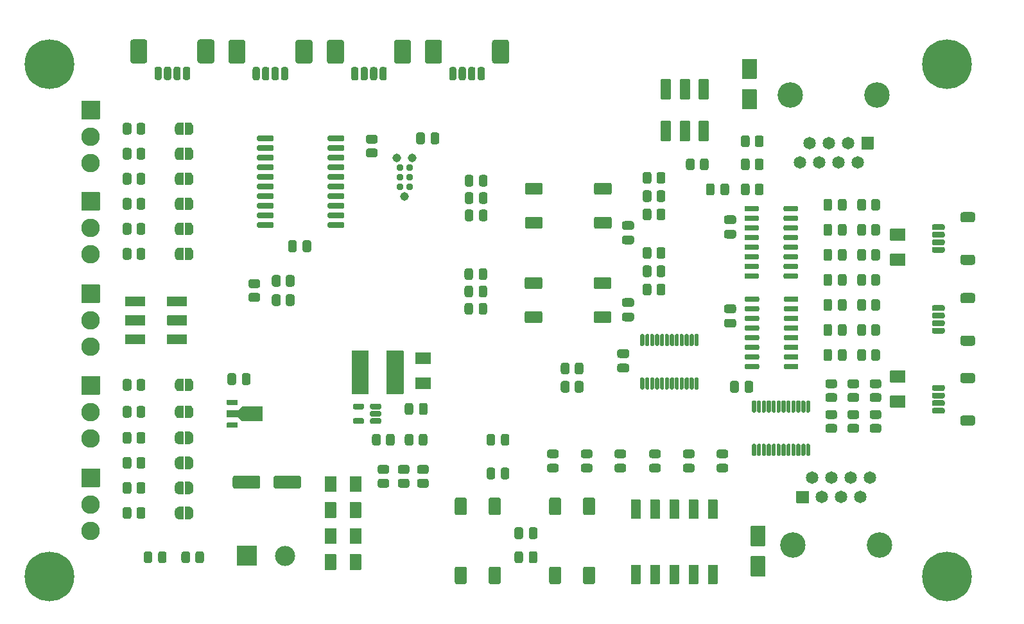
<source format=gts>
G04 #@! TF.GenerationSoftware,KiCad,Pcbnew,6.0.10-86aedd382b~118~ubuntu18.04.1*
G04 #@! TF.CreationDate,2024-12-06T10:37:32-07:00*
G04 #@! TF.ProjectId,mss-cascade-adv,6d73732d-6361-4736-9361-64652d616476,rev?*
G04 #@! TF.SameCoordinates,Original*
G04 #@! TF.FileFunction,Soldermask,Top*
G04 #@! TF.FilePolarity,Negative*
%FSLAX46Y46*%
G04 Gerber Fmt 4.6, Leading zero omitted, Abs format (unit mm)*
G04 Created by KiCad (PCBNEW 6.0.10-86aedd382b~118~ubuntu18.04.1) date 2024-12-06 10:37:32*
%MOMM*%
%LPD*%
G01*
G04 APERTURE LIST*
%ADD10C,6.552400*%
%ADD11C,2.452400*%
%ADD12C,1.143000*%
%ADD13C,0.939800*%
%ADD14C,3.352400*%
%ADD15C,1.652400*%
%ADD16C,2.652400*%
G04 APERTURE END LIST*
G36*
G01*
X104935000Y-157477800D02*
X105885000Y-157477800D01*
G75*
G02*
X106211200Y-157804000I0J-326200D01*
G01*
X106211200Y-158304000D01*
G75*
G02*
X105885000Y-158630200I-326200J0D01*
G01*
X104935000Y-158630200D01*
G75*
G02*
X104608800Y-158304000I0J326200D01*
G01*
X104608800Y-157804000D01*
G75*
G02*
X104935000Y-157477800I326200J0D01*
G01*
G37*
G36*
G01*
X104935000Y-159377800D02*
X105885000Y-159377800D01*
G75*
G02*
X106211200Y-159704000I0J-326200D01*
G01*
X106211200Y-160204000D01*
G75*
G02*
X105885000Y-160530200I-326200J0D01*
G01*
X104935000Y-160530200D01*
G75*
G02*
X104608800Y-160204000I0J326200D01*
G01*
X104608800Y-159704000D01*
G75*
G02*
X104935000Y-159377800I326200J0D01*
G01*
G37*
G36*
G01*
X47139800Y-185362000D02*
X47139800Y-184462000D01*
G75*
G02*
X47466000Y-184135800I326200J0D01*
G01*
X47991000Y-184135800D01*
G75*
G02*
X48317200Y-184462000I0J-326200D01*
G01*
X48317200Y-185362000D01*
G75*
G02*
X47991000Y-185688200I-326200J0D01*
G01*
X47466000Y-185688200D01*
G75*
G02*
X47139800Y-185362000I0J326200D01*
G01*
G37*
G36*
G01*
X48964800Y-185362000D02*
X48964800Y-184462000D01*
G75*
G02*
X49291000Y-184135800I326200J0D01*
G01*
X49816000Y-184135800D01*
G75*
G02*
X50142200Y-184462000I0J-326200D01*
G01*
X50142200Y-185362000D01*
G75*
G02*
X49816000Y-185688200I-326200J0D01*
G01*
X49291000Y-185688200D01*
G75*
G02*
X48964800Y-185362000I0J326200D01*
G01*
G37*
G36*
G01*
X70879200Y-174310000D02*
X70879200Y-176210000D01*
G75*
G02*
X70803000Y-176286200I-76200J0D01*
G01*
X69403000Y-176286200D01*
G75*
G02*
X69326800Y-176210000I0J76200D01*
G01*
X69326800Y-174310000D01*
G75*
G02*
X69403000Y-174233800I76200J0D01*
G01*
X70803000Y-174233800D01*
G75*
G02*
X70879200Y-174310000I0J-76200D01*
G01*
G37*
G36*
G01*
X67579200Y-174310000D02*
X67579200Y-176210000D01*
G75*
G02*
X67503000Y-176286200I-76200J0D01*
G01*
X66103000Y-176286200D01*
G75*
G02*
X66026800Y-176210000I0J76200D01*
G01*
X66026800Y-174310000D01*
G75*
G02*
X66103000Y-174233800I76200J0D01*
G01*
X67503000Y-174233800D01*
G75*
G02*
X67579200Y-174310000I0J-76200D01*
G01*
G37*
G36*
G01*
X94109200Y-184437000D02*
X94109200Y-185387000D01*
G75*
G02*
X93783000Y-185713200I-326200J0D01*
G01*
X93283000Y-185713200D01*
G75*
G02*
X92956800Y-185387000I0J326200D01*
G01*
X92956800Y-184437000D01*
G75*
G02*
X93283000Y-184110800I326200J0D01*
G01*
X93783000Y-184110800D01*
G75*
G02*
X94109200Y-184437000I0J-326200D01*
G01*
G37*
G36*
G01*
X92209200Y-184437000D02*
X92209200Y-185387000D01*
G75*
G02*
X91883000Y-185713200I-326200J0D01*
G01*
X91383000Y-185713200D01*
G75*
G02*
X91056800Y-185387000I0J326200D01*
G01*
X91056800Y-184437000D01*
G75*
G02*
X91383000Y-184110800I326200J0D01*
G01*
X91883000Y-184110800D01*
G75*
G02*
X92209200Y-184437000I0J-326200D01*
G01*
G37*
G36*
G01*
X138234000Y-165503800D02*
X139134000Y-165503800D01*
G75*
G02*
X139460200Y-165830000I0J-326200D01*
G01*
X139460200Y-166355000D01*
G75*
G02*
X139134000Y-166681200I-326200J0D01*
G01*
X138234000Y-166681200D01*
G75*
G02*
X137907800Y-166355000I0J326200D01*
G01*
X137907800Y-165830000D01*
G75*
G02*
X138234000Y-165503800I326200J0D01*
G01*
G37*
G36*
G01*
X138234000Y-167328800D02*
X139134000Y-167328800D01*
G75*
G02*
X139460200Y-167655000I0J-326200D01*
G01*
X139460200Y-168180000D01*
G75*
G02*
X139134000Y-168506200I-326200J0D01*
G01*
X138234000Y-168506200D01*
G75*
G02*
X137907800Y-168180000I0J326200D01*
G01*
X137907800Y-167655000D01*
G75*
G02*
X138234000Y-167328800I326200J0D01*
G01*
G37*
G36*
G01*
X42395200Y-168714000D02*
X42395200Y-169614000D01*
G75*
G02*
X42069000Y-169940200I-326200J0D01*
G01*
X41544000Y-169940200D01*
G75*
G02*
X41217800Y-169614000I0J326200D01*
G01*
X41217800Y-168714000D01*
G75*
G02*
X41544000Y-168387800I326200J0D01*
G01*
X42069000Y-168387800D01*
G75*
G02*
X42395200Y-168714000I0J-326200D01*
G01*
G37*
G36*
G01*
X40570200Y-168714000D02*
X40570200Y-169614000D01*
G75*
G02*
X40244000Y-169940200I-326200J0D01*
G01*
X39719000Y-169940200D01*
G75*
G02*
X39392800Y-169614000I0J326200D01*
G01*
X39392800Y-168714000D01*
G75*
G02*
X39719000Y-168387800I326200J0D01*
G01*
X40244000Y-168387800D01*
G75*
G02*
X40570200Y-168714000I0J-326200D01*
G01*
G37*
D10*
X29718000Y-119888000D03*
G36*
G01*
X42395200Y-144457000D02*
X42395200Y-145357000D01*
G75*
G02*
X42069000Y-145683200I-326200J0D01*
G01*
X41544000Y-145683200D01*
G75*
G02*
X41217800Y-145357000I0J326200D01*
G01*
X41217800Y-144457000D01*
G75*
G02*
X41544000Y-144130800I326200J0D01*
G01*
X42069000Y-144130800D01*
G75*
G02*
X42395200Y-144457000I0J-326200D01*
G01*
G37*
G36*
G01*
X40570200Y-144457000D02*
X40570200Y-145357000D01*
G75*
G02*
X40244000Y-145683200I-326200J0D01*
G01*
X39719000Y-145683200D01*
G75*
G02*
X39392800Y-145357000I0J326200D01*
G01*
X39392800Y-144457000D01*
G75*
G02*
X39719000Y-144130800I326200J0D01*
G01*
X40244000Y-144130800D01*
G75*
G02*
X40570200Y-144457000I0J-326200D01*
G01*
G37*
G36*
G01*
X147596000Y-165960200D02*
X146346000Y-165960200D01*
G75*
G02*
X146119800Y-165734000I0J226200D01*
G01*
X146119800Y-165434000D01*
G75*
G02*
X146346000Y-165207800I226200J0D01*
G01*
X147596000Y-165207800D01*
G75*
G02*
X147822200Y-165434000I0J-226200D01*
G01*
X147822200Y-165734000D01*
G75*
G02*
X147596000Y-165960200I-226200J0D01*
G01*
G37*
G36*
G01*
X147596000Y-164960200D02*
X146346000Y-164960200D01*
G75*
G02*
X146119800Y-164734000I0J226200D01*
G01*
X146119800Y-164434000D01*
G75*
G02*
X146346000Y-164207800I226200J0D01*
G01*
X147596000Y-164207800D01*
G75*
G02*
X147822200Y-164434000I0J-226200D01*
G01*
X147822200Y-164734000D01*
G75*
G02*
X147596000Y-164960200I-226200J0D01*
G01*
G37*
G36*
G01*
X147596000Y-163960200D02*
X146346000Y-163960200D01*
G75*
G02*
X146119800Y-163734000I0J226200D01*
G01*
X146119800Y-163434000D01*
G75*
G02*
X146346000Y-163207800I226200J0D01*
G01*
X147596000Y-163207800D01*
G75*
G02*
X147822200Y-163434000I0J-226200D01*
G01*
X147822200Y-163734000D01*
G75*
G02*
X147596000Y-163960200I-226200J0D01*
G01*
G37*
G36*
G01*
X147596000Y-162960200D02*
X146346000Y-162960200D01*
G75*
G02*
X146119800Y-162734000I0J226200D01*
G01*
X146119800Y-162434000D01*
G75*
G02*
X146346000Y-162207800I226200J0D01*
G01*
X147596000Y-162207800D01*
G75*
G02*
X147822200Y-162434000I0J-226200D01*
G01*
X147822200Y-162734000D01*
G75*
G02*
X147596000Y-162960200I-226200J0D01*
G01*
G37*
G36*
G01*
X151496000Y-161960200D02*
X150196000Y-161960200D01*
G75*
G02*
X149869800Y-161634000I0J326200D01*
G01*
X149869800Y-160934000D01*
G75*
G02*
X150196000Y-160607800I326200J0D01*
G01*
X151496000Y-160607800D01*
G75*
G02*
X151822200Y-160934000I0J-326200D01*
G01*
X151822200Y-161634000D01*
G75*
G02*
X151496000Y-161960200I-326200J0D01*
G01*
G37*
G36*
G01*
X151496000Y-167560200D02*
X150196000Y-167560200D01*
G75*
G02*
X149869800Y-167234000I0J326200D01*
G01*
X149869800Y-166534000D01*
G75*
G02*
X150196000Y-166207800I326200J0D01*
G01*
X151496000Y-166207800D01*
G75*
G02*
X151822200Y-166534000I0J-326200D01*
G01*
X151822200Y-167234000D01*
G75*
G02*
X151496000Y-167560200I-326200J0D01*
G01*
G37*
G36*
X47599020Y-176576373D02*
G01*
X47572958Y-176531232D01*
X47571800Y-176518000D01*
X47571800Y-175018000D01*
X47589627Y-174969020D01*
X47634768Y-174942958D01*
X47648000Y-174941800D01*
X48148000Y-174941800D01*
X48162334Y-174947017D01*
X48229337Y-174948245D01*
X48250664Y-174951699D01*
X48385979Y-174993974D01*
X48405480Y-175003275D01*
X48523490Y-175081830D01*
X48539596Y-175096231D01*
X48630816Y-175204750D01*
X48642233Y-175223092D01*
X48699328Y-175352851D01*
X48705138Y-175373660D01*
X48722060Y-175503068D01*
X48723042Y-175504768D01*
X48724200Y-175518000D01*
X48724200Y-176018000D01*
X48723448Y-176020066D01*
X48723256Y-176035833D01*
X48701445Y-176175910D01*
X48695128Y-176196570D01*
X48634880Y-176324895D01*
X48623018Y-176342953D01*
X48529174Y-176449211D01*
X48512721Y-176463213D01*
X48392826Y-176538861D01*
X48373105Y-176547683D01*
X48236798Y-176586640D01*
X48215392Y-176589573D01*
X48167745Y-176589282D01*
X48161232Y-176593042D01*
X48148000Y-176594200D01*
X47648000Y-176594200D01*
X47599020Y-176576373D01*
G37*
G36*
X46833919Y-176589075D02*
G01*
X46773630Y-176588707D01*
X46752262Y-176585513D01*
X46616441Y-176544894D01*
X46596828Y-176535832D01*
X46477866Y-176458725D01*
X46461585Y-176444522D01*
X46369047Y-176337125D01*
X46357408Y-176318924D01*
X46298731Y-176189872D01*
X46292667Y-176169135D01*
X46272570Y-176028802D01*
X46271800Y-176018000D01*
X46271800Y-175518000D01*
X46271806Y-175517071D01*
X46271955Y-175504855D01*
X46273005Y-175493142D01*
X46296525Y-175353341D01*
X46303094Y-175332758D01*
X46364906Y-175205179D01*
X46376987Y-175187268D01*
X46472122Y-175082164D01*
X46488745Y-175068363D01*
X46609555Y-174994186D01*
X46629383Y-174985606D01*
X46766156Y-174948317D01*
X46787596Y-174945647D01*
X46828802Y-174946402D01*
X46834768Y-174942958D01*
X46848000Y-174941800D01*
X47348000Y-174941800D01*
X47396980Y-174959627D01*
X47423042Y-175004768D01*
X47424200Y-175018000D01*
X47424200Y-176518000D01*
X47406373Y-176566980D01*
X47361232Y-176593042D01*
X47348000Y-176594200D01*
X46848000Y-176594200D01*
X46833919Y-176589075D01*
G37*
G36*
G01*
X84526300Y-137997250D02*
X84526300Y-137084750D01*
G75*
G02*
X84846250Y-136764800I319950J0D01*
G01*
X85333750Y-136764800D01*
G75*
G02*
X85653700Y-137084750I0J-319950D01*
G01*
X85653700Y-137997250D01*
G75*
G02*
X85333750Y-138317200I-319950J0D01*
G01*
X84846250Y-138317200D01*
G75*
G02*
X84526300Y-137997250I0J319950D01*
G01*
G37*
G36*
G01*
X86401300Y-137997250D02*
X86401300Y-137084750D01*
G75*
G02*
X86721250Y-136764800I319950J0D01*
G01*
X87208750Y-136764800D01*
G75*
G02*
X87528700Y-137084750I0J-319950D01*
G01*
X87528700Y-137997250D01*
G75*
G02*
X87208750Y-138317200I-319950J0D01*
G01*
X86721250Y-138317200D01*
G75*
G02*
X86401300Y-137997250I0J319950D01*
G01*
G37*
G36*
G01*
X121441800Y-151026000D02*
X121441800Y-150726000D01*
G75*
G02*
X121668000Y-150499800I226200J0D01*
G01*
X123118000Y-150499800D01*
G75*
G02*
X123344200Y-150726000I0J-226200D01*
G01*
X123344200Y-151026000D01*
G75*
G02*
X123118000Y-151252200I-226200J0D01*
G01*
X121668000Y-151252200D01*
G75*
G02*
X121441800Y-151026000I0J226200D01*
G01*
G37*
G36*
G01*
X121441800Y-152296000D02*
X121441800Y-151996000D01*
G75*
G02*
X121668000Y-151769800I226200J0D01*
G01*
X123118000Y-151769800D01*
G75*
G02*
X123344200Y-151996000I0J-226200D01*
G01*
X123344200Y-152296000D01*
G75*
G02*
X123118000Y-152522200I-226200J0D01*
G01*
X121668000Y-152522200D01*
G75*
G02*
X121441800Y-152296000I0J226200D01*
G01*
G37*
G36*
G01*
X121441800Y-153566000D02*
X121441800Y-153266000D01*
G75*
G02*
X121668000Y-153039800I226200J0D01*
G01*
X123118000Y-153039800D01*
G75*
G02*
X123344200Y-153266000I0J-226200D01*
G01*
X123344200Y-153566000D01*
G75*
G02*
X123118000Y-153792200I-226200J0D01*
G01*
X121668000Y-153792200D01*
G75*
G02*
X121441800Y-153566000I0J226200D01*
G01*
G37*
G36*
G01*
X121441800Y-154836000D02*
X121441800Y-154536000D01*
G75*
G02*
X121668000Y-154309800I226200J0D01*
G01*
X123118000Y-154309800D01*
G75*
G02*
X123344200Y-154536000I0J-226200D01*
G01*
X123344200Y-154836000D01*
G75*
G02*
X123118000Y-155062200I-226200J0D01*
G01*
X121668000Y-155062200D01*
G75*
G02*
X121441800Y-154836000I0J226200D01*
G01*
G37*
G36*
G01*
X121441800Y-156106000D02*
X121441800Y-155806000D01*
G75*
G02*
X121668000Y-155579800I226200J0D01*
G01*
X123118000Y-155579800D01*
G75*
G02*
X123344200Y-155806000I0J-226200D01*
G01*
X123344200Y-156106000D01*
G75*
G02*
X123118000Y-156332200I-226200J0D01*
G01*
X121668000Y-156332200D01*
G75*
G02*
X121441800Y-156106000I0J226200D01*
G01*
G37*
G36*
G01*
X121441800Y-157376000D02*
X121441800Y-157076000D01*
G75*
G02*
X121668000Y-156849800I226200J0D01*
G01*
X123118000Y-156849800D01*
G75*
G02*
X123344200Y-157076000I0J-226200D01*
G01*
X123344200Y-157376000D01*
G75*
G02*
X123118000Y-157602200I-226200J0D01*
G01*
X121668000Y-157602200D01*
G75*
G02*
X121441800Y-157376000I0J226200D01*
G01*
G37*
G36*
G01*
X121441800Y-158646000D02*
X121441800Y-158346000D01*
G75*
G02*
X121668000Y-158119800I226200J0D01*
G01*
X123118000Y-158119800D01*
G75*
G02*
X123344200Y-158346000I0J-226200D01*
G01*
X123344200Y-158646000D01*
G75*
G02*
X123118000Y-158872200I-226200J0D01*
G01*
X121668000Y-158872200D01*
G75*
G02*
X121441800Y-158646000I0J226200D01*
G01*
G37*
G36*
G01*
X121441800Y-159916000D02*
X121441800Y-159616000D01*
G75*
G02*
X121668000Y-159389800I226200J0D01*
G01*
X123118000Y-159389800D01*
G75*
G02*
X123344200Y-159616000I0J-226200D01*
G01*
X123344200Y-159916000D01*
G75*
G02*
X123118000Y-160142200I-226200J0D01*
G01*
X121668000Y-160142200D01*
G75*
G02*
X121441800Y-159916000I0J226200D01*
G01*
G37*
G36*
G01*
X126591800Y-159916000D02*
X126591800Y-159616000D01*
G75*
G02*
X126818000Y-159389800I226200J0D01*
G01*
X128268000Y-159389800D01*
G75*
G02*
X128494200Y-159616000I0J-226200D01*
G01*
X128494200Y-159916000D01*
G75*
G02*
X128268000Y-160142200I-226200J0D01*
G01*
X126818000Y-160142200D01*
G75*
G02*
X126591800Y-159916000I0J226200D01*
G01*
G37*
G36*
G01*
X126591800Y-158646000D02*
X126591800Y-158346000D01*
G75*
G02*
X126818000Y-158119800I226200J0D01*
G01*
X128268000Y-158119800D01*
G75*
G02*
X128494200Y-158346000I0J-226200D01*
G01*
X128494200Y-158646000D01*
G75*
G02*
X128268000Y-158872200I-226200J0D01*
G01*
X126818000Y-158872200D01*
G75*
G02*
X126591800Y-158646000I0J226200D01*
G01*
G37*
G36*
G01*
X126591800Y-157376000D02*
X126591800Y-157076000D01*
G75*
G02*
X126818000Y-156849800I226200J0D01*
G01*
X128268000Y-156849800D01*
G75*
G02*
X128494200Y-157076000I0J-226200D01*
G01*
X128494200Y-157376000D01*
G75*
G02*
X128268000Y-157602200I-226200J0D01*
G01*
X126818000Y-157602200D01*
G75*
G02*
X126591800Y-157376000I0J226200D01*
G01*
G37*
G36*
G01*
X126591800Y-156106000D02*
X126591800Y-155806000D01*
G75*
G02*
X126818000Y-155579800I226200J0D01*
G01*
X128268000Y-155579800D01*
G75*
G02*
X128494200Y-155806000I0J-226200D01*
G01*
X128494200Y-156106000D01*
G75*
G02*
X128268000Y-156332200I-226200J0D01*
G01*
X126818000Y-156332200D01*
G75*
G02*
X126591800Y-156106000I0J226200D01*
G01*
G37*
G36*
G01*
X126591800Y-154836000D02*
X126591800Y-154536000D01*
G75*
G02*
X126818000Y-154309800I226200J0D01*
G01*
X128268000Y-154309800D01*
G75*
G02*
X128494200Y-154536000I0J-226200D01*
G01*
X128494200Y-154836000D01*
G75*
G02*
X128268000Y-155062200I-226200J0D01*
G01*
X126818000Y-155062200D01*
G75*
G02*
X126591800Y-154836000I0J226200D01*
G01*
G37*
G36*
G01*
X126591800Y-153566000D02*
X126591800Y-153266000D01*
G75*
G02*
X126818000Y-153039800I226200J0D01*
G01*
X128268000Y-153039800D01*
G75*
G02*
X128494200Y-153266000I0J-226200D01*
G01*
X128494200Y-153566000D01*
G75*
G02*
X128268000Y-153792200I-226200J0D01*
G01*
X126818000Y-153792200D01*
G75*
G02*
X126591800Y-153566000I0J226200D01*
G01*
G37*
G36*
G01*
X126591800Y-152296000D02*
X126591800Y-151996000D01*
G75*
G02*
X126818000Y-151769800I226200J0D01*
G01*
X128268000Y-151769800D01*
G75*
G02*
X128494200Y-151996000I0J-226200D01*
G01*
X128494200Y-152296000D01*
G75*
G02*
X128268000Y-152522200I-226200J0D01*
G01*
X126818000Y-152522200D01*
G75*
G02*
X126591800Y-152296000I0J226200D01*
G01*
G37*
G36*
G01*
X126591800Y-151026000D02*
X126591800Y-150726000D01*
G75*
G02*
X126818000Y-150499800I226200J0D01*
G01*
X128268000Y-150499800D01*
G75*
G02*
X128494200Y-150726000I0J-226200D01*
G01*
X128494200Y-151026000D01*
G75*
G02*
X128268000Y-151252200I-226200J0D01*
G01*
X126818000Y-151252200D01*
G75*
G02*
X126591800Y-151026000I0J226200D01*
G01*
G37*
G36*
G01*
X139272700Y-141282000D02*
X139272700Y-142182000D01*
G75*
G02*
X138946500Y-142508200I-326200J0D01*
G01*
X138421500Y-142508200D01*
G75*
G02*
X138095300Y-142182000I0J326200D01*
G01*
X138095300Y-141282000D01*
G75*
G02*
X138421500Y-140955800I326200J0D01*
G01*
X138946500Y-140955800D01*
G75*
G02*
X139272700Y-141282000I0J-326200D01*
G01*
G37*
G36*
G01*
X137447700Y-141282000D02*
X137447700Y-142182000D01*
G75*
G02*
X137121500Y-142508200I-326200J0D01*
G01*
X136596500Y-142508200D01*
G75*
G02*
X136270300Y-142182000I0J326200D01*
G01*
X136270300Y-141282000D01*
G75*
G02*
X136596500Y-140955800I326200J0D01*
G01*
X137121500Y-140955800D01*
G75*
G02*
X137447700Y-141282000I0J-326200D01*
G01*
G37*
G36*
G01*
X34029000Y-173200800D02*
X36329000Y-173200800D01*
G75*
G02*
X36405200Y-173277000I0J-76200D01*
G01*
X36405200Y-175577000D01*
G75*
G02*
X36329000Y-175653200I-76200J0D01*
G01*
X34029000Y-175653200D01*
G75*
G02*
X33952800Y-175577000I0J76200D01*
G01*
X33952800Y-173277000D01*
G75*
G02*
X34029000Y-173200800I76200J0D01*
G01*
G37*
D11*
X35179000Y-177927000D03*
X35179000Y-181427000D03*
G36*
X47599020Y-169972373D02*
G01*
X47572958Y-169927232D01*
X47571800Y-169914000D01*
X47571800Y-168414000D01*
X47589627Y-168365020D01*
X47634768Y-168338958D01*
X47648000Y-168337800D01*
X48148000Y-168337800D01*
X48162334Y-168343017D01*
X48229337Y-168344245D01*
X48250664Y-168347699D01*
X48385979Y-168389974D01*
X48405480Y-168399275D01*
X48523490Y-168477830D01*
X48539596Y-168492231D01*
X48630816Y-168600750D01*
X48642233Y-168619092D01*
X48699328Y-168748851D01*
X48705138Y-168769660D01*
X48722060Y-168899068D01*
X48723042Y-168900768D01*
X48724200Y-168914000D01*
X48724200Y-169414000D01*
X48723448Y-169416066D01*
X48723256Y-169431833D01*
X48701445Y-169571910D01*
X48695128Y-169592570D01*
X48634880Y-169720895D01*
X48623018Y-169738953D01*
X48529174Y-169845211D01*
X48512721Y-169859213D01*
X48392826Y-169934861D01*
X48373105Y-169943683D01*
X48236798Y-169982640D01*
X48215392Y-169985573D01*
X48167745Y-169985282D01*
X48161232Y-169989042D01*
X48148000Y-169990200D01*
X47648000Y-169990200D01*
X47599020Y-169972373D01*
G37*
G36*
X46833919Y-169985075D02*
G01*
X46773630Y-169984707D01*
X46752262Y-169981513D01*
X46616441Y-169940894D01*
X46596828Y-169931832D01*
X46477866Y-169854725D01*
X46461585Y-169840522D01*
X46369047Y-169733125D01*
X46357408Y-169714924D01*
X46298731Y-169585872D01*
X46292667Y-169565135D01*
X46272570Y-169424802D01*
X46271800Y-169414000D01*
X46271800Y-168914000D01*
X46271806Y-168913071D01*
X46271955Y-168900855D01*
X46273005Y-168889142D01*
X46296525Y-168749341D01*
X46303094Y-168728758D01*
X46364906Y-168601179D01*
X46376987Y-168583268D01*
X46472122Y-168478164D01*
X46488745Y-168464363D01*
X46609555Y-168390186D01*
X46629383Y-168381606D01*
X46766156Y-168344317D01*
X46787596Y-168341647D01*
X46828802Y-168342402D01*
X46834768Y-168338958D01*
X46848000Y-168337800D01*
X47348000Y-168337800D01*
X47396980Y-168355627D01*
X47423042Y-168400768D01*
X47424200Y-168414000D01*
X47424200Y-169914000D01*
X47406373Y-169962980D01*
X47361232Y-169989042D01*
X47348000Y-169990200D01*
X46848000Y-169990200D01*
X46833919Y-169985075D01*
G37*
G36*
G01*
X34029000Y-124686800D02*
X36329000Y-124686800D01*
G75*
G02*
X36405200Y-124763000I0J-76200D01*
G01*
X36405200Y-127063000D01*
G75*
G02*
X36329000Y-127139200I-76200J0D01*
G01*
X34029000Y-127139200D01*
G75*
G02*
X33952800Y-127063000I0J76200D01*
G01*
X33952800Y-124763000D01*
G75*
G02*
X34029000Y-124686800I76200J0D01*
G01*
G37*
X35179000Y-129413000D03*
X35179000Y-132913000D03*
G36*
G01*
X73504200Y-166789000D02*
X73504200Y-167089000D01*
G75*
G02*
X73278000Y-167315200I-226200J0D01*
G01*
X72253000Y-167315200D01*
G75*
G02*
X72026800Y-167089000I0J226200D01*
G01*
X72026800Y-166789000D01*
G75*
G02*
X72253000Y-166562800I226200J0D01*
G01*
X73278000Y-166562800D01*
G75*
G02*
X73504200Y-166789000I0J-226200D01*
G01*
G37*
G36*
G01*
X73504200Y-165839000D02*
X73504200Y-166139000D01*
G75*
G02*
X73278000Y-166365200I-226200J0D01*
G01*
X72253000Y-166365200D01*
G75*
G02*
X72026800Y-166139000I0J226200D01*
G01*
X72026800Y-165839000D01*
G75*
G02*
X72253000Y-165612800I226200J0D01*
G01*
X73278000Y-165612800D01*
G75*
G02*
X73504200Y-165839000I0J-226200D01*
G01*
G37*
G36*
G01*
X73504200Y-164889000D02*
X73504200Y-165189000D01*
G75*
G02*
X73278000Y-165415200I-226200J0D01*
G01*
X72253000Y-165415200D01*
G75*
G02*
X72026800Y-165189000I0J226200D01*
G01*
X72026800Y-164889000D01*
G75*
G02*
X72253000Y-164662800I226200J0D01*
G01*
X73278000Y-164662800D01*
G75*
G02*
X73504200Y-164889000I0J-226200D01*
G01*
G37*
G36*
G01*
X71229200Y-164889000D02*
X71229200Y-165189000D01*
G75*
G02*
X71003000Y-165415200I-226200J0D01*
G01*
X69978000Y-165415200D01*
G75*
G02*
X69751800Y-165189000I0J226200D01*
G01*
X69751800Y-164889000D01*
G75*
G02*
X69978000Y-164662800I226200J0D01*
G01*
X71003000Y-164662800D01*
G75*
G02*
X71229200Y-164889000I0J-226200D01*
G01*
G37*
G36*
G01*
X71229200Y-166789000D02*
X71229200Y-167089000D01*
G75*
G02*
X71003000Y-167315200I-226200J0D01*
G01*
X69978000Y-167315200D01*
G75*
G02*
X69751800Y-167089000I0J226200D01*
G01*
X69751800Y-166789000D01*
G75*
G02*
X69978000Y-166562800I226200J0D01*
G01*
X71003000Y-166562800D01*
G75*
G02*
X71229200Y-166789000I0J-226200D01*
G01*
G37*
G36*
G01*
X120926800Y-133546000D02*
X120926800Y-132646000D01*
G75*
G02*
X121253000Y-132319800I326200J0D01*
G01*
X121778000Y-132319800D01*
G75*
G02*
X122104200Y-132646000I0J-326200D01*
G01*
X122104200Y-133546000D01*
G75*
G02*
X121778000Y-133872200I-326200J0D01*
G01*
X121253000Y-133872200D01*
G75*
G02*
X120926800Y-133546000I0J326200D01*
G01*
G37*
G36*
G01*
X122751800Y-133546000D02*
X122751800Y-132646000D01*
G75*
G02*
X123078000Y-132319800I326200J0D01*
G01*
X123603000Y-132319800D01*
G75*
G02*
X123929200Y-132646000I0J-326200D01*
G01*
X123929200Y-133546000D01*
G75*
G02*
X123603000Y-133872200I-326200J0D01*
G01*
X123078000Y-133872200D01*
G75*
G02*
X122751800Y-133546000I0J326200D01*
G01*
G37*
G36*
X47599020Y-135809373D02*
G01*
X47572958Y-135764232D01*
X47571800Y-135751000D01*
X47571800Y-134251000D01*
X47589627Y-134202020D01*
X47634768Y-134175958D01*
X47648000Y-134174800D01*
X48148000Y-134174800D01*
X48162334Y-134180017D01*
X48229337Y-134181245D01*
X48250664Y-134184699D01*
X48385979Y-134226974D01*
X48405480Y-134236275D01*
X48523490Y-134314830D01*
X48539596Y-134329231D01*
X48630816Y-134437750D01*
X48642233Y-134456092D01*
X48699328Y-134585851D01*
X48705138Y-134606660D01*
X48722060Y-134736068D01*
X48723042Y-134737768D01*
X48724200Y-134751000D01*
X48724200Y-135251000D01*
X48723448Y-135253066D01*
X48723256Y-135268833D01*
X48701445Y-135408910D01*
X48695128Y-135429570D01*
X48634880Y-135557895D01*
X48623018Y-135575953D01*
X48529174Y-135682211D01*
X48512721Y-135696213D01*
X48392826Y-135771861D01*
X48373105Y-135780683D01*
X48236798Y-135819640D01*
X48215392Y-135822573D01*
X48167745Y-135822282D01*
X48161232Y-135826042D01*
X48148000Y-135827200D01*
X47648000Y-135827200D01*
X47599020Y-135809373D01*
G37*
G36*
X46833919Y-135822075D02*
G01*
X46773630Y-135821707D01*
X46752262Y-135818513D01*
X46616441Y-135777894D01*
X46596828Y-135768832D01*
X46477866Y-135691725D01*
X46461585Y-135677522D01*
X46369047Y-135570125D01*
X46357408Y-135551924D01*
X46298731Y-135422872D01*
X46292667Y-135402135D01*
X46272570Y-135261802D01*
X46271800Y-135251000D01*
X46271800Y-134751000D01*
X46271806Y-134750071D01*
X46271955Y-134737855D01*
X46273005Y-134726142D01*
X46296525Y-134586341D01*
X46303094Y-134565758D01*
X46364906Y-134438179D01*
X46376987Y-134420268D01*
X46472122Y-134315164D01*
X46488745Y-134301363D01*
X46609555Y-134227186D01*
X46629383Y-134218606D01*
X46766156Y-134181317D01*
X46787596Y-134178647D01*
X46828802Y-134179402D01*
X46834768Y-134175958D01*
X46848000Y-134174800D01*
X47348000Y-134174800D01*
X47396980Y-134192627D01*
X47423042Y-134237768D01*
X47424200Y-134251000D01*
X47424200Y-135751000D01*
X47406373Y-135799980D01*
X47361232Y-135826042D01*
X47348000Y-135827200D01*
X46848000Y-135827200D01*
X46833919Y-135822075D01*
G37*
D12*
X76581000Y-137287000D03*
X75565000Y-132207000D03*
X77597000Y-132207000D03*
D13*
X77216000Y-136017000D03*
X75946000Y-136017000D03*
X77216000Y-134747000D03*
X75946000Y-134747000D03*
X77216000Y-133477000D03*
X75946000Y-133477000D03*
G36*
G01*
X95887000Y-186151000D02*
X96991000Y-186151000D01*
G75*
G02*
X97231000Y-186391000I0J-240000D01*
G01*
X97231000Y-188215000D01*
G75*
G02*
X96991000Y-188455000I-240000J0D01*
G01*
X95887000Y-188455000D01*
G75*
G02*
X95647000Y-188215000I0J240000D01*
G01*
X95647000Y-186391000D01*
G75*
G02*
X95887000Y-186151000I240000J0D01*
G01*
G37*
G36*
G01*
X95887000Y-177051000D02*
X96991000Y-177051000D01*
G75*
G02*
X97231000Y-177291000I0J-240000D01*
G01*
X97231000Y-179115000D01*
G75*
G02*
X96991000Y-179355000I-240000J0D01*
G01*
X95887000Y-179355000D01*
G75*
G02*
X95647000Y-179115000I0J240000D01*
G01*
X95647000Y-177291000D01*
G75*
G02*
X95887000Y-177051000I240000J0D01*
G01*
G37*
G36*
G01*
X100367000Y-186151000D02*
X101471000Y-186151000D01*
G75*
G02*
X101711000Y-186391000I0J-240000D01*
G01*
X101711000Y-188215000D01*
G75*
G02*
X101471000Y-188455000I-240000J0D01*
G01*
X100367000Y-188455000D01*
G75*
G02*
X100127000Y-188215000I0J240000D01*
G01*
X100127000Y-186391000D01*
G75*
G02*
X100367000Y-186151000I240000J0D01*
G01*
G37*
G36*
G01*
X100367000Y-177051000D02*
X101471000Y-177051000D01*
G75*
G02*
X101711000Y-177291000I0J-240000D01*
G01*
X101711000Y-179115000D01*
G75*
G02*
X101471000Y-179355000I-240000J0D01*
G01*
X100367000Y-179355000D01*
G75*
G02*
X100127000Y-179115000I0J240000D01*
G01*
X100127000Y-177291000D01*
G75*
G02*
X100367000Y-177051000I240000J0D01*
G01*
G37*
G36*
G01*
X84477800Y-150316250D02*
X84477800Y-149403750D01*
G75*
G02*
X84797750Y-149083800I319950J0D01*
G01*
X85285250Y-149083800D01*
G75*
G02*
X85605200Y-149403750I0J-319950D01*
G01*
X85605200Y-150316250D01*
G75*
G02*
X85285250Y-150636200I-319950J0D01*
G01*
X84797750Y-150636200D01*
G75*
G02*
X84477800Y-150316250I0J319950D01*
G01*
G37*
G36*
G01*
X86352800Y-150316250D02*
X86352800Y-149403750D01*
G75*
G02*
X86672750Y-149083800I319950J0D01*
G01*
X87160250Y-149083800D01*
G75*
G02*
X87480200Y-149403750I0J-319950D01*
G01*
X87480200Y-150316250D01*
G75*
G02*
X87160250Y-150636200I-319950J0D01*
G01*
X86672750Y-150636200D01*
G75*
G02*
X86352800Y-150316250I0J319950D01*
G01*
G37*
G36*
G01*
X134876200Y-154465000D02*
X134876200Y-155415000D01*
G75*
G02*
X134550000Y-155741200I-326200J0D01*
G01*
X134050000Y-155741200D01*
G75*
G02*
X133723800Y-155415000I0J326200D01*
G01*
X133723800Y-154465000D01*
G75*
G02*
X134050000Y-154138800I326200J0D01*
G01*
X134550000Y-154138800D01*
G75*
G02*
X134876200Y-154465000I0J-326200D01*
G01*
G37*
G36*
G01*
X132976200Y-154465000D02*
X132976200Y-155415000D01*
G75*
G02*
X132650000Y-155741200I-326200J0D01*
G01*
X132150000Y-155741200D01*
G75*
G02*
X131823800Y-155415000I0J326200D01*
G01*
X131823800Y-154465000D01*
G75*
G02*
X132150000Y-154138800I326200J0D01*
G01*
X132650000Y-154138800D01*
G75*
G02*
X132976200Y-154465000I0J-326200D01*
G01*
G37*
G36*
G01*
X61239200Y-120537000D02*
X61239200Y-121737000D01*
G75*
G02*
X60963000Y-122013200I-276200J0D01*
G01*
X60563000Y-122013200D01*
G75*
G02*
X60286800Y-121737000I0J276200D01*
G01*
X60286800Y-120537000D01*
G75*
G02*
X60563000Y-120260800I276200J0D01*
G01*
X60963000Y-120260800D01*
G75*
G02*
X61239200Y-120537000I0J-276200D01*
G01*
G37*
G36*
G01*
X59989200Y-120537000D02*
X59989200Y-121737000D01*
G75*
G02*
X59713000Y-122013200I-276200J0D01*
G01*
X59313000Y-122013200D01*
G75*
G02*
X59036800Y-121737000I0J276200D01*
G01*
X59036800Y-120537000D01*
G75*
G02*
X59313000Y-120260800I276200J0D01*
G01*
X59713000Y-120260800D01*
G75*
G02*
X59989200Y-120537000I0J-276200D01*
G01*
G37*
G36*
G01*
X58739200Y-120537000D02*
X58739200Y-121737000D01*
G75*
G02*
X58463000Y-122013200I-276200J0D01*
G01*
X58063000Y-122013200D01*
G75*
G02*
X57786800Y-121737000I0J276200D01*
G01*
X57786800Y-120537000D01*
G75*
G02*
X58063000Y-120260800I276200J0D01*
G01*
X58463000Y-120260800D01*
G75*
G02*
X58739200Y-120537000I0J-276200D01*
G01*
G37*
G36*
G01*
X57489200Y-120537000D02*
X57489200Y-121737000D01*
G75*
G02*
X57213000Y-122013200I-276200J0D01*
G01*
X56813000Y-122013200D01*
G75*
G02*
X56536800Y-121737000I0J276200D01*
G01*
X56536800Y-120537000D01*
G75*
G02*
X56813000Y-120260800I276200J0D01*
G01*
X57213000Y-120260800D01*
G75*
G02*
X57489200Y-120537000I0J-276200D01*
G01*
G37*
G36*
G01*
X55589200Y-116987001D02*
X55589200Y-119486999D01*
G75*
G02*
X55262999Y-119813200I-326201J0D01*
G01*
X53663001Y-119813200D01*
G75*
G02*
X53336800Y-119486999I0J326201D01*
G01*
X53336800Y-116987001D01*
G75*
G02*
X53663001Y-116660800I326201J0D01*
G01*
X55262999Y-116660800D01*
G75*
G02*
X55589200Y-116987001I0J-326201D01*
G01*
G37*
G36*
G01*
X64439200Y-116987001D02*
X64439200Y-119486999D01*
G75*
G02*
X64112999Y-119813200I-326201J0D01*
G01*
X62513001Y-119813200D01*
G75*
G02*
X62186800Y-119486999I0J326201D01*
G01*
X62186800Y-116987001D01*
G75*
G02*
X62513001Y-116660800I326201J0D01*
G01*
X64112999Y-116660800D01*
G75*
G02*
X64439200Y-116987001I0J-326201D01*
G01*
G37*
G36*
G01*
X96595250Y-173713200D02*
X95682750Y-173713200D01*
G75*
G02*
X95362800Y-173393250I0J319950D01*
G01*
X95362800Y-172905750D01*
G75*
G02*
X95682750Y-172585800I319950J0D01*
G01*
X96595250Y-172585800D01*
G75*
G02*
X96915200Y-172905750I0J-319950D01*
G01*
X96915200Y-173393250D01*
G75*
G02*
X96595250Y-173713200I-319950J0D01*
G01*
G37*
G36*
G01*
X96595250Y-171838200D02*
X95682750Y-171838200D01*
G75*
G02*
X95362800Y-171518250I0J319950D01*
G01*
X95362800Y-171030750D01*
G75*
G02*
X95682750Y-170710800I319950J0D01*
G01*
X96595250Y-170710800D01*
G75*
G02*
X96915200Y-171030750I0J-319950D01*
G01*
X96915200Y-171518250D01*
G75*
G02*
X96595250Y-171838200I-319950J0D01*
G01*
G37*
G36*
X47599020Y-129205373D02*
G01*
X47572958Y-129160232D01*
X47571800Y-129147000D01*
X47571800Y-127647000D01*
X47589627Y-127598020D01*
X47634768Y-127571958D01*
X47648000Y-127570800D01*
X48148000Y-127570800D01*
X48162334Y-127576017D01*
X48229337Y-127577245D01*
X48250664Y-127580699D01*
X48385979Y-127622974D01*
X48405480Y-127632275D01*
X48523490Y-127710830D01*
X48539596Y-127725231D01*
X48630816Y-127833750D01*
X48642233Y-127852092D01*
X48699328Y-127981851D01*
X48705138Y-128002660D01*
X48722060Y-128132068D01*
X48723042Y-128133768D01*
X48724200Y-128147000D01*
X48724200Y-128647000D01*
X48723448Y-128649066D01*
X48723256Y-128664833D01*
X48701445Y-128804910D01*
X48695128Y-128825570D01*
X48634880Y-128953895D01*
X48623018Y-128971953D01*
X48529174Y-129078211D01*
X48512721Y-129092213D01*
X48392826Y-129167861D01*
X48373105Y-129176683D01*
X48236798Y-129215640D01*
X48215392Y-129218573D01*
X48167745Y-129218282D01*
X48161232Y-129222042D01*
X48148000Y-129223200D01*
X47648000Y-129223200D01*
X47599020Y-129205373D01*
G37*
G36*
X46833919Y-129218075D02*
G01*
X46773630Y-129217707D01*
X46752262Y-129214513D01*
X46616441Y-129173894D01*
X46596828Y-129164832D01*
X46477866Y-129087725D01*
X46461585Y-129073522D01*
X46369047Y-128966125D01*
X46357408Y-128947924D01*
X46298731Y-128818872D01*
X46292667Y-128798135D01*
X46272570Y-128657802D01*
X46271800Y-128647000D01*
X46271800Y-128147000D01*
X46271806Y-128146071D01*
X46271955Y-128133855D01*
X46273005Y-128122142D01*
X46296525Y-127982341D01*
X46303094Y-127961758D01*
X46364906Y-127834179D01*
X46376987Y-127816268D01*
X46472122Y-127711164D01*
X46488745Y-127697363D01*
X46609555Y-127623186D01*
X46629383Y-127614606D01*
X46766156Y-127577317D01*
X46787596Y-127574647D01*
X46828802Y-127575402D01*
X46834768Y-127571958D01*
X46848000Y-127570800D01*
X47348000Y-127570800D01*
X47396980Y-127588627D01*
X47423042Y-127633768D01*
X47424200Y-127647000D01*
X47424200Y-129147000D01*
X47406373Y-129195980D01*
X47361232Y-129222042D01*
X47348000Y-129223200D01*
X46848000Y-129223200D01*
X46833919Y-129218075D01*
G37*
G36*
G01*
X139134000Y-164442200D02*
X138234000Y-164442200D01*
G75*
G02*
X137907800Y-164116000I0J326200D01*
G01*
X137907800Y-163591000D01*
G75*
G02*
X138234000Y-163264800I326200J0D01*
G01*
X139134000Y-163264800D01*
G75*
G02*
X139460200Y-163591000I0J-326200D01*
G01*
X139460200Y-164116000D01*
G75*
G02*
X139134000Y-164442200I-326200J0D01*
G01*
G37*
G36*
G01*
X139134000Y-162617200D02*
X138234000Y-162617200D01*
G75*
G02*
X137907800Y-162291000I0J326200D01*
G01*
X137907800Y-161766000D01*
G75*
G02*
X138234000Y-161439800I326200J0D01*
G01*
X139134000Y-161439800D01*
G75*
G02*
X139460200Y-161766000I0J-326200D01*
G01*
X139460200Y-162291000D01*
G75*
G02*
X139134000Y-162617200I-326200J0D01*
G01*
G37*
G36*
G01*
X84526300Y-135711250D02*
X84526300Y-134798750D01*
G75*
G02*
X84846250Y-134478800I319950J0D01*
G01*
X85333750Y-134478800D01*
G75*
G02*
X85653700Y-134798750I0J-319950D01*
G01*
X85653700Y-135711250D01*
G75*
G02*
X85333750Y-136031200I-319950J0D01*
G01*
X84846250Y-136031200D01*
G75*
G02*
X84526300Y-135711250I0J319950D01*
G01*
G37*
G36*
G01*
X86401300Y-135711250D02*
X86401300Y-134798750D01*
G75*
G02*
X86721250Y-134478800I319950J0D01*
G01*
X87208750Y-134478800D01*
G75*
G02*
X87528700Y-134798750I0J-319950D01*
G01*
X87528700Y-135711250D01*
G75*
G02*
X87208750Y-136031200I-319950J0D01*
G01*
X86721250Y-136031200D01*
G75*
G02*
X86401300Y-135711250I0J319950D01*
G01*
G37*
G36*
G01*
X134876200Y-137955000D02*
X134876200Y-138905000D01*
G75*
G02*
X134550000Y-139231200I-326200J0D01*
G01*
X134050000Y-139231200D01*
G75*
G02*
X133723800Y-138905000I0J326200D01*
G01*
X133723800Y-137955000D01*
G75*
G02*
X134050000Y-137628800I326200J0D01*
G01*
X134550000Y-137628800D01*
G75*
G02*
X134876200Y-137955000I0J-326200D01*
G01*
G37*
G36*
G01*
X132976200Y-137955000D02*
X132976200Y-138905000D01*
G75*
G02*
X132650000Y-139231200I-326200J0D01*
G01*
X132150000Y-139231200D01*
G75*
G02*
X131823800Y-138905000I0J326200D01*
G01*
X131823800Y-137955000D01*
G75*
G02*
X132150000Y-137628800I326200J0D01*
G01*
X132650000Y-137628800D01*
G75*
G02*
X132976200Y-137955000I0J-326200D01*
G01*
G37*
G36*
G01*
X42186800Y-185368250D02*
X42186800Y-184455750D01*
G75*
G02*
X42506750Y-184135800I319950J0D01*
G01*
X42994250Y-184135800D01*
G75*
G02*
X43314200Y-184455750I0J-319950D01*
G01*
X43314200Y-185368250D01*
G75*
G02*
X42994250Y-185688200I-319950J0D01*
G01*
X42506750Y-185688200D01*
G75*
G02*
X42186800Y-185368250I0J319950D01*
G01*
G37*
G36*
G01*
X44061800Y-185368250D02*
X44061800Y-184455750D01*
G75*
G02*
X44381750Y-184135800I319950J0D01*
G01*
X44869250Y-184135800D01*
G75*
G02*
X45189200Y-184455750I0J-319950D01*
G01*
X45189200Y-185368250D01*
G75*
G02*
X44869250Y-185688200I-319950J0D01*
G01*
X44381750Y-185688200D01*
G75*
G02*
X44061800Y-185368250I0J319950D01*
G01*
G37*
G36*
G01*
X115441100Y-121868050D02*
X116634900Y-121868050D01*
G75*
G02*
X116711100Y-121944250I0J-76200D01*
G01*
X116711100Y-124433450D01*
G75*
G02*
X116634900Y-124509650I-76200J0D01*
G01*
X115441100Y-124509650D01*
G75*
G02*
X115364900Y-124433450I0J76200D01*
G01*
X115364900Y-121944250D01*
G75*
G02*
X115441100Y-121868050I76200J0D01*
G01*
G37*
G36*
G01*
X112941100Y-121868050D02*
X114134900Y-121868050D01*
G75*
G02*
X114211100Y-121944250I0J-76200D01*
G01*
X114211100Y-124433450D01*
G75*
G02*
X114134900Y-124509650I-76200J0D01*
G01*
X112941100Y-124509650D01*
G75*
G02*
X112864900Y-124433450I0J76200D01*
G01*
X112864900Y-121944250D01*
G75*
G02*
X112941100Y-121868050I76200J0D01*
G01*
G37*
G36*
G01*
X110441100Y-121868050D02*
X111634900Y-121868050D01*
G75*
G02*
X111711100Y-121944250I0J-76200D01*
G01*
X111711100Y-124433450D01*
G75*
G02*
X111634900Y-124509650I-76200J0D01*
G01*
X110441100Y-124509650D01*
G75*
G02*
X110364900Y-124433450I0J76200D01*
G01*
X110364900Y-121944250D01*
G75*
G02*
X110441100Y-121868050I76200J0D01*
G01*
G37*
G36*
G01*
X115441100Y-127379850D02*
X116634900Y-127379850D01*
G75*
G02*
X116711100Y-127456050I0J-76200D01*
G01*
X116711100Y-129945250D01*
G75*
G02*
X116634900Y-130021450I-76200J0D01*
G01*
X115441100Y-130021450D01*
G75*
G02*
X115364900Y-129945250I0J76200D01*
G01*
X115364900Y-127456050D01*
G75*
G02*
X115441100Y-127379850I76200J0D01*
G01*
G37*
G36*
G01*
X112941100Y-127379850D02*
X114134900Y-127379850D01*
G75*
G02*
X114211100Y-127456050I0J-76200D01*
G01*
X114211100Y-129945250D01*
G75*
G02*
X114134900Y-130021450I-76200J0D01*
G01*
X112941100Y-130021450D01*
G75*
G02*
X112864900Y-129945250I0J76200D01*
G01*
X112864900Y-127456050D01*
G75*
G02*
X112941100Y-127379850I76200J0D01*
G01*
G37*
G36*
G01*
X110441100Y-127379850D02*
X111634900Y-127379850D01*
G75*
G02*
X111711100Y-127456050I0J-76200D01*
G01*
X111711100Y-129945250D01*
G75*
G02*
X111634900Y-130021450I-76200J0D01*
G01*
X110441100Y-130021450D01*
G75*
G02*
X110364900Y-129945250I0J76200D01*
G01*
X110364900Y-127456050D01*
G75*
G02*
X110441100Y-127379850I76200J0D01*
G01*
G37*
D14*
X127797500Y-183328750D03*
X139227500Y-183328750D03*
G36*
G01*
X128241300Y-177728750D02*
X128241300Y-176228750D01*
G75*
G02*
X128317500Y-176152550I76200J0D01*
G01*
X129817500Y-176152550D01*
G75*
G02*
X129893700Y-176228750I0J-76200D01*
G01*
X129893700Y-177728750D01*
G75*
G02*
X129817500Y-177804950I-76200J0D01*
G01*
X128317500Y-177804950D01*
G75*
G02*
X128241300Y-177728750I0J76200D01*
G01*
G37*
D15*
X130337500Y-174438750D03*
X131607500Y-176978750D03*
X132877500Y-174438750D03*
X134147500Y-176978750D03*
X135417500Y-174438750D03*
X136687500Y-176978750D03*
X137957500Y-174438750D03*
G36*
G01*
X139272700Y-137980000D02*
X139272700Y-138880000D01*
G75*
G02*
X138946500Y-139206200I-326200J0D01*
G01*
X138421500Y-139206200D01*
G75*
G02*
X138095300Y-138880000I0J326200D01*
G01*
X138095300Y-137980000D01*
G75*
G02*
X138421500Y-137653800I326200J0D01*
G01*
X138946500Y-137653800D01*
G75*
G02*
X139272700Y-137980000I0J-326200D01*
G01*
G37*
G36*
G01*
X137447700Y-137980000D02*
X137447700Y-138880000D01*
G75*
G02*
X137121500Y-139206200I-326200J0D01*
G01*
X136596500Y-139206200D01*
G75*
G02*
X136270300Y-138880000I0J326200D01*
G01*
X136270300Y-137980000D01*
G75*
G02*
X136596500Y-137653800I326200J0D01*
G01*
X137121500Y-137653800D01*
G75*
G02*
X137447700Y-137980000I0J-326200D01*
G01*
G37*
G36*
G01*
X34029000Y-148943800D02*
X36329000Y-148943800D01*
G75*
G02*
X36405200Y-149020000I0J-76200D01*
G01*
X36405200Y-151320000D01*
G75*
G02*
X36329000Y-151396200I-76200J0D01*
G01*
X34029000Y-151396200D01*
G75*
G02*
X33952800Y-151320000I0J76200D01*
G01*
X33952800Y-149020000D01*
G75*
G02*
X34029000Y-148943800I76200J0D01*
G01*
G37*
D11*
X35179000Y-153670000D03*
X35179000Y-157170000D03*
G36*
G01*
X42395200Y-137853000D02*
X42395200Y-138753000D01*
G75*
G02*
X42069000Y-139079200I-326200J0D01*
G01*
X41544000Y-139079200D01*
G75*
G02*
X41217800Y-138753000I0J326200D01*
G01*
X41217800Y-137853000D01*
G75*
G02*
X41544000Y-137526800I326200J0D01*
G01*
X42069000Y-137526800D01*
G75*
G02*
X42395200Y-137853000I0J-326200D01*
G01*
G37*
G36*
G01*
X40570200Y-137853000D02*
X40570200Y-138753000D01*
G75*
G02*
X40244000Y-139079200I-326200J0D01*
G01*
X39719000Y-139079200D01*
G75*
G02*
X39392800Y-138753000I0J326200D01*
G01*
X39392800Y-137853000D01*
G75*
G02*
X39719000Y-137526800I326200J0D01*
G01*
X40244000Y-137526800D01*
G75*
G02*
X40570200Y-137853000I0J-326200D01*
G01*
G37*
G36*
G01*
X139272700Y-151188000D02*
X139272700Y-152088000D01*
G75*
G02*
X138946500Y-152414200I-326200J0D01*
G01*
X138421500Y-152414200D01*
G75*
G02*
X138095300Y-152088000I0J326200D01*
G01*
X138095300Y-151188000D01*
G75*
G02*
X138421500Y-150861800I326200J0D01*
G01*
X138946500Y-150861800D01*
G75*
G02*
X139272700Y-151188000I0J-326200D01*
G01*
G37*
G36*
G01*
X137447700Y-151188000D02*
X137447700Y-152088000D01*
G75*
G02*
X137121500Y-152414200I-326200J0D01*
G01*
X136596500Y-152414200D01*
G75*
G02*
X136270300Y-152088000I0J326200D01*
G01*
X136270300Y-151188000D01*
G75*
G02*
X136596500Y-150861800I326200J0D01*
G01*
X137121500Y-150861800D01*
G75*
G02*
X137447700Y-151188000I0J-326200D01*
G01*
G37*
G36*
G01*
X54466800Y-185954000D02*
X54466800Y-183454000D01*
G75*
G02*
X54543000Y-183377800I76200J0D01*
G01*
X57043000Y-183377800D01*
G75*
G02*
X57119200Y-183454000I0J-76200D01*
G01*
X57119200Y-185954000D01*
G75*
G02*
X57043000Y-186030200I-76200J0D01*
G01*
X54543000Y-186030200D01*
G75*
G02*
X54466800Y-185954000I0J76200D01*
G01*
G37*
D16*
X60793000Y-184704000D03*
G36*
G01*
X89025000Y-179355000D02*
X87921000Y-179355000D01*
G75*
G02*
X87681000Y-179115000I0J240000D01*
G01*
X87681000Y-177291000D01*
G75*
G02*
X87921000Y-177051000I240000J0D01*
G01*
X89025000Y-177051000D01*
G75*
G02*
X89265000Y-177291000I0J-240000D01*
G01*
X89265000Y-179115000D01*
G75*
G02*
X89025000Y-179355000I-240000J0D01*
G01*
G37*
G36*
G01*
X89025000Y-188455000D02*
X87921000Y-188455000D01*
G75*
G02*
X87681000Y-188215000I0J240000D01*
G01*
X87681000Y-186391000D01*
G75*
G02*
X87921000Y-186151000I240000J0D01*
G01*
X89025000Y-186151000D01*
G75*
G02*
X89265000Y-186391000I0J-240000D01*
G01*
X89265000Y-188215000D01*
G75*
G02*
X89025000Y-188455000I-240000J0D01*
G01*
G37*
G36*
G01*
X84545000Y-179355000D02*
X83441000Y-179355000D01*
G75*
G02*
X83201000Y-179115000I0J240000D01*
G01*
X83201000Y-177291000D01*
G75*
G02*
X83441000Y-177051000I240000J0D01*
G01*
X84545000Y-177051000D01*
G75*
G02*
X84785000Y-177291000I0J-240000D01*
G01*
X84785000Y-179115000D01*
G75*
G02*
X84545000Y-179355000I-240000J0D01*
G01*
G37*
G36*
G01*
X84545000Y-188455000D02*
X83441000Y-188455000D01*
G75*
G02*
X83201000Y-188215000I0J240000D01*
G01*
X83201000Y-186391000D01*
G75*
G02*
X83441000Y-186151000I240000J0D01*
G01*
X84545000Y-186151000D01*
G75*
G02*
X84785000Y-186391000I0J-240000D01*
G01*
X84785000Y-188215000D01*
G75*
G02*
X84545000Y-188455000I-240000J0D01*
G01*
G37*
G36*
G01*
X34029000Y-136751800D02*
X36329000Y-136751800D01*
G75*
G02*
X36405200Y-136828000I0J-76200D01*
G01*
X36405200Y-139128000D01*
G75*
G02*
X36329000Y-139204200I-76200J0D01*
G01*
X34029000Y-139204200D01*
G75*
G02*
X33952800Y-139128000I0J76200D01*
G01*
X33952800Y-136828000D01*
G75*
G02*
X34029000Y-136751800I76200J0D01*
G01*
G37*
D11*
X35179000Y-141478000D03*
X35179000Y-144978000D03*
G36*
G01*
X42395200Y-141155000D02*
X42395200Y-142055000D01*
G75*
G02*
X42069000Y-142381200I-326200J0D01*
G01*
X41544000Y-142381200D01*
G75*
G02*
X41217800Y-142055000I0J326200D01*
G01*
X41217800Y-141155000D01*
G75*
G02*
X41544000Y-140828800I326200J0D01*
G01*
X42069000Y-140828800D01*
G75*
G02*
X42395200Y-141155000I0J-326200D01*
G01*
G37*
G36*
G01*
X40570200Y-141155000D02*
X40570200Y-142055000D01*
G75*
G02*
X40244000Y-142381200I-326200J0D01*
G01*
X39719000Y-142381200D01*
G75*
G02*
X39392800Y-142055000I0J326200D01*
G01*
X39392800Y-141155000D01*
G75*
G02*
X39719000Y-140828800I326200J0D01*
G01*
X40244000Y-140828800D01*
G75*
G02*
X40570200Y-141155000I0J-326200D01*
G01*
G37*
G36*
G01*
X135313000Y-161439800D02*
X136213000Y-161439800D01*
G75*
G02*
X136539200Y-161766000I0J-326200D01*
G01*
X136539200Y-162291000D01*
G75*
G02*
X136213000Y-162617200I-326200J0D01*
G01*
X135313000Y-162617200D01*
G75*
G02*
X134986800Y-162291000I0J326200D01*
G01*
X134986800Y-161766000D01*
G75*
G02*
X135313000Y-161439800I326200J0D01*
G01*
G37*
G36*
G01*
X135313000Y-163264800D02*
X136213000Y-163264800D01*
G75*
G02*
X136539200Y-163591000I0J-326200D01*
G01*
X136539200Y-164116000D01*
G75*
G02*
X136213000Y-164442200I-326200J0D01*
G01*
X135313000Y-164442200D01*
G75*
G02*
X134986800Y-164116000I0J326200D01*
G01*
X134986800Y-163591000D01*
G75*
G02*
X135313000Y-163264800I326200J0D01*
G01*
G37*
G36*
G01*
X42395200Y-172016000D02*
X42395200Y-172916000D01*
G75*
G02*
X42069000Y-173242200I-326200J0D01*
G01*
X41544000Y-173242200D01*
G75*
G02*
X41217800Y-172916000I0J326200D01*
G01*
X41217800Y-172016000D01*
G75*
G02*
X41544000Y-171689800I326200J0D01*
G01*
X42069000Y-171689800D01*
G75*
G02*
X42395200Y-172016000I0J-326200D01*
G01*
G37*
G36*
G01*
X40570200Y-172016000D02*
X40570200Y-172916000D01*
G75*
G02*
X40244000Y-173242200I-326200J0D01*
G01*
X39719000Y-173242200D01*
G75*
G02*
X39392800Y-172916000I0J326200D01*
G01*
X39392800Y-172016000D01*
G75*
G02*
X39719000Y-171689800I326200J0D01*
G01*
X40244000Y-171689800D01*
G75*
G02*
X40570200Y-172016000I0J-326200D01*
G01*
G37*
G36*
G01*
X59077800Y-148913000D02*
X59077800Y-148013000D01*
G75*
G02*
X59404000Y-147686800I326200J0D01*
G01*
X59929000Y-147686800D01*
G75*
G02*
X60255200Y-148013000I0J-326200D01*
G01*
X60255200Y-148913000D01*
G75*
G02*
X59929000Y-149239200I-326200J0D01*
G01*
X59404000Y-149239200D01*
G75*
G02*
X59077800Y-148913000I0J326200D01*
G01*
G37*
G36*
G01*
X60902800Y-148913000D02*
X60902800Y-148013000D01*
G75*
G02*
X61229000Y-147686800I326200J0D01*
G01*
X61754000Y-147686800D01*
G75*
G02*
X62080200Y-148013000I0J-326200D01*
G01*
X62080200Y-148913000D01*
G75*
G02*
X61754000Y-149239200I-326200J0D01*
G01*
X61229000Y-149239200D01*
G75*
G02*
X60902800Y-148913000I0J326200D01*
G01*
G37*
G36*
G01*
X105570000Y-140586800D02*
X106520000Y-140586800D01*
G75*
G02*
X106846200Y-140913000I0J-326200D01*
G01*
X106846200Y-141413000D01*
G75*
G02*
X106520000Y-141739200I-326200J0D01*
G01*
X105570000Y-141739200D01*
G75*
G02*
X105243800Y-141413000I0J326200D01*
G01*
X105243800Y-140913000D01*
G75*
G02*
X105570000Y-140586800I326200J0D01*
G01*
G37*
G36*
G01*
X105570000Y-142486800D02*
X106520000Y-142486800D01*
G75*
G02*
X106846200Y-142813000I0J-326200D01*
G01*
X106846200Y-143313000D01*
G75*
G02*
X106520000Y-143639200I-326200J0D01*
G01*
X105570000Y-143639200D01*
G75*
G02*
X105243800Y-143313000I0J326200D01*
G01*
X105243800Y-142813000D01*
G75*
G02*
X105570000Y-142486800I326200J0D01*
G01*
G37*
G36*
G01*
X42395200Y-134551000D02*
X42395200Y-135451000D01*
G75*
G02*
X42069000Y-135777200I-326200J0D01*
G01*
X41544000Y-135777200D01*
G75*
G02*
X41217800Y-135451000I0J326200D01*
G01*
X41217800Y-134551000D01*
G75*
G02*
X41544000Y-134224800I326200J0D01*
G01*
X42069000Y-134224800D01*
G75*
G02*
X42395200Y-134551000I0J-326200D01*
G01*
G37*
G36*
G01*
X40570200Y-134551000D02*
X40570200Y-135451000D01*
G75*
G02*
X40244000Y-135777200I-326200J0D01*
G01*
X39719000Y-135777200D01*
G75*
G02*
X39392800Y-135451000I0J326200D01*
G01*
X39392800Y-134551000D01*
G75*
G02*
X39719000Y-134224800I326200J0D01*
G01*
X40244000Y-134224800D01*
G75*
G02*
X40570200Y-134551000I0J-326200D01*
G01*
G37*
G36*
G01*
X87398800Y-174319250D02*
X87398800Y-173406750D01*
G75*
G02*
X87718750Y-173086800I319950J0D01*
G01*
X88206250Y-173086800D01*
G75*
G02*
X88526200Y-173406750I0J-319950D01*
G01*
X88526200Y-174319250D01*
G75*
G02*
X88206250Y-174639200I-319950J0D01*
G01*
X87718750Y-174639200D01*
G75*
G02*
X87398800Y-174319250I0J319950D01*
G01*
G37*
G36*
G01*
X89273800Y-174319250D02*
X89273800Y-173406750D01*
G75*
G02*
X89593750Y-173086800I319950J0D01*
G01*
X90081250Y-173086800D01*
G75*
G02*
X90401200Y-173406750I0J-319950D01*
G01*
X90401200Y-174319250D01*
G75*
G02*
X90081250Y-174639200I-319950J0D01*
G01*
X89593750Y-174639200D01*
G75*
G02*
X89273800Y-174319250I0J319950D01*
G01*
G37*
G36*
G01*
X121406800Y-139088000D02*
X121406800Y-138788000D01*
G75*
G02*
X121633000Y-138561800I226200J0D01*
G01*
X123083000Y-138561800D01*
G75*
G02*
X123309200Y-138788000I0J-226200D01*
G01*
X123309200Y-139088000D01*
G75*
G02*
X123083000Y-139314200I-226200J0D01*
G01*
X121633000Y-139314200D01*
G75*
G02*
X121406800Y-139088000I0J226200D01*
G01*
G37*
G36*
G01*
X121406800Y-140358000D02*
X121406800Y-140058000D01*
G75*
G02*
X121633000Y-139831800I226200J0D01*
G01*
X123083000Y-139831800D01*
G75*
G02*
X123309200Y-140058000I0J-226200D01*
G01*
X123309200Y-140358000D01*
G75*
G02*
X123083000Y-140584200I-226200J0D01*
G01*
X121633000Y-140584200D01*
G75*
G02*
X121406800Y-140358000I0J226200D01*
G01*
G37*
G36*
G01*
X121406800Y-141628000D02*
X121406800Y-141328000D01*
G75*
G02*
X121633000Y-141101800I226200J0D01*
G01*
X123083000Y-141101800D01*
G75*
G02*
X123309200Y-141328000I0J-226200D01*
G01*
X123309200Y-141628000D01*
G75*
G02*
X123083000Y-141854200I-226200J0D01*
G01*
X121633000Y-141854200D01*
G75*
G02*
X121406800Y-141628000I0J226200D01*
G01*
G37*
G36*
G01*
X121406800Y-142898000D02*
X121406800Y-142598000D01*
G75*
G02*
X121633000Y-142371800I226200J0D01*
G01*
X123083000Y-142371800D01*
G75*
G02*
X123309200Y-142598000I0J-226200D01*
G01*
X123309200Y-142898000D01*
G75*
G02*
X123083000Y-143124200I-226200J0D01*
G01*
X121633000Y-143124200D01*
G75*
G02*
X121406800Y-142898000I0J226200D01*
G01*
G37*
G36*
G01*
X121406800Y-144168000D02*
X121406800Y-143868000D01*
G75*
G02*
X121633000Y-143641800I226200J0D01*
G01*
X123083000Y-143641800D01*
G75*
G02*
X123309200Y-143868000I0J-226200D01*
G01*
X123309200Y-144168000D01*
G75*
G02*
X123083000Y-144394200I-226200J0D01*
G01*
X121633000Y-144394200D01*
G75*
G02*
X121406800Y-144168000I0J226200D01*
G01*
G37*
G36*
G01*
X121406800Y-145438000D02*
X121406800Y-145138000D01*
G75*
G02*
X121633000Y-144911800I226200J0D01*
G01*
X123083000Y-144911800D01*
G75*
G02*
X123309200Y-145138000I0J-226200D01*
G01*
X123309200Y-145438000D01*
G75*
G02*
X123083000Y-145664200I-226200J0D01*
G01*
X121633000Y-145664200D01*
G75*
G02*
X121406800Y-145438000I0J226200D01*
G01*
G37*
G36*
G01*
X121406800Y-146708000D02*
X121406800Y-146408000D01*
G75*
G02*
X121633000Y-146181800I226200J0D01*
G01*
X123083000Y-146181800D01*
G75*
G02*
X123309200Y-146408000I0J-226200D01*
G01*
X123309200Y-146708000D01*
G75*
G02*
X123083000Y-146934200I-226200J0D01*
G01*
X121633000Y-146934200D01*
G75*
G02*
X121406800Y-146708000I0J226200D01*
G01*
G37*
G36*
G01*
X121406800Y-147978000D02*
X121406800Y-147678000D01*
G75*
G02*
X121633000Y-147451800I226200J0D01*
G01*
X123083000Y-147451800D01*
G75*
G02*
X123309200Y-147678000I0J-226200D01*
G01*
X123309200Y-147978000D01*
G75*
G02*
X123083000Y-148204200I-226200J0D01*
G01*
X121633000Y-148204200D01*
G75*
G02*
X121406800Y-147978000I0J226200D01*
G01*
G37*
G36*
G01*
X126556800Y-147978000D02*
X126556800Y-147678000D01*
G75*
G02*
X126783000Y-147451800I226200J0D01*
G01*
X128233000Y-147451800D01*
G75*
G02*
X128459200Y-147678000I0J-226200D01*
G01*
X128459200Y-147978000D01*
G75*
G02*
X128233000Y-148204200I-226200J0D01*
G01*
X126783000Y-148204200D01*
G75*
G02*
X126556800Y-147978000I0J226200D01*
G01*
G37*
G36*
G01*
X126556800Y-146708000D02*
X126556800Y-146408000D01*
G75*
G02*
X126783000Y-146181800I226200J0D01*
G01*
X128233000Y-146181800D01*
G75*
G02*
X128459200Y-146408000I0J-226200D01*
G01*
X128459200Y-146708000D01*
G75*
G02*
X128233000Y-146934200I-226200J0D01*
G01*
X126783000Y-146934200D01*
G75*
G02*
X126556800Y-146708000I0J226200D01*
G01*
G37*
G36*
G01*
X126556800Y-145438000D02*
X126556800Y-145138000D01*
G75*
G02*
X126783000Y-144911800I226200J0D01*
G01*
X128233000Y-144911800D01*
G75*
G02*
X128459200Y-145138000I0J-226200D01*
G01*
X128459200Y-145438000D01*
G75*
G02*
X128233000Y-145664200I-226200J0D01*
G01*
X126783000Y-145664200D01*
G75*
G02*
X126556800Y-145438000I0J226200D01*
G01*
G37*
G36*
G01*
X126556800Y-144168000D02*
X126556800Y-143868000D01*
G75*
G02*
X126783000Y-143641800I226200J0D01*
G01*
X128233000Y-143641800D01*
G75*
G02*
X128459200Y-143868000I0J-226200D01*
G01*
X128459200Y-144168000D01*
G75*
G02*
X128233000Y-144394200I-226200J0D01*
G01*
X126783000Y-144394200D01*
G75*
G02*
X126556800Y-144168000I0J226200D01*
G01*
G37*
G36*
G01*
X126556800Y-142898000D02*
X126556800Y-142598000D01*
G75*
G02*
X126783000Y-142371800I226200J0D01*
G01*
X128233000Y-142371800D01*
G75*
G02*
X128459200Y-142598000I0J-226200D01*
G01*
X128459200Y-142898000D01*
G75*
G02*
X128233000Y-143124200I-226200J0D01*
G01*
X126783000Y-143124200D01*
G75*
G02*
X126556800Y-142898000I0J226200D01*
G01*
G37*
G36*
G01*
X126556800Y-141628000D02*
X126556800Y-141328000D01*
G75*
G02*
X126783000Y-141101800I226200J0D01*
G01*
X128233000Y-141101800D01*
G75*
G02*
X128459200Y-141328000I0J-226200D01*
G01*
X128459200Y-141628000D01*
G75*
G02*
X128233000Y-141854200I-226200J0D01*
G01*
X126783000Y-141854200D01*
G75*
G02*
X126556800Y-141628000I0J226200D01*
G01*
G37*
G36*
G01*
X126556800Y-140358000D02*
X126556800Y-140058000D01*
G75*
G02*
X126783000Y-139831800I226200J0D01*
G01*
X128233000Y-139831800D01*
G75*
G02*
X128459200Y-140058000I0J-226200D01*
G01*
X128459200Y-140358000D01*
G75*
G02*
X128233000Y-140584200I-226200J0D01*
G01*
X126783000Y-140584200D01*
G75*
G02*
X126556800Y-140358000I0J226200D01*
G01*
G37*
G36*
G01*
X126556800Y-139088000D02*
X126556800Y-138788000D01*
G75*
G02*
X126783000Y-138561800I226200J0D01*
G01*
X128233000Y-138561800D01*
G75*
G02*
X128459200Y-138788000I0J-226200D01*
G01*
X128459200Y-139088000D01*
G75*
G02*
X128233000Y-139314200I-226200J0D01*
G01*
X126783000Y-139314200D01*
G75*
G02*
X126556800Y-139088000I0J226200D01*
G01*
G37*
G36*
G01*
X119032000Y-139824800D02*
X119982000Y-139824800D01*
G75*
G02*
X120308200Y-140151000I0J-326200D01*
G01*
X120308200Y-140651000D01*
G75*
G02*
X119982000Y-140977200I-326200J0D01*
G01*
X119032000Y-140977200D01*
G75*
G02*
X118705800Y-140651000I0J326200D01*
G01*
X118705800Y-140151000D01*
G75*
G02*
X119032000Y-139824800I326200J0D01*
G01*
G37*
G36*
G01*
X119032000Y-141724800D02*
X119982000Y-141724800D01*
G75*
G02*
X120308200Y-142051000I0J-326200D01*
G01*
X120308200Y-142551000D01*
G75*
G02*
X119982000Y-142877200I-326200J0D01*
G01*
X119032000Y-142877200D01*
G75*
G02*
X118705800Y-142551000I0J326200D01*
G01*
X118705800Y-142051000D01*
G75*
G02*
X119032000Y-141724800I326200J0D01*
G01*
G37*
G36*
G01*
X91056800Y-182212000D02*
X91056800Y-181262000D01*
G75*
G02*
X91383000Y-180935800I326200J0D01*
G01*
X91883000Y-180935800D01*
G75*
G02*
X92209200Y-181262000I0J-326200D01*
G01*
X92209200Y-182212000D01*
G75*
G02*
X91883000Y-182538200I-326200J0D01*
G01*
X91383000Y-182538200D01*
G75*
G02*
X91056800Y-182212000I0J326200D01*
G01*
G37*
G36*
G01*
X92956800Y-182212000D02*
X92956800Y-181262000D01*
G75*
G02*
X93283000Y-180935800I326200J0D01*
G01*
X93783000Y-180935800D01*
G75*
G02*
X94109200Y-181262000I0J-326200D01*
G01*
X94109200Y-182212000D01*
G75*
G02*
X93783000Y-182538200I-326200J0D01*
G01*
X93283000Y-182538200D01*
G75*
G02*
X92956800Y-182212000I0J326200D01*
G01*
G37*
G36*
G01*
X47891700Y-155573100D02*
X47891700Y-156766900D01*
G75*
G02*
X47815500Y-156843100I-76200J0D01*
G01*
X45326300Y-156843100D01*
G75*
G02*
X45250100Y-156766900I0J76200D01*
G01*
X45250100Y-155573100D01*
G75*
G02*
X45326300Y-155496900I76200J0D01*
G01*
X47815500Y-155496900D01*
G75*
G02*
X47891700Y-155573100I0J-76200D01*
G01*
G37*
G36*
G01*
X47891700Y-153073100D02*
X47891700Y-154266900D01*
G75*
G02*
X47815500Y-154343100I-76200J0D01*
G01*
X45326300Y-154343100D01*
G75*
G02*
X45250100Y-154266900I0J76200D01*
G01*
X45250100Y-153073100D01*
G75*
G02*
X45326300Y-152996900I76200J0D01*
G01*
X47815500Y-152996900D01*
G75*
G02*
X47891700Y-153073100I0J-76200D01*
G01*
G37*
G36*
G01*
X47891700Y-150573100D02*
X47891700Y-151766900D01*
G75*
G02*
X47815500Y-151843100I-76200J0D01*
G01*
X45326300Y-151843100D01*
G75*
G02*
X45250100Y-151766900I0J76200D01*
G01*
X45250100Y-150573100D01*
G75*
G02*
X45326300Y-150496900I76200J0D01*
G01*
X47815500Y-150496900D01*
G75*
G02*
X47891700Y-150573100I0J-76200D01*
G01*
G37*
G36*
G01*
X42379900Y-155573100D02*
X42379900Y-156766900D01*
G75*
G02*
X42303700Y-156843100I-76200J0D01*
G01*
X39814500Y-156843100D01*
G75*
G02*
X39738300Y-156766900I0J76200D01*
G01*
X39738300Y-155573100D01*
G75*
G02*
X39814500Y-155496900I76200J0D01*
G01*
X42303700Y-155496900D01*
G75*
G02*
X42379900Y-155573100I0J-76200D01*
G01*
G37*
G36*
G01*
X42379900Y-153073100D02*
X42379900Y-154266900D01*
G75*
G02*
X42303700Y-154343100I-76200J0D01*
G01*
X39814500Y-154343100D01*
G75*
G02*
X39738300Y-154266900I0J76200D01*
G01*
X39738300Y-153073100D01*
G75*
G02*
X39814500Y-152996900I76200J0D01*
G01*
X42303700Y-152996900D01*
G75*
G02*
X42379900Y-153073100I0J-76200D01*
G01*
G37*
G36*
G01*
X42379900Y-150573100D02*
X42379900Y-151766900D01*
G75*
G02*
X42303700Y-151843100I-76200J0D01*
G01*
X39814500Y-151843100D01*
G75*
G02*
X39738300Y-151766900I0J76200D01*
G01*
X39738300Y-150573100D01*
G75*
G02*
X39814500Y-150496900I76200J0D01*
G01*
X42303700Y-150496900D01*
G75*
G02*
X42379900Y-150573100I0J-76200D01*
G01*
G37*
G36*
G01*
X139272700Y-147886000D02*
X139272700Y-148786000D01*
G75*
G02*
X138946500Y-149112200I-326200J0D01*
G01*
X138421500Y-149112200D01*
G75*
G02*
X138095300Y-148786000I0J326200D01*
G01*
X138095300Y-147886000D01*
G75*
G02*
X138421500Y-147559800I326200J0D01*
G01*
X138946500Y-147559800D01*
G75*
G02*
X139272700Y-147886000I0J-326200D01*
G01*
G37*
G36*
G01*
X137447700Y-147886000D02*
X137447700Y-148786000D01*
G75*
G02*
X137121500Y-149112200I-326200J0D01*
G01*
X136596500Y-149112200D01*
G75*
G02*
X136270300Y-148786000I0J326200D01*
G01*
X136270300Y-147886000D01*
G75*
G02*
X136596500Y-147559800I326200J0D01*
G01*
X137121500Y-147559800D01*
G75*
G02*
X137447700Y-147886000I0J-326200D01*
G01*
G37*
G36*
G01*
X87398800Y-169874250D02*
X87398800Y-168961750D01*
G75*
G02*
X87718750Y-168641800I319950J0D01*
G01*
X88206250Y-168641800D01*
G75*
G02*
X88526200Y-168961750I0J-319950D01*
G01*
X88526200Y-169874250D01*
G75*
G02*
X88206250Y-170194200I-319950J0D01*
G01*
X87718750Y-170194200D01*
G75*
G02*
X87398800Y-169874250I0J319950D01*
G01*
G37*
G36*
G01*
X89273800Y-169874250D02*
X89273800Y-168961750D01*
G75*
G02*
X89593750Y-168641800I319950J0D01*
G01*
X90081250Y-168641800D01*
G75*
G02*
X90401200Y-168961750I0J-319950D01*
G01*
X90401200Y-169874250D01*
G75*
G02*
X90081250Y-170194200I-319950J0D01*
G01*
X89593750Y-170194200D01*
G75*
G02*
X89273800Y-169874250I0J319950D01*
G01*
G37*
G36*
G01*
X134876200Y-144559000D02*
X134876200Y-145509000D01*
G75*
G02*
X134550000Y-145835200I-326200J0D01*
G01*
X134050000Y-145835200D01*
G75*
G02*
X133723800Y-145509000I0J326200D01*
G01*
X133723800Y-144559000D01*
G75*
G02*
X134050000Y-144232800I326200J0D01*
G01*
X134550000Y-144232800D01*
G75*
G02*
X134876200Y-144559000I0J-326200D01*
G01*
G37*
G36*
G01*
X132976200Y-144559000D02*
X132976200Y-145509000D01*
G75*
G02*
X132650000Y-145835200I-326200J0D01*
G01*
X132150000Y-145835200D01*
G75*
G02*
X131823800Y-145509000I0J326200D01*
G01*
X131823800Y-144559000D01*
G75*
G02*
X132150000Y-144232800I326200J0D01*
G01*
X132650000Y-144232800D01*
G75*
G02*
X132976200Y-144559000I0J-326200D01*
G01*
G37*
G36*
G01*
X74237000Y-175745200D02*
X73337000Y-175745200D01*
G75*
G02*
X73010800Y-175419000I0J326200D01*
G01*
X73010800Y-174894000D01*
G75*
G02*
X73337000Y-174567800I326200J0D01*
G01*
X74237000Y-174567800D01*
G75*
G02*
X74563200Y-174894000I0J-326200D01*
G01*
X74563200Y-175419000D01*
G75*
G02*
X74237000Y-175745200I-326200J0D01*
G01*
G37*
G36*
G01*
X74237000Y-173920200D02*
X73337000Y-173920200D01*
G75*
G02*
X73010800Y-173594000I0J326200D01*
G01*
X73010800Y-173069000D01*
G75*
G02*
X73337000Y-172742800I326200J0D01*
G01*
X74237000Y-172742800D01*
G75*
G02*
X74563200Y-173069000I0J-326200D01*
G01*
X74563200Y-173594000D01*
G75*
G02*
X74237000Y-173920200I-326200J0D01*
G01*
G37*
G36*
G01*
X105485250Y-173713200D02*
X104572750Y-173713200D01*
G75*
G02*
X104252800Y-173393250I0J319950D01*
G01*
X104252800Y-172905750D01*
G75*
G02*
X104572750Y-172585800I319950J0D01*
G01*
X105485250Y-172585800D01*
G75*
G02*
X105805200Y-172905750I0J-319950D01*
G01*
X105805200Y-173393250D01*
G75*
G02*
X105485250Y-173713200I-319950J0D01*
G01*
G37*
G36*
G01*
X105485250Y-171838200D02*
X104572750Y-171838200D01*
G75*
G02*
X104252800Y-171518250I0J319950D01*
G01*
X104252800Y-171030750D01*
G75*
G02*
X104572750Y-170710800I319950J0D01*
G01*
X105485250Y-170710800D01*
G75*
G02*
X105805200Y-171030750I0J-319950D01*
G01*
X105805200Y-171518250D01*
G75*
G02*
X105485250Y-171838200I-319950J0D01*
G01*
G37*
G36*
G01*
X139272700Y-157792000D02*
X139272700Y-158692000D01*
G75*
G02*
X138946500Y-159018200I-326200J0D01*
G01*
X138421500Y-159018200D01*
G75*
G02*
X138095300Y-158692000I0J326200D01*
G01*
X138095300Y-157792000D01*
G75*
G02*
X138421500Y-157465800I326200J0D01*
G01*
X138946500Y-157465800D01*
G75*
G02*
X139272700Y-157792000I0J-326200D01*
G01*
G37*
G36*
G01*
X137447700Y-157792000D02*
X137447700Y-158692000D01*
G75*
G02*
X137121500Y-159018200I-326200J0D01*
G01*
X136596500Y-159018200D01*
G75*
G02*
X136270300Y-158692000I0J326200D01*
G01*
X136270300Y-157792000D01*
G75*
G02*
X136596500Y-157465800I326200J0D01*
G01*
X137121500Y-157465800D01*
G75*
G02*
X137447700Y-157792000I0J-326200D01*
G01*
G37*
G36*
G01*
X119032000Y-151569800D02*
X119982000Y-151569800D01*
G75*
G02*
X120308200Y-151896000I0J-326200D01*
G01*
X120308200Y-152396000D01*
G75*
G02*
X119982000Y-152722200I-326200J0D01*
G01*
X119032000Y-152722200D01*
G75*
G02*
X118705800Y-152396000I0J326200D01*
G01*
X118705800Y-151896000D01*
G75*
G02*
X119032000Y-151569800I326200J0D01*
G01*
G37*
G36*
G01*
X119032000Y-153469800D02*
X119982000Y-153469800D01*
G75*
G02*
X120308200Y-153796000I0J-326200D01*
G01*
X120308200Y-154296000D01*
G75*
G02*
X119982000Y-154622200I-326200J0D01*
G01*
X119032000Y-154622200D01*
G75*
G02*
X118705800Y-154296000I0J326200D01*
G01*
X118705800Y-153796000D01*
G75*
G02*
X119032000Y-153469800I326200J0D01*
G01*
G37*
G36*
G01*
X71813000Y-129181800D02*
X72713000Y-129181800D01*
G75*
G02*
X73039200Y-129508000I0J-326200D01*
G01*
X73039200Y-130033000D01*
G75*
G02*
X72713000Y-130359200I-326200J0D01*
G01*
X71813000Y-130359200D01*
G75*
G02*
X71486800Y-130033000I0J326200D01*
G01*
X71486800Y-129508000D01*
G75*
G02*
X71813000Y-129181800I326200J0D01*
G01*
G37*
G36*
G01*
X71813000Y-131006800D02*
X72713000Y-131006800D01*
G75*
G02*
X73039200Y-131333000I0J-326200D01*
G01*
X73039200Y-131858000D01*
G75*
G02*
X72713000Y-132184200I-326200J0D01*
G01*
X71813000Y-132184200D01*
G75*
G02*
X71486800Y-131858000I0J326200D01*
G01*
X71486800Y-131333000D01*
G75*
G02*
X71813000Y-131006800I326200J0D01*
G01*
G37*
G36*
G01*
X139272700Y-154490000D02*
X139272700Y-155390000D01*
G75*
G02*
X138946500Y-155716200I-326200J0D01*
G01*
X138421500Y-155716200D01*
G75*
G02*
X138095300Y-155390000I0J326200D01*
G01*
X138095300Y-154490000D01*
G75*
G02*
X138421500Y-154163800I326200J0D01*
G01*
X138946500Y-154163800D01*
G75*
G02*
X139272700Y-154490000I0J-326200D01*
G01*
G37*
G36*
G01*
X137447700Y-154490000D02*
X137447700Y-155390000D01*
G75*
G02*
X137121500Y-155716200I-326200J0D01*
G01*
X136596500Y-155716200D01*
G75*
G02*
X136270300Y-155390000I0J326200D01*
G01*
X136270300Y-154490000D01*
G75*
G02*
X136596500Y-154163800I326200J0D01*
G01*
X137121500Y-154163800D01*
G75*
G02*
X137447700Y-154490000I0J-326200D01*
G01*
G37*
G36*
G01*
X135313000Y-165503800D02*
X136213000Y-165503800D01*
G75*
G02*
X136539200Y-165830000I0J-326200D01*
G01*
X136539200Y-166355000D01*
G75*
G02*
X136213000Y-166681200I-326200J0D01*
G01*
X135313000Y-166681200D01*
G75*
G02*
X134986800Y-166355000I0J326200D01*
G01*
X134986800Y-165830000D01*
G75*
G02*
X135313000Y-165503800I326200J0D01*
G01*
G37*
G36*
G01*
X135313000Y-167328800D02*
X136213000Y-167328800D01*
G75*
G02*
X136539200Y-167655000I0J-326200D01*
G01*
X136539200Y-168180000D01*
G75*
G02*
X136213000Y-168506200I-326200J0D01*
G01*
X135313000Y-168506200D01*
G75*
G02*
X134986800Y-168180000I0J326200D01*
G01*
X134986800Y-167655000D01*
G75*
G02*
X135313000Y-167328800I326200J0D01*
G01*
G37*
G36*
G01*
X59077800Y-151453000D02*
X59077800Y-150553000D01*
G75*
G02*
X59404000Y-150226800I326200J0D01*
G01*
X59929000Y-150226800D01*
G75*
G02*
X60255200Y-150553000I0J-326200D01*
G01*
X60255200Y-151453000D01*
G75*
G02*
X59929000Y-151779200I-326200J0D01*
G01*
X59404000Y-151779200D01*
G75*
G02*
X59077800Y-151453000I0J326200D01*
G01*
G37*
G36*
G01*
X60902800Y-151453000D02*
X60902800Y-150553000D01*
G75*
G02*
X61229000Y-150226800I326200J0D01*
G01*
X61754000Y-150226800D01*
G75*
G02*
X62080200Y-150553000I0J-326200D01*
G01*
X62080200Y-151453000D01*
G75*
G02*
X61754000Y-151779200I-326200J0D01*
G01*
X61229000Y-151779200D01*
G75*
G02*
X60902800Y-151453000I0J326200D01*
G01*
G37*
G36*
G01*
X34029000Y-161008800D02*
X36329000Y-161008800D01*
G75*
G02*
X36405200Y-161085000I0J-76200D01*
G01*
X36405200Y-163385000D01*
G75*
G02*
X36329000Y-163461200I-76200J0D01*
G01*
X34029000Y-163461200D01*
G75*
G02*
X33952800Y-163385000I0J76200D01*
G01*
X33952800Y-161085000D01*
G75*
G02*
X34029000Y-161008800I76200J0D01*
G01*
G37*
X35179000Y-165735000D03*
X35179000Y-169235000D03*
G36*
G01*
X110057250Y-173713200D02*
X109144750Y-173713200D01*
G75*
G02*
X108824800Y-173393250I0J319950D01*
G01*
X108824800Y-172905750D01*
G75*
G02*
X109144750Y-172585800I319950J0D01*
G01*
X110057250Y-172585800D01*
G75*
G02*
X110377200Y-172905750I0J-319950D01*
G01*
X110377200Y-173393250D01*
G75*
G02*
X110057250Y-173713200I-319950J0D01*
G01*
G37*
G36*
G01*
X110057250Y-171838200D02*
X109144750Y-171838200D01*
G75*
G02*
X108824800Y-171518250I0J319950D01*
G01*
X108824800Y-171030750D01*
G75*
G02*
X109144750Y-170710800I319950J0D01*
G01*
X110057250Y-170710800D01*
G75*
G02*
X110377200Y-171030750I0J-319950D01*
G01*
X110377200Y-171518250D01*
G75*
G02*
X110057250Y-171838200I-319950J0D01*
G01*
G37*
G36*
X47599020Y-132507373D02*
G01*
X47572958Y-132462232D01*
X47571800Y-132449000D01*
X47571800Y-130949000D01*
X47589627Y-130900020D01*
X47634768Y-130873958D01*
X47648000Y-130872800D01*
X48148000Y-130872800D01*
X48162334Y-130878017D01*
X48229337Y-130879245D01*
X48250664Y-130882699D01*
X48385979Y-130924974D01*
X48405480Y-130934275D01*
X48523490Y-131012830D01*
X48539596Y-131027231D01*
X48630816Y-131135750D01*
X48642233Y-131154092D01*
X48699328Y-131283851D01*
X48705138Y-131304660D01*
X48722060Y-131434068D01*
X48723042Y-131435768D01*
X48724200Y-131449000D01*
X48724200Y-131949000D01*
X48723448Y-131951066D01*
X48723256Y-131966833D01*
X48701445Y-132106910D01*
X48695128Y-132127570D01*
X48634880Y-132255895D01*
X48623018Y-132273953D01*
X48529174Y-132380211D01*
X48512721Y-132394213D01*
X48392826Y-132469861D01*
X48373105Y-132478683D01*
X48236798Y-132517640D01*
X48215392Y-132520573D01*
X48167745Y-132520282D01*
X48161232Y-132524042D01*
X48148000Y-132525200D01*
X47648000Y-132525200D01*
X47599020Y-132507373D01*
G37*
G36*
X46833919Y-132520075D02*
G01*
X46773630Y-132519707D01*
X46752262Y-132516513D01*
X46616441Y-132475894D01*
X46596828Y-132466832D01*
X46477866Y-132389725D01*
X46461585Y-132375522D01*
X46369047Y-132268125D01*
X46357408Y-132249924D01*
X46298731Y-132120872D01*
X46292667Y-132100135D01*
X46272570Y-131959802D01*
X46271800Y-131949000D01*
X46271800Y-131449000D01*
X46271806Y-131448071D01*
X46271955Y-131435855D01*
X46273005Y-131424142D01*
X46296525Y-131284341D01*
X46303094Y-131263758D01*
X46364906Y-131136179D01*
X46376987Y-131118268D01*
X46472122Y-131013164D01*
X46488745Y-130999363D01*
X46609555Y-130925186D01*
X46629383Y-130916606D01*
X46766156Y-130879317D01*
X46787596Y-130876647D01*
X46828802Y-130877402D01*
X46834768Y-130873958D01*
X46848000Y-130872800D01*
X47348000Y-130872800D01*
X47396980Y-130890627D01*
X47423042Y-130935768D01*
X47424200Y-130949000D01*
X47424200Y-132449000D01*
X47406373Y-132497980D01*
X47361232Y-132524042D01*
X47348000Y-132525200D01*
X46848000Y-132525200D01*
X46833919Y-132520075D01*
G37*
G36*
G01*
X48305200Y-120499000D02*
X48305200Y-121699000D01*
G75*
G02*
X48029000Y-121975200I-276200J0D01*
G01*
X47629000Y-121975200D01*
G75*
G02*
X47352800Y-121699000I0J276200D01*
G01*
X47352800Y-120499000D01*
G75*
G02*
X47629000Y-120222800I276200J0D01*
G01*
X48029000Y-120222800D01*
G75*
G02*
X48305200Y-120499000I0J-276200D01*
G01*
G37*
G36*
G01*
X47055200Y-120499000D02*
X47055200Y-121699000D01*
G75*
G02*
X46779000Y-121975200I-276200J0D01*
G01*
X46379000Y-121975200D01*
G75*
G02*
X46102800Y-121699000I0J276200D01*
G01*
X46102800Y-120499000D01*
G75*
G02*
X46379000Y-120222800I276200J0D01*
G01*
X46779000Y-120222800D01*
G75*
G02*
X47055200Y-120499000I0J-276200D01*
G01*
G37*
G36*
G01*
X45805200Y-120499000D02*
X45805200Y-121699000D01*
G75*
G02*
X45529000Y-121975200I-276200J0D01*
G01*
X45129000Y-121975200D01*
G75*
G02*
X44852800Y-121699000I0J276200D01*
G01*
X44852800Y-120499000D01*
G75*
G02*
X45129000Y-120222800I276200J0D01*
G01*
X45529000Y-120222800D01*
G75*
G02*
X45805200Y-120499000I0J-276200D01*
G01*
G37*
G36*
G01*
X44555200Y-120499000D02*
X44555200Y-121699000D01*
G75*
G02*
X44279000Y-121975200I-276200J0D01*
G01*
X43879000Y-121975200D01*
G75*
G02*
X43602800Y-121699000I0J276200D01*
G01*
X43602800Y-120499000D01*
G75*
G02*
X43879000Y-120222800I276200J0D01*
G01*
X44279000Y-120222800D01*
G75*
G02*
X44555200Y-120499000I0J-276200D01*
G01*
G37*
G36*
G01*
X42655200Y-116949001D02*
X42655200Y-119448999D01*
G75*
G02*
X42328999Y-119775200I-326201J0D01*
G01*
X40729001Y-119775200D01*
G75*
G02*
X40402800Y-119448999I0J326201D01*
G01*
X40402800Y-116949001D01*
G75*
G02*
X40729001Y-116622800I326201J0D01*
G01*
X42328999Y-116622800D01*
G75*
G02*
X42655200Y-116949001I0J-326201D01*
G01*
G37*
G36*
G01*
X51505200Y-116949001D02*
X51505200Y-119448999D01*
G75*
G02*
X51178999Y-119775200I-326201J0D01*
G01*
X49579001Y-119775200D01*
G75*
G02*
X49252800Y-119448999I0J326201D01*
G01*
X49252800Y-116949001D01*
G75*
G02*
X49579001Y-116622800I326201J0D01*
G01*
X51178999Y-116622800D01*
G75*
G02*
X51505200Y-116949001I0J-326201D01*
G01*
G37*
G36*
G01*
X110975200Y-146743000D02*
X110975200Y-147643000D01*
G75*
G02*
X110649000Y-147969200I-326200J0D01*
G01*
X110124000Y-147969200D01*
G75*
G02*
X109797800Y-147643000I0J326200D01*
G01*
X109797800Y-146743000D01*
G75*
G02*
X110124000Y-146416800I326200J0D01*
G01*
X110649000Y-146416800D01*
G75*
G02*
X110975200Y-146743000I0J-326200D01*
G01*
G37*
G36*
G01*
X109150200Y-146743000D02*
X109150200Y-147643000D01*
G75*
G02*
X108824000Y-147969200I-326200J0D01*
G01*
X108299000Y-147969200D01*
G75*
G02*
X107972800Y-147643000I0J326200D01*
G01*
X107972800Y-146743000D01*
G75*
G02*
X108299000Y-146416800I326200J0D01*
G01*
X108824000Y-146416800D01*
G75*
G02*
X109150200Y-146743000I0J-326200D01*
G01*
G37*
G36*
G01*
X121147000Y-119189550D02*
X122947000Y-119189550D01*
G75*
G02*
X123023200Y-119265750I0J-76200D01*
G01*
X123023200Y-121765750D01*
G75*
G02*
X122947000Y-121841950I-76200J0D01*
G01*
X121147000Y-121841950D01*
G75*
G02*
X121070800Y-121765750I0J76200D01*
G01*
X121070800Y-119265750D01*
G75*
G02*
X121147000Y-119189550I76200J0D01*
G01*
G37*
G36*
G01*
X121147000Y-123189550D02*
X122947000Y-123189550D01*
G75*
G02*
X123023200Y-123265750I0J-76200D01*
G01*
X123023200Y-125765750D01*
G75*
G02*
X122947000Y-125841950I-76200J0D01*
G01*
X121147000Y-125841950D01*
G75*
G02*
X121070800Y-125765750I0J76200D01*
G01*
X121070800Y-123265750D01*
G75*
G02*
X121147000Y-123189550I76200J0D01*
G01*
G37*
G36*
G01*
X97177800Y-162883000D02*
X97177800Y-161983000D01*
G75*
G02*
X97504000Y-161656800I326200J0D01*
G01*
X98029000Y-161656800D01*
G75*
G02*
X98355200Y-161983000I0J-326200D01*
G01*
X98355200Y-162883000D01*
G75*
G02*
X98029000Y-163209200I-326200J0D01*
G01*
X97504000Y-163209200D01*
G75*
G02*
X97177800Y-162883000I0J326200D01*
G01*
G37*
G36*
G01*
X99002800Y-162883000D02*
X99002800Y-161983000D01*
G75*
G02*
X99329000Y-161656800I326200J0D01*
G01*
X99854000Y-161656800D01*
G75*
G02*
X100180200Y-161983000I0J-326200D01*
G01*
X100180200Y-162883000D01*
G75*
G02*
X99854000Y-163209200I-326200J0D01*
G01*
X99329000Y-163209200D01*
G75*
G02*
X99002800Y-162883000I0J326200D01*
G01*
G37*
G36*
G01*
X42395200Y-175318000D02*
X42395200Y-176218000D01*
G75*
G02*
X42069000Y-176544200I-326200J0D01*
G01*
X41544000Y-176544200D01*
G75*
G02*
X41217800Y-176218000I0J326200D01*
G01*
X41217800Y-175318000D01*
G75*
G02*
X41544000Y-174991800I326200J0D01*
G01*
X42069000Y-174991800D01*
G75*
G02*
X42395200Y-175318000I0J-326200D01*
G01*
G37*
G36*
G01*
X40570200Y-175318000D02*
X40570200Y-176218000D01*
G75*
G02*
X40244000Y-176544200I-326200J0D01*
G01*
X39719000Y-176544200D01*
G75*
G02*
X39392800Y-176218000I0J326200D01*
G01*
X39392800Y-175318000D01*
G75*
G02*
X39719000Y-174991800I326200J0D01*
G01*
X40244000Y-174991800D01*
G75*
G02*
X40570200Y-175318000I0J-326200D01*
G01*
G37*
G36*
G01*
X134876200Y-141257000D02*
X134876200Y-142207000D01*
G75*
G02*
X134550000Y-142533200I-326200J0D01*
G01*
X134050000Y-142533200D01*
G75*
G02*
X133723800Y-142207000I0J326200D01*
G01*
X133723800Y-141257000D01*
G75*
G02*
X134050000Y-140930800I326200J0D01*
G01*
X134550000Y-140930800D01*
G75*
G02*
X134876200Y-141257000I0J-326200D01*
G01*
G37*
G36*
G01*
X132976200Y-141257000D02*
X132976200Y-142207000D01*
G75*
G02*
X132650000Y-142533200I-326200J0D01*
G01*
X132150000Y-142533200D01*
G75*
G02*
X131823800Y-142207000I0J326200D01*
G01*
X131823800Y-141257000D01*
G75*
G02*
X132150000Y-140930800I326200J0D01*
G01*
X132650000Y-140930800D01*
G75*
G02*
X132976200Y-141257000I0J-326200D01*
G01*
G37*
G36*
G01*
X68616200Y-140947000D02*
X68616200Y-141247000D01*
G75*
G02*
X68390000Y-141473200I-226200J0D01*
G01*
X66640000Y-141473200D01*
G75*
G02*
X66413800Y-141247000I0J226200D01*
G01*
X66413800Y-140947000D01*
G75*
G02*
X66640000Y-140720800I226200J0D01*
G01*
X68390000Y-140720800D01*
G75*
G02*
X68616200Y-140947000I0J-226200D01*
G01*
G37*
G36*
G01*
X68616200Y-139677000D02*
X68616200Y-139977000D01*
G75*
G02*
X68390000Y-140203200I-226200J0D01*
G01*
X66640000Y-140203200D01*
G75*
G02*
X66413800Y-139977000I0J226200D01*
G01*
X66413800Y-139677000D01*
G75*
G02*
X66640000Y-139450800I226200J0D01*
G01*
X68390000Y-139450800D01*
G75*
G02*
X68616200Y-139677000I0J-226200D01*
G01*
G37*
G36*
G01*
X68616200Y-138407000D02*
X68616200Y-138707000D01*
G75*
G02*
X68390000Y-138933200I-226200J0D01*
G01*
X66640000Y-138933200D01*
G75*
G02*
X66413800Y-138707000I0J226200D01*
G01*
X66413800Y-138407000D01*
G75*
G02*
X66640000Y-138180800I226200J0D01*
G01*
X68390000Y-138180800D01*
G75*
G02*
X68616200Y-138407000I0J-226200D01*
G01*
G37*
G36*
G01*
X68616200Y-137137000D02*
X68616200Y-137437000D01*
G75*
G02*
X68390000Y-137663200I-226200J0D01*
G01*
X66640000Y-137663200D01*
G75*
G02*
X66413800Y-137437000I0J226200D01*
G01*
X66413800Y-137137000D01*
G75*
G02*
X66640000Y-136910800I226200J0D01*
G01*
X68390000Y-136910800D01*
G75*
G02*
X68616200Y-137137000I0J-226200D01*
G01*
G37*
G36*
G01*
X68616200Y-135867000D02*
X68616200Y-136167000D01*
G75*
G02*
X68390000Y-136393200I-226200J0D01*
G01*
X66640000Y-136393200D01*
G75*
G02*
X66413800Y-136167000I0J226200D01*
G01*
X66413800Y-135867000D01*
G75*
G02*
X66640000Y-135640800I226200J0D01*
G01*
X68390000Y-135640800D01*
G75*
G02*
X68616200Y-135867000I0J-226200D01*
G01*
G37*
G36*
G01*
X68616200Y-134597000D02*
X68616200Y-134897000D01*
G75*
G02*
X68390000Y-135123200I-226200J0D01*
G01*
X66640000Y-135123200D01*
G75*
G02*
X66413800Y-134897000I0J226200D01*
G01*
X66413800Y-134597000D01*
G75*
G02*
X66640000Y-134370800I226200J0D01*
G01*
X68390000Y-134370800D01*
G75*
G02*
X68616200Y-134597000I0J-226200D01*
G01*
G37*
G36*
G01*
X68616200Y-133327000D02*
X68616200Y-133627000D01*
G75*
G02*
X68390000Y-133853200I-226200J0D01*
G01*
X66640000Y-133853200D01*
G75*
G02*
X66413800Y-133627000I0J226200D01*
G01*
X66413800Y-133327000D01*
G75*
G02*
X66640000Y-133100800I226200J0D01*
G01*
X68390000Y-133100800D01*
G75*
G02*
X68616200Y-133327000I0J-226200D01*
G01*
G37*
G36*
G01*
X68616200Y-132057000D02*
X68616200Y-132357000D01*
G75*
G02*
X68390000Y-132583200I-226200J0D01*
G01*
X66640000Y-132583200D01*
G75*
G02*
X66413800Y-132357000I0J226200D01*
G01*
X66413800Y-132057000D01*
G75*
G02*
X66640000Y-131830800I226200J0D01*
G01*
X68390000Y-131830800D01*
G75*
G02*
X68616200Y-132057000I0J-226200D01*
G01*
G37*
G36*
G01*
X68616200Y-130787000D02*
X68616200Y-131087000D01*
G75*
G02*
X68390000Y-131313200I-226200J0D01*
G01*
X66640000Y-131313200D01*
G75*
G02*
X66413800Y-131087000I0J226200D01*
G01*
X66413800Y-130787000D01*
G75*
G02*
X66640000Y-130560800I226200J0D01*
G01*
X68390000Y-130560800D01*
G75*
G02*
X68616200Y-130787000I0J-226200D01*
G01*
G37*
G36*
G01*
X68616200Y-129517000D02*
X68616200Y-129817000D01*
G75*
G02*
X68390000Y-130043200I-226200J0D01*
G01*
X66640000Y-130043200D01*
G75*
G02*
X66413800Y-129817000I0J226200D01*
G01*
X66413800Y-129517000D01*
G75*
G02*
X66640000Y-129290800I226200J0D01*
G01*
X68390000Y-129290800D01*
G75*
G02*
X68616200Y-129517000I0J-226200D01*
G01*
G37*
G36*
G01*
X59316200Y-129517000D02*
X59316200Y-129817000D01*
G75*
G02*
X59090000Y-130043200I-226200J0D01*
G01*
X57340000Y-130043200D01*
G75*
G02*
X57113800Y-129817000I0J226200D01*
G01*
X57113800Y-129517000D01*
G75*
G02*
X57340000Y-129290800I226200J0D01*
G01*
X59090000Y-129290800D01*
G75*
G02*
X59316200Y-129517000I0J-226200D01*
G01*
G37*
G36*
G01*
X59316200Y-130787000D02*
X59316200Y-131087000D01*
G75*
G02*
X59090000Y-131313200I-226200J0D01*
G01*
X57340000Y-131313200D01*
G75*
G02*
X57113800Y-131087000I0J226200D01*
G01*
X57113800Y-130787000D01*
G75*
G02*
X57340000Y-130560800I226200J0D01*
G01*
X59090000Y-130560800D01*
G75*
G02*
X59316200Y-130787000I0J-226200D01*
G01*
G37*
G36*
G01*
X59316200Y-132057000D02*
X59316200Y-132357000D01*
G75*
G02*
X59090000Y-132583200I-226200J0D01*
G01*
X57340000Y-132583200D01*
G75*
G02*
X57113800Y-132357000I0J226200D01*
G01*
X57113800Y-132057000D01*
G75*
G02*
X57340000Y-131830800I226200J0D01*
G01*
X59090000Y-131830800D01*
G75*
G02*
X59316200Y-132057000I0J-226200D01*
G01*
G37*
G36*
G01*
X59316200Y-133327000D02*
X59316200Y-133627000D01*
G75*
G02*
X59090000Y-133853200I-226200J0D01*
G01*
X57340000Y-133853200D01*
G75*
G02*
X57113800Y-133627000I0J226200D01*
G01*
X57113800Y-133327000D01*
G75*
G02*
X57340000Y-133100800I226200J0D01*
G01*
X59090000Y-133100800D01*
G75*
G02*
X59316200Y-133327000I0J-226200D01*
G01*
G37*
G36*
G01*
X59316200Y-134597000D02*
X59316200Y-134897000D01*
G75*
G02*
X59090000Y-135123200I-226200J0D01*
G01*
X57340000Y-135123200D01*
G75*
G02*
X57113800Y-134897000I0J226200D01*
G01*
X57113800Y-134597000D01*
G75*
G02*
X57340000Y-134370800I226200J0D01*
G01*
X59090000Y-134370800D01*
G75*
G02*
X59316200Y-134597000I0J-226200D01*
G01*
G37*
G36*
G01*
X59316200Y-135867000D02*
X59316200Y-136167000D01*
G75*
G02*
X59090000Y-136393200I-226200J0D01*
G01*
X57340000Y-136393200D01*
G75*
G02*
X57113800Y-136167000I0J226200D01*
G01*
X57113800Y-135867000D01*
G75*
G02*
X57340000Y-135640800I226200J0D01*
G01*
X59090000Y-135640800D01*
G75*
G02*
X59316200Y-135867000I0J-226200D01*
G01*
G37*
G36*
G01*
X59316200Y-137137000D02*
X59316200Y-137437000D01*
G75*
G02*
X59090000Y-137663200I-226200J0D01*
G01*
X57340000Y-137663200D01*
G75*
G02*
X57113800Y-137437000I0J226200D01*
G01*
X57113800Y-137137000D01*
G75*
G02*
X57340000Y-136910800I226200J0D01*
G01*
X59090000Y-136910800D01*
G75*
G02*
X59316200Y-137137000I0J-226200D01*
G01*
G37*
G36*
G01*
X59316200Y-138407000D02*
X59316200Y-138707000D01*
G75*
G02*
X59090000Y-138933200I-226200J0D01*
G01*
X57340000Y-138933200D01*
G75*
G02*
X57113800Y-138707000I0J226200D01*
G01*
X57113800Y-138407000D01*
G75*
G02*
X57340000Y-138180800I226200J0D01*
G01*
X59090000Y-138180800D01*
G75*
G02*
X59316200Y-138407000I0J-226200D01*
G01*
G37*
G36*
G01*
X59316200Y-139677000D02*
X59316200Y-139977000D01*
G75*
G02*
X59090000Y-140203200I-226200J0D01*
G01*
X57340000Y-140203200D01*
G75*
G02*
X57113800Y-139977000I0J226200D01*
G01*
X57113800Y-139677000D01*
G75*
G02*
X57340000Y-139450800I226200J0D01*
G01*
X59090000Y-139450800D01*
G75*
G02*
X59316200Y-139677000I0J-226200D01*
G01*
G37*
G36*
G01*
X59316200Y-140947000D02*
X59316200Y-141247000D01*
G75*
G02*
X59090000Y-141473200I-226200J0D01*
G01*
X57340000Y-141473200D01*
G75*
G02*
X57113800Y-141247000I0J226200D01*
G01*
X57113800Y-140947000D01*
G75*
G02*
X57340000Y-140720800I226200J0D01*
G01*
X59090000Y-140720800D01*
G75*
G02*
X59316200Y-140947000I0J-226200D01*
G01*
G37*
G36*
X47614020Y-166543373D02*
G01*
X47587958Y-166498232D01*
X47586800Y-166485000D01*
X47586800Y-164985000D01*
X47604627Y-164936020D01*
X47649768Y-164909958D01*
X47663000Y-164908800D01*
X48163000Y-164908800D01*
X48177334Y-164914017D01*
X48244337Y-164915245D01*
X48265664Y-164918699D01*
X48400979Y-164960974D01*
X48420480Y-164970275D01*
X48538490Y-165048830D01*
X48554596Y-165063231D01*
X48645816Y-165171750D01*
X48657233Y-165190092D01*
X48714328Y-165319851D01*
X48720138Y-165340660D01*
X48737060Y-165470068D01*
X48738042Y-165471768D01*
X48739200Y-165485000D01*
X48739200Y-165985000D01*
X48738448Y-165987066D01*
X48738256Y-166002833D01*
X48716445Y-166142910D01*
X48710128Y-166163570D01*
X48649880Y-166291895D01*
X48638018Y-166309953D01*
X48544174Y-166416211D01*
X48527721Y-166430213D01*
X48407826Y-166505861D01*
X48388105Y-166514683D01*
X48251798Y-166553640D01*
X48230392Y-166556573D01*
X48182745Y-166556282D01*
X48176232Y-166560042D01*
X48163000Y-166561200D01*
X47663000Y-166561200D01*
X47614020Y-166543373D01*
G37*
G36*
X46848919Y-166556075D02*
G01*
X46788630Y-166555707D01*
X46767262Y-166552513D01*
X46631441Y-166511894D01*
X46611828Y-166502832D01*
X46492866Y-166425725D01*
X46476585Y-166411522D01*
X46384047Y-166304125D01*
X46372408Y-166285924D01*
X46313731Y-166156872D01*
X46307667Y-166136135D01*
X46287570Y-165995802D01*
X46286800Y-165985000D01*
X46286800Y-165485000D01*
X46286806Y-165484071D01*
X46286955Y-165471855D01*
X46288005Y-165460142D01*
X46311525Y-165320341D01*
X46318094Y-165299758D01*
X46379906Y-165172179D01*
X46391987Y-165154268D01*
X46487122Y-165049164D01*
X46503745Y-165035363D01*
X46624555Y-164961186D01*
X46644383Y-164952606D01*
X46781156Y-164915317D01*
X46802596Y-164912647D01*
X46843802Y-164913402D01*
X46849768Y-164909958D01*
X46863000Y-164908800D01*
X47363000Y-164908800D01*
X47411980Y-164926627D01*
X47438042Y-164971768D01*
X47439200Y-164985000D01*
X47439200Y-166485000D01*
X47421373Y-166533980D01*
X47376232Y-166560042D01*
X47363000Y-166561200D01*
X46863000Y-166561200D01*
X46848919Y-166556075D01*
G37*
G36*
G01*
X76603800Y-169868000D02*
X76603800Y-168968000D01*
G75*
G02*
X76930000Y-168641800I326200J0D01*
G01*
X77455000Y-168641800D01*
G75*
G02*
X77781200Y-168968000I0J-326200D01*
G01*
X77781200Y-169868000D01*
G75*
G02*
X77455000Y-170194200I-326200J0D01*
G01*
X76930000Y-170194200D01*
G75*
G02*
X76603800Y-169868000I0J326200D01*
G01*
G37*
G36*
G01*
X78428800Y-169868000D02*
X78428800Y-168968000D01*
G75*
G02*
X78755000Y-168641800I326200J0D01*
G01*
X79280000Y-168641800D01*
G75*
G02*
X79606200Y-168968000I0J-326200D01*
G01*
X79606200Y-169868000D01*
G75*
G02*
X79280000Y-170194200I-326200J0D01*
G01*
X78755000Y-170194200D01*
G75*
G02*
X78428800Y-169868000I0J326200D01*
G01*
G37*
G36*
G01*
X134876200Y-147861000D02*
X134876200Y-148811000D01*
G75*
G02*
X134550000Y-149137200I-326200J0D01*
G01*
X134050000Y-149137200D01*
G75*
G02*
X133723800Y-148811000I0J326200D01*
G01*
X133723800Y-147861000D01*
G75*
G02*
X134050000Y-147534800I326200J0D01*
G01*
X134550000Y-147534800D01*
G75*
G02*
X134876200Y-147861000I0J-326200D01*
G01*
G37*
G36*
G01*
X132976200Y-147861000D02*
X132976200Y-148811000D01*
G75*
G02*
X132650000Y-149137200I-326200J0D01*
G01*
X132150000Y-149137200D01*
G75*
G02*
X131823800Y-148811000I0J326200D01*
G01*
X131823800Y-147861000D01*
G75*
G02*
X132150000Y-147534800I326200J0D01*
G01*
X132650000Y-147534800D01*
G75*
G02*
X132976200Y-147861000I0J-326200D01*
G01*
G37*
G36*
G01*
X78102800Y-130142000D02*
X78102800Y-129192000D01*
G75*
G02*
X78429000Y-128865800I326200J0D01*
G01*
X78929000Y-128865800D01*
G75*
G02*
X79255200Y-129192000I0J-326200D01*
G01*
X79255200Y-130142000D01*
G75*
G02*
X78929000Y-130468200I-326200J0D01*
G01*
X78429000Y-130468200D01*
G75*
G02*
X78102800Y-130142000I0J326200D01*
G01*
G37*
G36*
G01*
X80002800Y-130142000D02*
X80002800Y-129192000D01*
G75*
G02*
X80329000Y-128865800I326200J0D01*
G01*
X80829000Y-128865800D01*
G75*
G02*
X81155200Y-129192000I0J-326200D01*
G01*
X81155200Y-130142000D01*
G75*
G02*
X80829000Y-130468200I-326200J0D01*
G01*
X80329000Y-130468200D01*
G75*
G02*
X80002800Y-130142000I0J326200D01*
G01*
G37*
G36*
G01*
X42395200Y-178620000D02*
X42395200Y-179520000D01*
G75*
G02*
X42069000Y-179846200I-326200J0D01*
G01*
X41544000Y-179846200D01*
G75*
G02*
X41217800Y-179520000I0J326200D01*
G01*
X41217800Y-178620000D01*
G75*
G02*
X41544000Y-178293800I326200J0D01*
G01*
X42069000Y-178293800D01*
G75*
G02*
X42395200Y-178620000I0J-326200D01*
G01*
G37*
G36*
G01*
X40570200Y-178620000D02*
X40570200Y-179520000D01*
G75*
G02*
X40244000Y-179846200I-326200J0D01*
G01*
X39719000Y-179846200D01*
G75*
G02*
X39392800Y-179520000I0J326200D01*
G01*
X39392800Y-178620000D01*
G75*
G02*
X39719000Y-178293800I326200J0D01*
G01*
X40244000Y-178293800D01*
G75*
G02*
X40570200Y-178620000I0J-326200D01*
G01*
G37*
G36*
G01*
X97177800Y-160470000D02*
X97177800Y-159570000D01*
G75*
G02*
X97504000Y-159243800I326200J0D01*
G01*
X98029000Y-159243800D01*
G75*
G02*
X98355200Y-159570000I0J-326200D01*
G01*
X98355200Y-160470000D01*
G75*
G02*
X98029000Y-160796200I-326200J0D01*
G01*
X97504000Y-160796200D01*
G75*
G02*
X97177800Y-160470000I0J326200D01*
G01*
G37*
G36*
G01*
X99002800Y-160470000D02*
X99002800Y-159570000D01*
G75*
G02*
X99329000Y-159243800I326200J0D01*
G01*
X99854000Y-159243800D01*
G75*
G02*
X100180200Y-159570000I0J-326200D01*
G01*
X100180200Y-160470000D01*
G75*
G02*
X99854000Y-160796200I-326200J0D01*
G01*
X99329000Y-160796200D01*
G75*
G02*
X99002800Y-160470000I0J326200D01*
G01*
G37*
G36*
G01*
X110975200Y-144330000D02*
X110975200Y-145230000D01*
G75*
G02*
X110649000Y-145556200I-326200J0D01*
G01*
X110124000Y-145556200D01*
G75*
G02*
X109797800Y-145230000I0J326200D01*
G01*
X109797800Y-144330000D01*
G75*
G02*
X110124000Y-144003800I326200J0D01*
G01*
X110649000Y-144003800D01*
G75*
G02*
X110975200Y-144330000I0J-326200D01*
G01*
G37*
G36*
G01*
X109150200Y-144330000D02*
X109150200Y-145230000D01*
G75*
G02*
X108824000Y-145556200I-326200J0D01*
G01*
X108299000Y-145556200D01*
G75*
G02*
X107972800Y-145230000I0J326200D01*
G01*
X107972800Y-144330000D01*
G75*
G02*
X108299000Y-144003800I326200J0D01*
G01*
X108824000Y-144003800D01*
G75*
G02*
X109150200Y-144330000I0J-326200D01*
G01*
G37*
G36*
G01*
X142555000Y-165151450D02*
X140655000Y-165151450D01*
G75*
G02*
X140578800Y-165075250I0J76200D01*
G01*
X140578800Y-163675250D01*
G75*
G02*
X140655000Y-163599050I76200J0D01*
G01*
X142555000Y-163599050D01*
G75*
G02*
X142631200Y-163675250I0J-76200D01*
G01*
X142631200Y-165075250D01*
G75*
G02*
X142555000Y-165151450I-76200J0D01*
G01*
G37*
G36*
G01*
X142555000Y-161851450D02*
X140655000Y-161851450D01*
G75*
G02*
X140578800Y-161775250I0J76200D01*
G01*
X140578800Y-160375250D01*
G75*
G02*
X140655000Y-160299050I76200J0D01*
G01*
X142555000Y-160299050D01*
G75*
G02*
X142631200Y-160375250I0J-76200D01*
G01*
X142631200Y-161775250D01*
G75*
G02*
X142555000Y-161851450I-76200J0D01*
G01*
G37*
G36*
G01*
X116690200Y-132646000D02*
X116690200Y-133546000D01*
G75*
G02*
X116364000Y-133872200I-326200J0D01*
G01*
X115839000Y-133872200D01*
G75*
G02*
X115512800Y-133546000I0J326200D01*
G01*
X115512800Y-132646000D01*
G75*
G02*
X115839000Y-132319800I326200J0D01*
G01*
X116364000Y-132319800D01*
G75*
G02*
X116690200Y-132646000I0J-326200D01*
G01*
G37*
G36*
G01*
X114865200Y-132646000D02*
X114865200Y-133546000D01*
G75*
G02*
X114539000Y-133872200I-326200J0D01*
G01*
X114014000Y-133872200D01*
G75*
G02*
X113687800Y-133546000I0J326200D01*
G01*
X113687800Y-132646000D01*
G75*
G02*
X114014000Y-132319800I326200J0D01*
G01*
X114539000Y-132319800D01*
G75*
G02*
X114865200Y-132646000I0J-326200D01*
G01*
G37*
G36*
G01*
X123929200Y-135948000D02*
X123929200Y-136848000D01*
G75*
G02*
X123603000Y-137174200I-326200J0D01*
G01*
X123078000Y-137174200D01*
G75*
G02*
X122751800Y-136848000I0J326200D01*
G01*
X122751800Y-135948000D01*
G75*
G02*
X123078000Y-135621800I326200J0D01*
G01*
X123603000Y-135621800D01*
G75*
G02*
X123929200Y-135948000I0J-326200D01*
G01*
G37*
G36*
G01*
X122104200Y-135948000D02*
X122104200Y-136848000D01*
G75*
G02*
X121778000Y-137174200I-326200J0D01*
G01*
X121253000Y-137174200D01*
G75*
G02*
X120926800Y-136848000I0J326200D01*
G01*
X120926800Y-135948000D01*
G75*
G02*
X121253000Y-135621800I326200J0D01*
G01*
X121778000Y-135621800D01*
G75*
G02*
X122104200Y-135948000I0J-326200D01*
G01*
G37*
G36*
G01*
X42395200Y-165285000D02*
X42395200Y-166185000D01*
G75*
G02*
X42069000Y-166511200I-326200J0D01*
G01*
X41544000Y-166511200D01*
G75*
G02*
X41217800Y-166185000I0J326200D01*
G01*
X41217800Y-165285000D01*
G75*
G02*
X41544000Y-164958800I326200J0D01*
G01*
X42069000Y-164958800D01*
G75*
G02*
X42395200Y-165285000I0J-326200D01*
G01*
G37*
G36*
G01*
X40570200Y-165285000D02*
X40570200Y-166185000D01*
G75*
G02*
X40244000Y-166511200I-326200J0D01*
G01*
X39719000Y-166511200D01*
G75*
G02*
X39392800Y-166185000I0J326200D01*
G01*
X39392800Y-165285000D01*
G75*
G02*
X39719000Y-164958800I326200J0D01*
G01*
X40244000Y-164958800D01*
G75*
G02*
X40570200Y-165285000I0J-326200D01*
G01*
G37*
G36*
G01*
X87167200Y-120537000D02*
X87167200Y-121737000D01*
G75*
G02*
X86891000Y-122013200I-276200J0D01*
G01*
X86491000Y-122013200D01*
G75*
G02*
X86214800Y-121737000I0J276200D01*
G01*
X86214800Y-120537000D01*
G75*
G02*
X86491000Y-120260800I276200J0D01*
G01*
X86891000Y-120260800D01*
G75*
G02*
X87167200Y-120537000I0J-276200D01*
G01*
G37*
G36*
G01*
X85917200Y-120537000D02*
X85917200Y-121737000D01*
G75*
G02*
X85641000Y-122013200I-276200J0D01*
G01*
X85241000Y-122013200D01*
G75*
G02*
X84964800Y-121737000I0J276200D01*
G01*
X84964800Y-120537000D01*
G75*
G02*
X85241000Y-120260800I276200J0D01*
G01*
X85641000Y-120260800D01*
G75*
G02*
X85917200Y-120537000I0J-276200D01*
G01*
G37*
G36*
G01*
X84667200Y-120537000D02*
X84667200Y-121737000D01*
G75*
G02*
X84391000Y-122013200I-276200J0D01*
G01*
X83991000Y-122013200D01*
G75*
G02*
X83714800Y-121737000I0J276200D01*
G01*
X83714800Y-120537000D01*
G75*
G02*
X83991000Y-120260800I276200J0D01*
G01*
X84391000Y-120260800D01*
G75*
G02*
X84667200Y-120537000I0J-276200D01*
G01*
G37*
G36*
G01*
X83417200Y-120537000D02*
X83417200Y-121737000D01*
G75*
G02*
X83141000Y-122013200I-276200J0D01*
G01*
X82741000Y-122013200D01*
G75*
G02*
X82464800Y-121737000I0J276200D01*
G01*
X82464800Y-120537000D01*
G75*
G02*
X82741000Y-120260800I276200J0D01*
G01*
X83141000Y-120260800D01*
G75*
G02*
X83417200Y-120537000I0J-276200D01*
G01*
G37*
G36*
G01*
X90367200Y-116987001D02*
X90367200Y-119486999D01*
G75*
G02*
X90040999Y-119813200I-326201J0D01*
G01*
X88441001Y-119813200D01*
G75*
G02*
X88114800Y-119486999I0J326201D01*
G01*
X88114800Y-116987001D01*
G75*
G02*
X88441001Y-116660800I326201J0D01*
G01*
X90040999Y-116660800D01*
G75*
G02*
X90367200Y-116987001I0J-326201D01*
G01*
G37*
G36*
G01*
X81517200Y-116987001D02*
X81517200Y-119486999D01*
G75*
G02*
X81190999Y-119813200I-326201J0D01*
G01*
X79591001Y-119813200D01*
G75*
G02*
X79264800Y-119486999I0J326201D01*
G01*
X79264800Y-116987001D01*
G75*
G02*
X79591001Y-116660800I326201J0D01*
G01*
X81190999Y-116660800D01*
G75*
G02*
X81517200Y-116987001I0J-326201D01*
G01*
G37*
G36*
G01*
X110975200Y-149156000D02*
X110975200Y-150056000D01*
G75*
G02*
X110649000Y-150382200I-326200J0D01*
G01*
X110124000Y-150382200D01*
G75*
G02*
X109797800Y-150056000I0J326200D01*
G01*
X109797800Y-149156000D01*
G75*
G02*
X110124000Y-148829800I326200J0D01*
G01*
X110649000Y-148829800D01*
G75*
G02*
X110975200Y-149156000I0J-326200D01*
G01*
G37*
G36*
G01*
X109150200Y-149156000D02*
X109150200Y-150056000D01*
G75*
G02*
X108824000Y-150382200I-326200J0D01*
G01*
X108299000Y-150382200D01*
G75*
G02*
X107972800Y-150056000I0J326200D01*
G01*
X107972800Y-149156000D01*
G75*
G02*
X108299000Y-148829800I326200J0D01*
G01*
X108824000Y-148829800D01*
G75*
G02*
X109150200Y-149156000I0J-326200D01*
G01*
G37*
G36*
G01*
X134876200Y-151163000D02*
X134876200Y-152113000D01*
G75*
G02*
X134550000Y-152439200I-326200J0D01*
G01*
X134050000Y-152439200D01*
G75*
G02*
X133723800Y-152113000I0J326200D01*
G01*
X133723800Y-151163000D01*
G75*
G02*
X134050000Y-150836800I326200J0D01*
G01*
X134550000Y-150836800D01*
G75*
G02*
X134876200Y-151163000I0J-326200D01*
G01*
G37*
G36*
G01*
X132976200Y-151163000D02*
X132976200Y-152113000D01*
G75*
G02*
X132650000Y-152439200I-326200J0D01*
G01*
X132150000Y-152439200D01*
G75*
G02*
X131823800Y-152113000I0J326200D01*
G01*
X131823800Y-151163000D01*
G75*
G02*
X132150000Y-150836800I326200J0D01*
G01*
X132650000Y-150836800D01*
G75*
G02*
X132976200Y-151163000I0J-326200D01*
G01*
G37*
G36*
G01*
X79631200Y-164879000D02*
X79631200Y-165829000D01*
G75*
G02*
X79305000Y-166155200I-326200J0D01*
G01*
X78805000Y-166155200D01*
G75*
G02*
X78478800Y-165829000I0J326200D01*
G01*
X78478800Y-164879000D01*
G75*
G02*
X78805000Y-164552800I326200J0D01*
G01*
X79305000Y-164552800D01*
G75*
G02*
X79631200Y-164879000I0J-326200D01*
G01*
G37*
G36*
G01*
X77731200Y-164879000D02*
X77731200Y-165829000D01*
G75*
G02*
X77405000Y-166155200I-326200J0D01*
G01*
X76905000Y-166155200D01*
G75*
G02*
X76578800Y-165829000I0J326200D01*
G01*
X76578800Y-164879000D01*
G75*
G02*
X76905000Y-164552800I326200J0D01*
G01*
X77405000Y-164552800D01*
G75*
G02*
X77731200Y-164879000I0J-326200D01*
G01*
G37*
G36*
X47614020Y-162987373D02*
G01*
X47587958Y-162942232D01*
X47586800Y-162929000D01*
X47586800Y-161429000D01*
X47604627Y-161380020D01*
X47649768Y-161353958D01*
X47663000Y-161352800D01*
X48163000Y-161352800D01*
X48177334Y-161358017D01*
X48244337Y-161359245D01*
X48265664Y-161362699D01*
X48400979Y-161404974D01*
X48420480Y-161414275D01*
X48538490Y-161492830D01*
X48554596Y-161507231D01*
X48645816Y-161615750D01*
X48657233Y-161634092D01*
X48714328Y-161763851D01*
X48720138Y-161784660D01*
X48737060Y-161914068D01*
X48738042Y-161915768D01*
X48739200Y-161929000D01*
X48739200Y-162429000D01*
X48738448Y-162431066D01*
X48738256Y-162446833D01*
X48716445Y-162586910D01*
X48710128Y-162607570D01*
X48649880Y-162735895D01*
X48638018Y-162753953D01*
X48544174Y-162860211D01*
X48527721Y-162874213D01*
X48407826Y-162949861D01*
X48388105Y-162958683D01*
X48251798Y-162997640D01*
X48230392Y-163000573D01*
X48182745Y-163000282D01*
X48176232Y-163004042D01*
X48163000Y-163005200D01*
X47663000Y-163005200D01*
X47614020Y-162987373D01*
G37*
G36*
X46848919Y-163000075D02*
G01*
X46788630Y-162999707D01*
X46767262Y-162996513D01*
X46631441Y-162955894D01*
X46611828Y-162946832D01*
X46492866Y-162869725D01*
X46476585Y-162855522D01*
X46384047Y-162748125D01*
X46372408Y-162729924D01*
X46313731Y-162600872D01*
X46307667Y-162580135D01*
X46287570Y-162439802D01*
X46286800Y-162429000D01*
X46286800Y-161929000D01*
X46286806Y-161928071D01*
X46286955Y-161915855D01*
X46288005Y-161904142D01*
X46311525Y-161764341D01*
X46318094Y-161743758D01*
X46379906Y-161616179D01*
X46391987Y-161598268D01*
X46487122Y-161493164D01*
X46503745Y-161479363D01*
X46624555Y-161405186D01*
X46644383Y-161396606D01*
X46781156Y-161359317D01*
X46802596Y-161356647D01*
X46843802Y-161357402D01*
X46849768Y-161353958D01*
X46863000Y-161352800D01*
X47363000Y-161352800D01*
X47411980Y-161370627D01*
X47438042Y-161415768D01*
X47439200Y-161429000D01*
X47439200Y-162929000D01*
X47421373Y-162977980D01*
X47376232Y-163004042D01*
X47363000Y-163005200D01*
X46863000Y-163005200D01*
X46848919Y-163000075D01*
G37*
G36*
G01*
X119382200Y-135923000D02*
X119382200Y-136873000D01*
G75*
G02*
X119056000Y-137199200I-326200J0D01*
G01*
X118556000Y-137199200D01*
G75*
G02*
X118229800Y-136873000I0J326200D01*
G01*
X118229800Y-135923000D01*
G75*
G02*
X118556000Y-135596800I326200J0D01*
G01*
X119056000Y-135596800D01*
G75*
G02*
X119382200Y-135923000I0J-326200D01*
G01*
G37*
G36*
G01*
X117482200Y-135923000D02*
X117482200Y-136873000D01*
G75*
G02*
X117156000Y-137199200I-326200J0D01*
G01*
X116656000Y-137199200D01*
G75*
G02*
X116329800Y-136873000I0J326200D01*
G01*
X116329800Y-135923000D01*
G75*
G02*
X116656000Y-135596800I326200J0D01*
G01*
X117156000Y-135596800D01*
G75*
G02*
X117482200Y-135923000I0J-326200D01*
G01*
G37*
G36*
G01*
X79444000Y-175745200D02*
X78544000Y-175745200D01*
G75*
G02*
X78217800Y-175419000I0J326200D01*
G01*
X78217800Y-174894000D01*
G75*
G02*
X78544000Y-174567800I326200J0D01*
G01*
X79444000Y-174567800D01*
G75*
G02*
X79770200Y-174894000I0J-326200D01*
G01*
X79770200Y-175419000D01*
G75*
G02*
X79444000Y-175745200I-326200J0D01*
G01*
G37*
G36*
G01*
X79444000Y-173920200D02*
X78544000Y-173920200D01*
G75*
G02*
X78217800Y-173594000I0J326200D01*
G01*
X78217800Y-173069000D01*
G75*
G02*
X78544000Y-172742800I326200J0D01*
G01*
X79444000Y-172742800D01*
G75*
G02*
X79770200Y-173069000I0J-326200D01*
G01*
X79770200Y-173594000D01*
G75*
G02*
X79444000Y-173920200I-326200J0D01*
G01*
G37*
G36*
G01*
X84526300Y-140283250D02*
X84526300Y-139370750D01*
G75*
G02*
X84846250Y-139050800I319950J0D01*
G01*
X85333750Y-139050800D01*
G75*
G02*
X85653700Y-139370750I0J-319950D01*
G01*
X85653700Y-140283250D01*
G75*
G02*
X85333750Y-140603200I-319950J0D01*
G01*
X84846250Y-140603200D01*
G75*
G02*
X84526300Y-140283250I0J319950D01*
G01*
G37*
G36*
G01*
X86401300Y-140283250D02*
X86401300Y-139370750D01*
G75*
G02*
X86721250Y-139050800I319950J0D01*
G01*
X87208750Y-139050800D01*
G75*
G02*
X87528700Y-139370750I0J-319950D01*
G01*
X87528700Y-140283250D01*
G75*
G02*
X87208750Y-140603200I-319950J0D01*
G01*
X86721250Y-140603200D01*
G75*
G02*
X86401300Y-140283250I0J319950D01*
G01*
G37*
G36*
X47614020Y-173274373D02*
G01*
X47587958Y-173229232D01*
X47586800Y-173216000D01*
X47586800Y-171716000D01*
X47604627Y-171667020D01*
X47649768Y-171640958D01*
X47663000Y-171639800D01*
X48163000Y-171639800D01*
X48177334Y-171645017D01*
X48244337Y-171646245D01*
X48265664Y-171649699D01*
X48400979Y-171691974D01*
X48420480Y-171701275D01*
X48538490Y-171779830D01*
X48554596Y-171794231D01*
X48645816Y-171902750D01*
X48657233Y-171921092D01*
X48714328Y-172050851D01*
X48720138Y-172071660D01*
X48737060Y-172201068D01*
X48738042Y-172202768D01*
X48739200Y-172216000D01*
X48739200Y-172716000D01*
X48738448Y-172718066D01*
X48738256Y-172733833D01*
X48716445Y-172873910D01*
X48710128Y-172894570D01*
X48649880Y-173022895D01*
X48638018Y-173040953D01*
X48544174Y-173147211D01*
X48527721Y-173161213D01*
X48407826Y-173236861D01*
X48388105Y-173245683D01*
X48251798Y-173284640D01*
X48230392Y-173287573D01*
X48182745Y-173287282D01*
X48176232Y-173291042D01*
X48163000Y-173292200D01*
X47663000Y-173292200D01*
X47614020Y-173274373D01*
G37*
G36*
X46848919Y-173287075D02*
G01*
X46788630Y-173286707D01*
X46767262Y-173283513D01*
X46631441Y-173242894D01*
X46611828Y-173233832D01*
X46492866Y-173156725D01*
X46476585Y-173142522D01*
X46384047Y-173035125D01*
X46372408Y-173016924D01*
X46313731Y-172887872D01*
X46307667Y-172867135D01*
X46287570Y-172726802D01*
X46286800Y-172716000D01*
X46286800Y-172216000D01*
X46286806Y-172215071D01*
X46286955Y-172202855D01*
X46288005Y-172191142D01*
X46311525Y-172051341D01*
X46318094Y-172030758D01*
X46379906Y-171903179D01*
X46391987Y-171885268D01*
X46487122Y-171780164D01*
X46503745Y-171766363D01*
X46624555Y-171692186D01*
X46644383Y-171683606D01*
X46781156Y-171646317D01*
X46802596Y-171643647D01*
X46843802Y-171644402D01*
X46849768Y-171640958D01*
X46863000Y-171639800D01*
X47363000Y-171639800D01*
X47411980Y-171657627D01*
X47438042Y-171702768D01*
X47439200Y-171716000D01*
X47439200Y-173216000D01*
X47421373Y-173264980D01*
X47376232Y-173291042D01*
X47363000Y-173292200D01*
X46863000Y-173292200D01*
X46848919Y-173287075D01*
G37*
G36*
G01*
X70879200Y-177739000D02*
X70879200Y-179639000D01*
G75*
G02*
X70803000Y-179715200I-76200J0D01*
G01*
X69403000Y-179715200D01*
G75*
G02*
X69326800Y-179639000I0J76200D01*
G01*
X69326800Y-177739000D01*
G75*
G02*
X69403000Y-177662800I76200J0D01*
G01*
X70803000Y-177662800D01*
G75*
G02*
X70879200Y-177739000I0J-76200D01*
G01*
G37*
G36*
G01*
X67579200Y-177739000D02*
X67579200Y-179639000D01*
G75*
G02*
X67503000Y-179715200I-76200J0D01*
G01*
X66103000Y-179715200D01*
G75*
G02*
X66026800Y-179639000I0J76200D01*
G01*
X66026800Y-177739000D01*
G75*
G02*
X66103000Y-177662800I76200J0D01*
G01*
X67503000Y-177662800D01*
G75*
G02*
X67579200Y-177739000I0J-76200D01*
G01*
G37*
G36*
G01*
X110975200Y-136837000D02*
X110975200Y-137737000D01*
G75*
G02*
X110649000Y-138063200I-326200J0D01*
G01*
X110124000Y-138063200D01*
G75*
G02*
X109797800Y-137737000I0J326200D01*
G01*
X109797800Y-136837000D01*
G75*
G02*
X110124000Y-136510800I326200J0D01*
G01*
X110649000Y-136510800D01*
G75*
G02*
X110975200Y-136837000I0J-326200D01*
G01*
G37*
G36*
G01*
X109150200Y-136837000D02*
X109150200Y-137737000D01*
G75*
G02*
X108824000Y-138063200I-326200J0D01*
G01*
X108299000Y-138063200D01*
G75*
G02*
X107972800Y-137737000I0J326200D01*
G01*
X107972800Y-136837000D01*
G75*
G02*
X108299000Y-136510800I326200J0D01*
G01*
X108824000Y-136510800D01*
G75*
G02*
X109150200Y-136837000I0J-326200D01*
G01*
G37*
G36*
G01*
X119504800Y-162908000D02*
X119504800Y-161958000D01*
G75*
G02*
X119831000Y-161631800I326200J0D01*
G01*
X120331000Y-161631800D01*
G75*
G02*
X120657200Y-161958000I0J-326200D01*
G01*
X120657200Y-162908000D01*
G75*
G02*
X120331000Y-163234200I-326200J0D01*
G01*
X119831000Y-163234200D01*
G75*
G02*
X119504800Y-162908000I0J326200D01*
G01*
G37*
G36*
G01*
X121404800Y-162908000D02*
X121404800Y-161958000D01*
G75*
G02*
X121731000Y-161631800I326200J0D01*
G01*
X122231000Y-161631800D01*
G75*
G02*
X122557200Y-161958000I0J-326200D01*
G01*
X122557200Y-162908000D01*
G75*
G02*
X122231000Y-163234200I-326200J0D01*
G01*
X121731000Y-163234200D01*
G75*
G02*
X121404800Y-162908000I0J326200D01*
G01*
G37*
G36*
G01*
X66026800Y-183068000D02*
X66026800Y-181168000D01*
G75*
G02*
X66103000Y-181091800I76200J0D01*
G01*
X67503000Y-181091800D01*
G75*
G02*
X67579200Y-181168000I0J-76200D01*
G01*
X67579200Y-183068000D01*
G75*
G02*
X67503000Y-183144200I-76200J0D01*
G01*
X66103000Y-183144200D01*
G75*
G02*
X66026800Y-183068000I0J76200D01*
G01*
G37*
G36*
G01*
X69326800Y-183068000D02*
X69326800Y-181168000D01*
G75*
G02*
X69403000Y-181091800I76200J0D01*
G01*
X70803000Y-181091800D01*
G75*
G02*
X70879200Y-181168000I0J-76200D01*
G01*
X70879200Y-183068000D01*
G75*
G02*
X70803000Y-183144200I-76200J0D01*
G01*
X69403000Y-183144200D01*
G75*
G02*
X69326800Y-183068000I0J76200D01*
G01*
G37*
G36*
G01*
X139272700Y-144584000D02*
X139272700Y-145484000D01*
G75*
G02*
X138946500Y-145810200I-326200J0D01*
G01*
X138421500Y-145810200D01*
G75*
G02*
X138095300Y-145484000I0J326200D01*
G01*
X138095300Y-144584000D01*
G75*
G02*
X138421500Y-144257800I326200J0D01*
G01*
X138946500Y-144257800D01*
G75*
G02*
X139272700Y-144584000I0J-326200D01*
G01*
G37*
G36*
G01*
X137447700Y-144584000D02*
X137447700Y-145484000D01*
G75*
G02*
X137121500Y-145810200I-326200J0D01*
G01*
X136596500Y-145810200D01*
G75*
G02*
X136270300Y-145484000I0J326200D01*
G01*
X136270300Y-144584000D01*
G75*
G02*
X136596500Y-144257800I326200J0D01*
G01*
X137121500Y-144257800D01*
G75*
G02*
X137447700Y-144584000I0J-326200D01*
G01*
G37*
G36*
G01*
X42395200Y-161729000D02*
X42395200Y-162629000D01*
G75*
G02*
X42069000Y-162955200I-326200J0D01*
G01*
X41544000Y-162955200D01*
G75*
G02*
X41217800Y-162629000I0J326200D01*
G01*
X41217800Y-161729000D01*
G75*
G02*
X41544000Y-161402800I326200J0D01*
G01*
X42069000Y-161402800D01*
G75*
G02*
X42395200Y-161729000I0J-326200D01*
G01*
G37*
G36*
G01*
X40570200Y-161729000D02*
X40570200Y-162629000D01*
G75*
G02*
X40244000Y-162955200I-326200J0D01*
G01*
X39719000Y-162955200D01*
G75*
G02*
X39392800Y-162629000I0J326200D01*
G01*
X39392800Y-161729000D01*
G75*
G02*
X39719000Y-161402800I326200J0D01*
G01*
X40244000Y-161402800D01*
G75*
G02*
X40570200Y-161729000I0J-326200D01*
G01*
G37*
G36*
G01*
X101040250Y-173713200D02*
X100127750Y-173713200D01*
G75*
G02*
X99807800Y-173393250I0J319950D01*
G01*
X99807800Y-172905750D01*
G75*
G02*
X100127750Y-172585800I319950J0D01*
G01*
X101040250Y-172585800D01*
G75*
G02*
X101360200Y-172905750I0J-319950D01*
G01*
X101360200Y-173393250D01*
G75*
G02*
X101040250Y-173713200I-319950J0D01*
G01*
G37*
G36*
G01*
X101040250Y-171838200D02*
X100127750Y-171838200D01*
G75*
G02*
X99807800Y-171518250I0J319950D01*
G01*
X99807800Y-171030750D01*
G75*
G02*
X100127750Y-170710800I319950J0D01*
G01*
X101040250Y-170710800D01*
G75*
G02*
X101360200Y-171030750I0J-319950D01*
G01*
X101360200Y-171518250D01*
G75*
G02*
X101040250Y-171838200I-319950J0D01*
G01*
G37*
G36*
G01*
X118947250Y-173713200D02*
X118034750Y-173713200D01*
G75*
G02*
X117714800Y-173393250I0J319950D01*
G01*
X117714800Y-172905750D01*
G75*
G02*
X118034750Y-172585800I319950J0D01*
G01*
X118947250Y-172585800D01*
G75*
G02*
X119267200Y-172905750I0J-319950D01*
G01*
X119267200Y-173393250D01*
G75*
G02*
X118947250Y-173713200I-319950J0D01*
G01*
G37*
G36*
G01*
X118947250Y-171838200D02*
X118034750Y-171838200D01*
G75*
G02*
X117714800Y-171518250I0J319950D01*
G01*
X117714800Y-171030750D01*
G75*
G02*
X118034750Y-170710800I319950J0D01*
G01*
X118947250Y-170710800D01*
G75*
G02*
X119267200Y-171030750I0J-319950D01*
G01*
X119267200Y-171518250D01*
G75*
G02*
X118947250Y-171838200I-319950J0D01*
G01*
G37*
G36*
G01*
X61211800Y-144366000D02*
X61211800Y-143416000D01*
G75*
G02*
X61538000Y-143089800I326200J0D01*
G01*
X62038000Y-143089800D01*
G75*
G02*
X62364200Y-143416000I0J-326200D01*
G01*
X62364200Y-144366000D01*
G75*
G02*
X62038000Y-144692200I-326200J0D01*
G01*
X61538000Y-144692200D01*
G75*
G02*
X61211800Y-144366000I0J326200D01*
G01*
G37*
G36*
G01*
X63111800Y-144366000D02*
X63111800Y-143416000D01*
G75*
G02*
X63438000Y-143089800I326200J0D01*
G01*
X63938000Y-143089800D01*
G75*
G02*
X64264200Y-143416000I0J-326200D01*
G01*
X64264200Y-144366000D01*
G75*
G02*
X63938000Y-144692200I-326200J0D01*
G01*
X63438000Y-144692200D01*
G75*
G02*
X63111800Y-144366000I0J326200D01*
G01*
G37*
G36*
G01*
X72285800Y-169868000D02*
X72285800Y-168968000D01*
G75*
G02*
X72612000Y-168641800I326200J0D01*
G01*
X73137000Y-168641800D01*
G75*
G02*
X73463200Y-168968000I0J-326200D01*
G01*
X73463200Y-169868000D01*
G75*
G02*
X73137000Y-170194200I-326200J0D01*
G01*
X72612000Y-170194200D01*
G75*
G02*
X72285800Y-169868000I0J326200D01*
G01*
G37*
G36*
G01*
X74110800Y-169868000D02*
X74110800Y-168968000D01*
G75*
G02*
X74437000Y-168641800I326200J0D01*
G01*
X74962000Y-168641800D01*
G75*
G02*
X75288200Y-168968000I0J-326200D01*
G01*
X75288200Y-169868000D01*
G75*
G02*
X74962000Y-170194200I-326200J0D01*
G01*
X74437000Y-170194200D01*
G75*
G02*
X74110800Y-169868000I0J326200D01*
G01*
G37*
G36*
G01*
X114502250Y-173713200D02*
X113589750Y-173713200D01*
G75*
G02*
X113269800Y-173393250I0J319950D01*
G01*
X113269800Y-172905750D01*
G75*
G02*
X113589750Y-172585800I319950J0D01*
G01*
X114502250Y-172585800D01*
G75*
G02*
X114822200Y-172905750I0J-319950D01*
G01*
X114822200Y-173393250D01*
G75*
G02*
X114502250Y-173713200I-319950J0D01*
G01*
G37*
G36*
G01*
X114502250Y-171838200D02*
X113589750Y-171838200D01*
G75*
G02*
X113269800Y-171518250I0J319950D01*
G01*
X113269800Y-171030750D01*
G75*
G02*
X113589750Y-170710800I319950J0D01*
G01*
X114502250Y-170710800D01*
G75*
G02*
X114822200Y-171030750I0J-319950D01*
G01*
X114822200Y-171518250D01*
G75*
G02*
X114502250Y-171838200I-319950J0D01*
G01*
G37*
D14*
X138902500Y-123932750D03*
X127472500Y-123932750D03*
G36*
G01*
X138458700Y-129532750D02*
X138458700Y-131032750D01*
G75*
G02*
X138382500Y-131108950I-76200J0D01*
G01*
X136882500Y-131108950D01*
G75*
G02*
X136806300Y-131032750I0J76200D01*
G01*
X136806300Y-129532750D01*
G75*
G02*
X136882500Y-129456550I76200J0D01*
G01*
X138382500Y-129456550D01*
G75*
G02*
X138458700Y-129532750I0J-76200D01*
G01*
G37*
D15*
X136362500Y-132822750D03*
X135092500Y-130282750D03*
X133822500Y-132822750D03*
X132552500Y-130282750D03*
X131282500Y-132822750D03*
X130012500Y-130282750D03*
X128742500Y-132822750D03*
G36*
G01*
X94732000Y-148211000D02*
X94732000Y-149315000D01*
G75*
G02*
X94492000Y-149555000I-240000J0D01*
G01*
X92668000Y-149555000D01*
G75*
G02*
X92428000Y-149315000I0J240000D01*
G01*
X92428000Y-148211000D01*
G75*
G02*
X92668000Y-147971000I240000J0D01*
G01*
X94492000Y-147971000D01*
G75*
G02*
X94732000Y-148211000I0J-240000D01*
G01*
G37*
G36*
G01*
X103832000Y-148211000D02*
X103832000Y-149315000D01*
G75*
G02*
X103592000Y-149555000I-240000J0D01*
G01*
X101768000Y-149555000D01*
G75*
G02*
X101528000Y-149315000I0J240000D01*
G01*
X101528000Y-148211000D01*
G75*
G02*
X101768000Y-147971000I240000J0D01*
G01*
X103592000Y-147971000D01*
G75*
G02*
X103832000Y-148211000I0J-240000D01*
G01*
G37*
G36*
G01*
X94732000Y-152691000D02*
X94732000Y-153795000D01*
G75*
G02*
X94492000Y-154035000I-240000J0D01*
G01*
X92668000Y-154035000D01*
G75*
G02*
X92428000Y-153795000I0J240000D01*
G01*
X92428000Y-152691000D01*
G75*
G02*
X92668000Y-152451000I240000J0D01*
G01*
X94492000Y-152451000D01*
G75*
G02*
X94732000Y-152691000I0J-240000D01*
G01*
G37*
G36*
G01*
X103832000Y-152691000D02*
X103832000Y-153795000D01*
G75*
G02*
X103592000Y-154035000I-240000J0D01*
G01*
X101768000Y-154035000D01*
G75*
G02*
X101528000Y-153795000I0J240000D01*
G01*
X101528000Y-152691000D01*
G75*
G02*
X101768000Y-152451000I240000J0D01*
G01*
X103592000Y-152451000D01*
G75*
G02*
X103832000Y-152691000I0J-240000D01*
G01*
G37*
G36*
X47599020Y-139111373D02*
G01*
X47572958Y-139066232D01*
X47571800Y-139053000D01*
X47571800Y-137553000D01*
X47589627Y-137504020D01*
X47634768Y-137477958D01*
X47648000Y-137476800D01*
X48148000Y-137476800D01*
X48162334Y-137482017D01*
X48229337Y-137483245D01*
X48250664Y-137486699D01*
X48385979Y-137528974D01*
X48405480Y-137538275D01*
X48523490Y-137616830D01*
X48539596Y-137631231D01*
X48630816Y-137739750D01*
X48642233Y-137758092D01*
X48699328Y-137887851D01*
X48705138Y-137908660D01*
X48722060Y-138038068D01*
X48723042Y-138039768D01*
X48724200Y-138053000D01*
X48724200Y-138553000D01*
X48723448Y-138555066D01*
X48723256Y-138570833D01*
X48701445Y-138710910D01*
X48695128Y-138731570D01*
X48634880Y-138859895D01*
X48623018Y-138877953D01*
X48529174Y-138984211D01*
X48512721Y-138998213D01*
X48392826Y-139073861D01*
X48373105Y-139082683D01*
X48236798Y-139121640D01*
X48215392Y-139124573D01*
X48167745Y-139124282D01*
X48161232Y-139128042D01*
X48148000Y-139129200D01*
X47648000Y-139129200D01*
X47599020Y-139111373D01*
G37*
G36*
X46833919Y-139124075D02*
G01*
X46773630Y-139123707D01*
X46752262Y-139120513D01*
X46616441Y-139079894D01*
X46596828Y-139070832D01*
X46477866Y-138993725D01*
X46461585Y-138979522D01*
X46369047Y-138872125D01*
X46357408Y-138853924D01*
X46298731Y-138724872D01*
X46292667Y-138704135D01*
X46272570Y-138563802D01*
X46271800Y-138553000D01*
X46271800Y-138053000D01*
X46271806Y-138052071D01*
X46271955Y-138039855D01*
X46273005Y-138028142D01*
X46296525Y-137888341D01*
X46303094Y-137867758D01*
X46364906Y-137740179D01*
X46376987Y-137722268D01*
X46472122Y-137617164D01*
X46488745Y-137603363D01*
X46609555Y-137529186D01*
X46629383Y-137520606D01*
X46766156Y-137483317D01*
X46787596Y-137480647D01*
X46828802Y-137481402D01*
X46834768Y-137477958D01*
X46848000Y-137476800D01*
X47348000Y-137476800D01*
X47396980Y-137494627D01*
X47423042Y-137539768D01*
X47424200Y-137553000D01*
X47424200Y-139053000D01*
X47406373Y-139101980D01*
X47361232Y-139128042D01*
X47348000Y-139129200D01*
X46848000Y-139129200D01*
X46833919Y-139124075D01*
G37*
G36*
G01*
X147596000Y-155419200D02*
X146346000Y-155419200D01*
G75*
G02*
X146119800Y-155193000I0J226200D01*
G01*
X146119800Y-154893000D01*
G75*
G02*
X146346000Y-154666800I226200J0D01*
G01*
X147596000Y-154666800D01*
G75*
G02*
X147822200Y-154893000I0J-226200D01*
G01*
X147822200Y-155193000D01*
G75*
G02*
X147596000Y-155419200I-226200J0D01*
G01*
G37*
G36*
G01*
X147596000Y-154419200D02*
X146346000Y-154419200D01*
G75*
G02*
X146119800Y-154193000I0J226200D01*
G01*
X146119800Y-153893000D01*
G75*
G02*
X146346000Y-153666800I226200J0D01*
G01*
X147596000Y-153666800D01*
G75*
G02*
X147822200Y-153893000I0J-226200D01*
G01*
X147822200Y-154193000D01*
G75*
G02*
X147596000Y-154419200I-226200J0D01*
G01*
G37*
G36*
G01*
X147596000Y-153419200D02*
X146346000Y-153419200D01*
G75*
G02*
X146119800Y-153193000I0J226200D01*
G01*
X146119800Y-152893000D01*
G75*
G02*
X146346000Y-152666800I226200J0D01*
G01*
X147596000Y-152666800D01*
G75*
G02*
X147822200Y-152893000I0J-226200D01*
G01*
X147822200Y-153193000D01*
G75*
G02*
X147596000Y-153419200I-226200J0D01*
G01*
G37*
G36*
G01*
X147596000Y-152419200D02*
X146346000Y-152419200D01*
G75*
G02*
X146119800Y-152193000I0J226200D01*
G01*
X146119800Y-151893000D01*
G75*
G02*
X146346000Y-151666800I226200J0D01*
G01*
X147596000Y-151666800D01*
G75*
G02*
X147822200Y-151893000I0J-226200D01*
G01*
X147822200Y-152193000D01*
G75*
G02*
X147596000Y-152419200I-226200J0D01*
G01*
G37*
G36*
G01*
X151496000Y-151419200D02*
X150196000Y-151419200D01*
G75*
G02*
X149869800Y-151093000I0J326200D01*
G01*
X149869800Y-150393000D01*
G75*
G02*
X150196000Y-150066800I326200J0D01*
G01*
X151496000Y-150066800D01*
G75*
G02*
X151822200Y-150393000I0J-326200D01*
G01*
X151822200Y-151093000D01*
G75*
G02*
X151496000Y-151419200I-326200J0D01*
G01*
G37*
G36*
G01*
X151496000Y-157019200D02*
X150196000Y-157019200D01*
G75*
G02*
X149869800Y-156693000I0J326200D01*
G01*
X149869800Y-155993000D01*
G75*
G02*
X150196000Y-155666800I326200J0D01*
G01*
X151496000Y-155666800D01*
G75*
G02*
X151822200Y-155993000I0J-326200D01*
G01*
X151822200Y-156693000D01*
G75*
G02*
X151496000Y-157019200I-326200J0D01*
G01*
G37*
G36*
G01*
X53122800Y-164764000D02*
X53122800Y-164214000D01*
G75*
G02*
X53199000Y-164137800I76200J0D01*
G01*
X54499000Y-164137800D01*
G75*
G02*
X54575200Y-164214000I0J-76200D01*
G01*
X54575200Y-164764000D01*
G75*
G02*
X54499000Y-164840200I-76200J0D01*
G01*
X53199000Y-164840200D01*
G75*
G02*
X53122800Y-164764000I0J76200D01*
G01*
G37*
G36*
X57847980Y-165005627D02*
G01*
X57874042Y-165050768D01*
X57875200Y-165064000D01*
X57875200Y-166914000D01*
X57857373Y-166962980D01*
X57812232Y-166989042D01*
X57799000Y-166990200D01*
X55199000Y-166990200D01*
X55150020Y-166972373D01*
X55145118Y-166967882D01*
X54642436Y-166465200D01*
X53199000Y-166465200D01*
X53150020Y-166447373D01*
X53123958Y-166402232D01*
X53122800Y-166389000D01*
X53122800Y-165589000D01*
X53140627Y-165540020D01*
X53185768Y-165513958D01*
X53199000Y-165512800D01*
X54642436Y-165512800D01*
X55145118Y-165010118D01*
X55192359Y-164988090D01*
X55199000Y-164987800D01*
X57799000Y-164987800D01*
X57847980Y-165005627D01*
G37*
G36*
G01*
X53122800Y-167764000D02*
X53122800Y-167214000D01*
G75*
G02*
X53199000Y-167137800I76200J0D01*
G01*
X54499000Y-167137800D01*
G75*
G02*
X54575200Y-167214000I0J-76200D01*
G01*
X54575200Y-167764000D01*
G75*
G02*
X54499000Y-167840200I-76200J0D01*
G01*
X53199000Y-167840200D01*
G75*
G02*
X53122800Y-167764000I0J76200D01*
G01*
G37*
G36*
G01*
X84477800Y-152602250D02*
X84477800Y-151689750D01*
G75*
G02*
X84797750Y-151369800I319950J0D01*
G01*
X85285250Y-151369800D01*
G75*
G02*
X85605200Y-151689750I0J-319950D01*
G01*
X85605200Y-152602250D01*
G75*
G02*
X85285250Y-152922200I-319950J0D01*
G01*
X84797750Y-152922200D01*
G75*
G02*
X84477800Y-152602250I0J319950D01*
G01*
G37*
G36*
G01*
X86352800Y-152602250D02*
X86352800Y-151689750D01*
G75*
G02*
X86672750Y-151369800I319950J0D01*
G01*
X87160250Y-151369800D01*
G75*
G02*
X87480200Y-151689750I0J-319950D01*
G01*
X87480200Y-152602250D01*
G75*
G02*
X87160250Y-152922200I-319950J0D01*
G01*
X86672750Y-152922200D01*
G75*
G02*
X86352800Y-152602250I0J319950D01*
G01*
G37*
G36*
G01*
X132392000Y-165503800D02*
X133292000Y-165503800D01*
G75*
G02*
X133618200Y-165830000I0J-326200D01*
G01*
X133618200Y-166355000D01*
G75*
G02*
X133292000Y-166681200I-326200J0D01*
G01*
X132392000Y-166681200D01*
G75*
G02*
X132065800Y-166355000I0J326200D01*
G01*
X132065800Y-165830000D01*
G75*
G02*
X132392000Y-165503800I326200J0D01*
G01*
G37*
G36*
G01*
X132392000Y-167328800D02*
X133292000Y-167328800D01*
G75*
G02*
X133618200Y-167655000I0J-326200D01*
G01*
X133618200Y-168180000D01*
G75*
G02*
X133292000Y-168506200I-326200J0D01*
G01*
X132392000Y-168506200D01*
G75*
G02*
X132065800Y-168180000I0J326200D01*
G01*
X132065800Y-167655000D01*
G75*
G02*
X132392000Y-167328800I326200J0D01*
G01*
G37*
D10*
X29718000Y-187452000D03*
G36*
G01*
X53210800Y-161892000D02*
X53210800Y-160942000D01*
G75*
G02*
X53537000Y-160615800I326200J0D01*
G01*
X54037000Y-160615800D01*
G75*
G02*
X54363200Y-160942000I0J-326200D01*
G01*
X54363200Y-161892000D01*
G75*
G02*
X54037000Y-162218200I-326200J0D01*
G01*
X53537000Y-162218200D01*
G75*
G02*
X53210800Y-161892000I0J326200D01*
G01*
G37*
G36*
G01*
X55110800Y-161892000D02*
X55110800Y-160942000D01*
G75*
G02*
X55437000Y-160615800I326200J0D01*
G01*
X55937000Y-160615800D01*
G75*
G02*
X56263200Y-160942000I0J-326200D01*
G01*
X56263200Y-161892000D01*
G75*
G02*
X55937000Y-162218200I-326200J0D01*
G01*
X55437000Y-162218200D01*
G75*
G02*
X55110800Y-161892000I0J326200D01*
G01*
G37*
G36*
G01*
X134876200Y-157767000D02*
X134876200Y-158717000D01*
G75*
G02*
X134550000Y-159043200I-326200J0D01*
G01*
X134050000Y-159043200D01*
G75*
G02*
X133723800Y-158717000I0J326200D01*
G01*
X133723800Y-157767000D01*
G75*
G02*
X134050000Y-157440800I326200J0D01*
G01*
X134550000Y-157440800D01*
G75*
G02*
X134876200Y-157767000I0J-326200D01*
G01*
G37*
G36*
G01*
X132976200Y-157767000D02*
X132976200Y-158717000D01*
G75*
G02*
X132650000Y-159043200I-326200J0D01*
G01*
X132150000Y-159043200D01*
G75*
G02*
X131823800Y-158717000I0J326200D01*
G01*
X131823800Y-157767000D01*
G75*
G02*
X132150000Y-157440800I326200J0D01*
G01*
X132650000Y-157440800D01*
G75*
G02*
X132976200Y-157767000I0J-326200D01*
G01*
G37*
G36*
G01*
X110975200Y-139250000D02*
X110975200Y-140150000D01*
G75*
G02*
X110649000Y-140476200I-326200J0D01*
G01*
X110124000Y-140476200D01*
G75*
G02*
X109797800Y-140150000I0J326200D01*
G01*
X109797800Y-139250000D01*
G75*
G02*
X110124000Y-138923800I326200J0D01*
G01*
X110649000Y-138923800D01*
G75*
G02*
X110975200Y-139250000I0J-326200D01*
G01*
G37*
G36*
G01*
X109150200Y-139250000D02*
X109150200Y-140150000D01*
G75*
G02*
X108824000Y-140476200I-326200J0D01*
G01*
X108299000Y-140476200D01*
G75*
G02*
X107972800Y-140150000I0J326200D01*
G01*
X107972800Y-139250000D01*
G75*
G02*
X108299000Y-138923800I326200J0D01*
G01*
X108824000Y-138923800D01*
G75*
G02*
X109150200Y-139250000I0J-326200D01*
G01*
G37*
G36*
G01*
X79969400Y-162725950D02*
X78069400Y-162725950D01*
G75*
G02*
X77993200Y-162649750I0J76200D01*
G01*
X77993200Y-161249750D01*
G75*
G02*
X78069400Y-161173550I76200J0D01*
G01*
X79969400Y-161173550D01*
G75*
G02*
X80045600Y-161249750I0J-76200D01*
G01*
X80045600Y-162649750D01*
G75*
G02*
X79969400Y-162725950I-76200J0D01*
G01*
G37*
G36*
G01*
X79969400Y-159425950D02*
X78069400Y-159425950D01*
G75*
G02*
X77993200Y-159349750I0J76200D01*
G01*
X77993200Y-157949750D01*
G75*
G02*
X78069400Y-157873550I76200J0D01*
G01*
X79969400Y-157873550D01*
G75*
G02*
X80045600Y-157949750I0J-76200D01*
G01*
X80045600Y-159349750D01*
G75*
G02*
X79969400Y-159425950I-76200J0D01*
G01*
G37*
G36*
G01*
X53893800Y-175556000D02*
X53893800Y-174456000D01*
G75*
G02*
X54220000Y-174129800I326200J0D01*
G01*
X57220000Y-174129800D01*
G75*
G02*
X57546200Y-174456000I0J-326200D01*
G01*
X57546200Y-175556000D01*
G75*
G02*
X57220000Y-175882200I-326200J0D01*
G01*
X54220000Y-175882200D01*
G75*
G02*
X53893800Y-175556000I0J326200D01*
G01*
G37*
G36*
G01*
X59293800Y-175556000D02*
X59293800Y-174456000D01*
G75*
G02*
X59620000Y-174129800I326200J0D01*
G01*
X62620000Y-174129800D01*
G75*
G02*
X62946200Y-174456000I0J-326200D01*
G01*
X62946200Y-175556000D01*
G75*
G02*
X62620000Y-175882200I-326200J0D01*
G01*
X59620000Y-175882200D01*
G75*
G02*
X59293800Y-175556000I0J326200D01*
G01*
G37*
G36*
G01*
X84477800Y-148030250D02*
X84477800Y-147117750D01*
G75*
G02*
X84797750Y-146797800I319950J0D01*
G01*
X85285250Y-146797800D01*
G75*
G02*
X85605200Y-147117750I0J-319950D01*
G01*
X85605200Y-148030250D01*
G75*
G02*
X85285250Y-148350200I-319950J0D01*
G01*
X84797750Y-148350200D01*
G75*
G02*
X84477800Y-148030250I0J319950D01*
G01*
G37*
G36*
G01*
X86352800Y-148030250D02*
X86352800Y-147117750D01*
G75*
G02*
X86672750Y-146797800I319950J0D01*
G01*
X87160250Y-146797800D01*
G75*
G02*
X87480200Y-147117750I0J-319950D01*
G01*
X87480200Y-148030250D01*
G75*
G02*
X87160250Y-148350200I-319950J0D01*
G01*
X86672750Y-148350200D01*
G75*
G02*
X86352800Y-148030250I0J319950D01*
G01*
G37*
G36*
G01*
X74233200Y-120545000D02*
X74233200Y-121745000D01*
G75*
G02*
X73957000Y-122021200I-276200J0D01*
G01*
X73557000Y-122021200D01*
G75*
G02*
X73280800Y-121745000I0J276200D01*
G01*
X73280800Y-120545000D01*
G75*
G02*
X73557000Y-120268800I276200J0D01*
G01*
X73957000Y-120268800D01*
G75*
G02*
X74233200Y-120545000I0J-276200D01*
G01*
G37*
G36*
G01*
X72983200Y-120545000D02*
X72983200Y-121745000D01*
G75*
G02*
X72707000Y-122021200I-276200J0D01*
G01*
X72307000Y-122021200D01*
G75*
G02*
X72030800Y-121745000I0J276200D01*
G01*
X72030800Y-120545000D01*
G75*
G02*
X72307000Y-120268800I276200J0D01*
G01*
X72707000Y-120268800D01*
G75*
G02*
X72983200Y-120545000I0J-276200D01*
G01*
G37*
G36*
G01*
X71733200Y-120545000D02*
X71733200Y-121745000D01*
G75*
G02*
X71457000Y-122021200I-276200J0D01*
G01*
X71057000Y-122021200D01*
G75*
G02*
X70780800Y-121745000I0J276200D01*
G01*
X70780800Y-120545000D01*
G75*
G02*
X71057000Y-120268800I276200J0D01*
G01*
X71457000Y-120268800D01*
G75*
G02*
X71733200Y-120545000I0J-276200D01*
G01*
G37*
G36*
G01*
X70483200Y-120545000D02*
X70483200Y-121745000D01*
G75*
G02*
X70207000Y-122021200I-276200J0D01*
G01*
X69807000Y-122021200D01*
G75*
G02*
X69530800Y-121745000I0J276200D01*
G01*
X69530800Y-120545000D01*
G75*
G02*
X69807000Y-120268800I276200J0D01*
G01*
X70207000Y-120268800D01*
G75*
G02*
X70483200Y-120545000I0J-276200D01*
G01*
G37*
G36*
G01*
X68583200Y-116995001D02*
X68583200Y-119494999D01*
G75*
G02*
X68256999Y-119821200I-326201J0D01*
G01*
X66657001Y-119821200D01*
G75*
G02*
X66330800Y-119494999I0J326201D01*
G01*
X66330800Y-116995001D01*
G75*
G02*
X66657001Y-116668800I326201J0D01*
G01*
X68256999Y-116668800D01*
G75*
G02*
X68583200Y-116995001I0J-326201D01*
G01*
G37*
G36*
G01*
X77433200Y-116995001D02*
X77433200Y-119494999D01*
G75*
G02*
X77106999Y-119821200I-326201J0D01*
G01*
X75507001Y-119821200D01*
G75*
G02*
X75180800Y-119494999I0J326201D01*
G01*
X75180800Y-116995001D01*
G75*
G02*
X75507001Y-116668800I326201J0D01*
G01*
X77106999Y-116668800D01*
G75*
G02*
X77433200Y-116995001I0J-326201D01*
G01*
G37*
X148082000Y-187412750D03*
G36*
X47599020Y-142413373D02*
G01*
X47572958Y-142368232D01*
X47571800Y-142355000D01*
X47571800Y-140855000D01*
X47589627Y-140806020D01*
X47634768Y-140779958D01*
X47648000Y-140778800D01*
X48148000Y-140778800D01*
X48162334Y-140784017D01*
X48229337Y-140785245D01*
X48250664Y-140788699D01*
X48385979Y-140830974D01*
X48405480Y-140840275D01*
X48523490Y-140918830D01*
X48539596Y-140933231D01*
X48630816Y-141041750D01*
X48642233Y-141060092D01*
X48699328Y-141189851D01*
X48705138Y-141210660D01*
X48722060Y-141340068D01*
X48723042Y-141341768D01*
X48724200Y-141355000D01*
X48724200Y-141855000D01*
X48723448Y-141857066D01*
X48723256Y-141872833D01*
X48701445Y-142012910D01*
X48695128Y-142033570D01*
X48634880Y-142161895D01*
X48623018Y-142179953D01*
X48529174Y-142286211D01*
X48512721Y-142300213D01*
X48392826Y-142375861D01*
X48373105Y-142384683D01*
X48236798Y-142423640D01*
X48215392Y-142426573D01*
X48167745Y-142426282D01*
X48161232Y-142430042D01*
X48148000Y-142431200D01*
X47648000Y-142431200D01*
X47599020Y-142413373D01*
G37*
G36*
X46833919Y-142426075D02*
G01*
X46773630Y-142425707D01*
X46752262Y-142422513D01*
X46616441Y-142381894D01*
X46596828Y-142372832D01*
X46477866Y-142295725D01*
X46461585Y-142281522D01*
X46369047Y-142174125D01*
X46357408Y-142155924D01*
X46298731Y-142026872D01*
X46292667Y-142006135D01*
X46272570Y-141865802D01*
X46271800Y-141855000D01*
X46271800Y-141355000D01*
X46271806Y-141354071D01*
X46271955Y-141341855D01*
X46273005Y-141330142D01*
X46296525Y-141190341D01*
X46303094Y-141169758D01*
X46364906Y-141042179D01*
X46376987Y-141024268D01*
X46472122Y-140919164D01*
X46488745Y-140905363D01*
X46609555Y-140831186D01*
X46629383Y-140822606D01*
X46766156Y-140785317D01*
X46787596Y-140782647D01*
X46828802Y-140783402D01*
X46834768Y-140779958D01*
X46848000Y-140778800D01*
X47348000Y-140778800D01*
X47396980Y-140796627D01*
X47423042Y-140841768D01*
X47424200Y-140855000D01*
X47424200Y-142355000D01*
X47406373Y-142403980D01*
X47361232Y-142430042D01*
X47348000Y-142431200D01*
X46848000Y-142431200D01*
X46833919Y-142426075D01*
G37*
G36*
G01*
X120926800Y-130498000D02*
X120926800Y-129598000D01*
G75*
G02*
X121253000Y-129271800I326200J0D01*
G01*
X121778000Y-129271800D01*
G75*
G02*
X122104200Y-129598000I0J-326200D01*
G01*
X122104200Y-130498000D01*
G75*
G02*
X121778000Y-130824200I-326200J0D01*
G01*
X121253000Y-130824200D01*
G75*
G02*
X120926800Y-130498000I0J326200D01*
G01*
G37*
G36*
G01*
X122751800Y-130498000D02*
X122751800Y-129598000D01*
G75*
G02*
X123078000Y-129271800I326200J0D01*
G01*
X123603000Y-129271800D01*
G75*
G02*
X123929200Y-129598000I0J-326200D01*
G01*
X123929200Y-130498000D01*
G75*
G02*
X123603000Y-130824200I-326200J0D01*
G01*
X123078000Y-130824200D01*
G75*
G02*
X122751800Y-130498000I0J326200D01*
G01*
G37*
G36*
G01*
X108031000Y-162807200D02*
X107831000Y-162807200D01*
G75*
G02*
X107654800Y-162631000I0J176200D01*
G01*
X107654800Y-161356000D01*
G75*
G02*
X107831000Y-161179800I176200J0D01*
G01*
X108031000Y-161179800D01*
G75*
G02*
X108207200Y-161356000I0J-176200D01*
G01*
X108207200Y-162631000D01*
G75*
G02*
X108031000Y-162807200I-176200J0D01*
G01*
G37*
G36*
G01*
X108681000Y-162807200D02*
X108481000Y-162807200D01*
G75*
G02*
X108304800Y-162631000I0J176200D01*
G01*
X108304800Y-161356000D01*
G75*
G02*
X108481000Y-161179800I176200J0D01*
G01*
X108681000Y-161179800D01*
G75*
G02*
X108857200Y-161356000I0J-176200D01*
G01*
X108857200Y-162631000D01*
G75*
G02*
X108681000Y-162807200I-176200J0D01*
G01*
G37*
G36*
G01*
X109331000Y-162807200D02*
X109131000Y-162807200D01*
G75*
G02*
X108954800Y-162631000I0J176200D01*
G01*
X108954800Y-161356000D01*
G75*
G02*
X109131000Y-161179800I176200J0D01*
G01*
X109331000Y-161179800D01*
G75*
G02*
X109507200Y-161356000I0J-176200D01*
G01*
X109507200Y-162631000D01*
G75*
G02*
X109331000Y-162807200I-176200J0D01*
G01*
G37*
G36*
G01*
X109981000Y-162807200D02*
X109781000Y-162807200D01*
G75*
G02*
X109604800Y-162631000I0J176200D01*
G01*
X109604800Y-161356000D01*
G75*
G02*
X109781000Y-161179800I176200J0D01*
G01*
X109981000Y-161179800D01*
G75*
G02*
X110157200Y-161356000I0J-176200D01*
G01*
X110157200Y-162631000D01*
G75*
G02*
X109981000Y-162807200I-176200J0D01*
G01*
G37*
G36*
G01*
X110631000Y-162807200D02*
X110431000Y-162807200D01*
G75*
G02*
X110254800Y-162631000I0J176200D01*
G01*
X110254800Y-161356000D01*
G75*
G02*
X110431000Y-161179800I176200J0D01*
G01*
X110631000Y-161179800D01*
G75*
G02*
X110807200Y-161356000I0J-176200D01*
G01*
X110807200Y-162631000D01*
G75*
G02*
X110631000Y-162807200I-176200J0D01*
G01*
G37*
G36*
G01*
X111281000Y-162807200D02*
X111081000Y-162807200D01*
G75*
G02*
X110904800Y-162631000I0J176200D01*
G01*
X110904800Y-161356000D01*
G75*
G02*
X111081000Y-161179800I176200J0D01*
G01*
X111281000Y-161179800D01*
G75*
G02*
X111457200Y-161356000I0J-176200D01*
G01*
X111457200Y-162631000D01*
G75*
G02*
X111281000Y-162807200I-176200J0D01*
G01*
G37*
G36*
G01*
X111931000Y-162807200D02*
X111731000Y-162807200D01*
G75*
G02*
X111554800Y-162631000I0J176200D01*
G01*
X111554800Y-161356000D01*
G75*
G02*
X111731000Y-161179800I176200J0D01*
G01*
X111931000Y-161179800D01*
G75*
G02*
X112107200Y-161356000I0J-176200D01*
G01*
X112107200Y-162631000D01*
G75*
G02*
X111931000Y-162807200I-176200J0D01*
G01*
G37*
G36*
G01*
X112581000Y-162807200D02*
X112381000Y-162807200D01*
G75*
G02*
X112204800Y-162631000I0J176200D01*
G01*
X112204800Y-161356000D01*
G75*
G02*
X112381000Y-161179800I176200J0D01*
G01*
X112581000Y-161179800D01*
G75*
G02*
X112757200Y-161356000I0J-176200D01*
G01*
X112757200Y-162631000D01*
G75*
G02*
X112581000Y-162807200I-176200J0D01*
G01*
G37*
G36*
G01*
X113231000Y-162807200D02*
X113031000Y-162807200D01*
G75*
G02*
X112854800Y-162631000I0J176200D01*
G01*
X112854800Y-161356000D01*
G75*
G02*
X113031000Y-161179800I176200J0D01*
G01*
X113231000Y-161179800D01*
G75*
G02*
X113407200Y-161356000I0J-176200D01*
G01*
X113407200Y-162631000D01*
G75*
G02*
X113231000Y-162807200I-176200J0D01*
G01*
G37*
G36*
G01*
X113881000Y-162807200D02*
X113681000Y-162807200D01*
G75*
G02*
X113504800Y-162631000I0J176200D01*
G01*
X113504800Y-161356000D01*
G75*
G02*
X113681000Y-161179800I176200J0D01*
G01*
X113881000Y-161179800D01*
G75*
G02*
X114057200Y-161356000I0J-176200D01*
G01*
X114057200Y-162631000D01*
G75*
G02*
X113881000Y-162807200I-176200J0D01*
G01*
G37*
G36*
G01*
X114531000Y-162807200D02*
X114331000Y-162807200D01*
G75*
G02*
X114154800Y-162631000I0J176200D01*
G01*
X114154800Y-161356000D01*
G75*
G02*
X114331000Y-161179800I176200J0D01*
G01*
X114531000Y-161179800D01*
G75*
G02*
X114707200Y-161356000I0J-176200D01*
G01*
X114707200Y-162631000D01*
G75*
G02*
X114531000Y-162807200I-176200J0D01*
G01*
G37*
G36*
G01*
X115181000Y-162807200D02*
X114981000Y-162807200D01*
G75*
G02*
X114804800Y-162631000I0J176200D01*
G01*
X114804800Y-161356000D01*
G75*
G02*
X114981000Y-161179800I176200J0D01*
G01*
X115181000Y-161179800D01*
G75*
G02*
X115357200Y-161356000I0J-176200D01*
G01*
X115357200Y-162631000D01*
G75*
G02*
X115181000Y-162807200I-176200J0D01*
G01*
G37*
G36*
G01*
X115181000Y-157082200D02*
X114981000Y-157082200D01*
G75*
G02*
X114804800Y-156906000I0J176200D01*
G01*
X114804800Y-155631000D01*
G75*
G02*
X114981000Y-155454800I176200J0D01*
G01*
X115181000Y-155454800D01*
G75*
G02*
X115357200Y-155631000I0J-176200D01*
G01*
X115357200Y-156906000D01*
G75*
G02*
X115181000Y-157082200I-176200J0D01*
G01*
G37*
G36*
G01*
X114531000Y-157082200D02*
X114331000Y-157082200D01*
G75*
G02*
X114154800Y-156906000I0J176200D01*
G01*
X114154800Y-155631000D01*
G75*
G02*
X114331000Y-155454800I176200J0D01*
G01*
X114531000Y-155454800D01*
G75*
G02*
X114707200Y-155631000I0J-176200D01*
G01*
X114707200Y-156906000D01*
G75*
G02*
X114531000Y-157082200I-176200J0D01*
G01*
G37*
G36*
G01*
X113881000Y-157082200D02*
X113681000Y-157082200D01*
G75*
G02*
X113504800Y-156906000I0J176200D01*
G01*
X113504800Y-155631000D01*
G75*
G02*
X113681000Y-155454800I176200J0D01*
G01*
X113881000Y-155454800D01*
G75*
G02*
X114057200Y-155631000I0J-176200D01*
G01*
X114057200Y-156906000D01*
G75*
G02*
X113881000Y-157082200I-176200J0D01*
G01*
G37*
G36*
G01*
X113231000Y-157082200D02*
X113031000Y-157082200D01*
G75*
G02*
X112854800Y-156906000I0J176200D01*
G01*
X112854800Y-155631000D01*
G75*
G02*
X113031000Y-155454800I176200J0D01*
G01*
X113231000Y-155454800D01*
G75*
G02*
X113407200Y-155631000I0J-176200D01*
G01*
X113407200Y-156906000D01*
G75*
G02*
X113231000Y-157082200I-176200J0D01*
G01*
G37*
G36*
G01*
X112581000Y-157082200D02*
X112381000Y-157082200D01*
G75*
G02*
X112204800Y-156906000I0J176200D01*
G01*
X112204800Y-155631000D01*
G75*
G02*
X112381000Y-155454800I176200J0D01*
G01*
X112581000Y-155454800D01*
G75*
G02*
X112757200Y-155631000I0J-176200D01*
G01*
X112757200Y-156906000D01*
G75*
G02*
X112581000Y-157082200I-176200J0D01*
G01*
G37*
G36*
G01*
X111931000Y-157082200D02*
X111731000Y-157082200D01*
G75*
G02*
X111554800Y-156906000I0J176200D01*
G01*
X111554800Y-155631000D01*
G75*
G02*
X111731000Y-155454800I176200J0D01*
G01*
X111931000Y-155454800D01*
G75*
G02*
X112107200Y-155631000I0J-176200D01*
G01*
X112107200Y-156906000D01*
G75*
G02*
X111931000Y-157082200I-176200J0D01*
G01*
G37*
G36*
G01*
X111281000Y-157082200D02*
X111081000Y-157082200D01*
G75*
G02*
X110904800Y-156906000I0J176200D01*
G01*
X110904800Y-155631000D01*
G75*
G02*
X111081000Y-155454800I176200J0D01*
G01*
X111281000Y-155454800D01*
G75*
G02*
X111457200Y-155631000I0J-176200D01*
G01*
X111457200Y-156906000D01*
G75*
G02*
X111281000Y-157082200I-176200J0D01*
G01*
G37*
G36*
G01*
X110631000Y-157082200D02*
X110431000Y-157082200D01*
G75*
G02*
X110254800Y-156906000I0J176200D01*
G01*
X110254800Y-155631000D01*
G75*
G02*
X110431000Y-155454800I176200J0D01*
G01*
X110631000Y-155454800D01*
G75*
G02*
X110807200Y-155631000I0J-176200D01*
G01*
X110807200Y-156906000D01*
G75*
G02*
X110631000Y-157082200I-176200J0D01*
G01*
G37*
G36*
G01*
X109981000Y-157082200D02*
X109781000Y-157082200D01*
G75*
G02*
X109604800Y-156906000I0J176200D01*
G01*
X109604800Y-155631000D01*
G75*
G02*
X109781000Y-155454800I176200J0D01*
G01*
X109981000Y-155454800D01*
G75*
G02*
X110157200Y-155631000I0J-176200D01*
G01*
X110157200Y-156906000D01*
G75*
G02*
X109981000Y-157082200I-176200J0D01*
G01*
G37*
G36*
G01*
X109331000Y-157082200D02*
X109131000Y-157082200D01*
G75*
G02*
X108954800Y-156906000I0J176200D01*
G01*
X108954800Y-155631000D01*
G75*
G02*
X109131000Y-155454800I176200J0D01*
G01*
X109331000Y-155454800D01*
G75*
G02*
X109507200Y-155631000I0J-176200D01*
G01*
X109507200Y-156906000D01*
G75*
G02*
X109331000Y-157082200I-176200J0D01*
G01*
G37*
G36*
G01*
X108681000Y-157082200D02*
X108481000Y-157082200D01*
G75*
G02*
X108304800Y-156906000I0J176200D01*
G01*
X108304800Y-155631000D01*
G75*
G02*
X108481000Y-155454800I176200J0D01*
G01*
X108681000Y-155454800D01*
G75*
G02*
X108857200Y-155631000I0J-176200D01*
G01*
X108857200Y-156906000D01*
G75*
G02*
X108681000Y-157082200I-176200J0D01*
G01*
G37*
G36*
G01*
X108031000Y-157082200D02*
X107831000Y-157082200D01*
G75*
G02*
X107654800Y-156906000I0J176200D01*
G01*
X107654800Y-155631000D01*
G75*
G02*
X107831000Y-155454800I176200J0D01*
G01*
X108031000Y-155454800D01*
G75*
G02*
X108207200Y-155631000I0J-176200D01*
G01*
X108207200Y-156906000D01*
G75*
G02*
X108031000Y-157082200I-176200J0D01*
G01*
G37*
G36*
X47599020Y-145715373D02*
G01*
X47572958Y-145670232D01*
X47571800Y-145657000D01*
X47571800Y-144157000D01*
X47589627Y-144108020D01*
X47634768Y-144081958D01*
X47648000Y-144080800D01*
X48148000Y-144080800D01*
X48162334Y-144086017D01*
X48229337Y-144087245D01*
X48250664Y-144090699D01*
X48385979Y-144132974D01*
X48405480Y-144142275D01*
X48523490Y-144220830D01*
X48539596Y-144235231D01*
X48630816Y-144343750D01*
X48642233Y-144362092D01*
X48699328Y-144491851D01*
X48705138Y-144512660D01*
X48722060Y-144642068D01*
X48723042Y-144643768D01*
X48724200Y-144657000D01*
X48724200Y-145157000D01*
X48723448Y-145159066D01*
X48723256Y-145174833D01*
X48701445Y-145314910D01*
X48695128Y-145335570D01*
X48634880Y-145463895D01*
X48623018Y-145481953D01*
X48529174Y-145588211D01*
X48512721Y-145602213D01*
X48392826Y-145677861D01*
X48373105Y-145686683D01*
X48236798Y-145725640D01*
X48215392Y-145728573D01*
X48167745Y-145728282D01*
X48161232Y-145732042D01*
X48148000Y-145733200D01*
X47648000Y-145733200D01*
X47599020Y-145715373D01*
G37*
G36*
X46833919Y-145728075D02*
G01*
X46773630Y-145727707D01*
X46752262Y-145724513D01*
X46616441Y-145683894D01*
X46596828Y-145674832D01*
X46477866Y-145597725D01*
X46461585Y-145583522D01*
X46369047Y-145476125D01*
X46357408Y-145457924D01*
X46298731Y-145328872D01*
X46292667Y-145308135D01*
X46272570Y-145167802D01*
X46271800Y-145157000D01*
X46271800Y-144657000D01*
X46271806Y-144656071D01*
X46271955Y-144643855D01*
X46273005Y-144632142D01*
X46296525Y-144492341D01*
X46303094Y-144471758D01*
X46364906Y-144344179D01*
X46376987Y-144326268D01*
X46472122Y-144221164D01*
X46488745Y-144207363D01*
X46609555Y-144133186D01*
X46629383Y-144124606D01*
X46766156Y-144087317D01*
X46787596Y-144084647D01*
X46828802Y-144085402D01*
X46834768Y-144081958D01*
X46848000Y-144080800D01*
X47348000Y-144080800D01*
X47396980Y-144098627D01*
X47423042Y-144143768D01*
X47424200Y-144157000D01*
X47424200Y-145657000D01*
X47406373Y-145705980D01*
X47361232Y-145732042D01*
X47348000Y-145733200D01*
X46848000Y-145733200D01*
X46833919Y-145728075D01*
G37*
G36*
G01*
X42395200Y-127947000D02*
X42395200Y-128847000D01*
G75*
G02*
X42069000Y-129173200I-326200J0D01*
G01*
X41544000Y-129173200D01*
G75*
G02*
X41217800Y-128847000I0J326200D01*
G01*
X41217800Y-127947000D01*
G75*
G02*
X41544000Y-127620800I326200J0D01*
G01*
X42069000Y-127620800D01*
G75*
G02*
X42395200Y-127947000I0J-326200D01*
G01*
G37*
G36*
G01*
X40570200Y-127947000D02*
X40570200Y-128847000D01*
G75*
G02*
X40244000Y-129173200I-326200J0D01*
G01*
X39719000Y-129173200D01*
G75*
G02*
X39392800Y-128847000I0J326200D01*
G01*
X39392800Y-127947000D01*
G75*
G02*
X39719000Y-127620800I326200J0D01*
G01*
X40244000Y-127620800D01*
G75*
G02*
X40570200Y-127947000I0J-326200D01*
G01*
G37*
G36*
G01*
X132392000Y-161439800D02*
X133292000Y-161439800D01*
G75*
G02*
X133618200Y-161766000I0J-326200D01*
G01*
X133618200Y-162291000D01*
G75*
G02*
X133292000Y-162617200I-326200J0D01*
G01*
X132392000Y-162617200D01*
G75*
G02*
X132065800Y-162291000I0J326200D01*
G01*
X132065800Y-161766000D01*
G75*
G02*
X132392000Y-161439800I326200J0D01*
G01*
G37*
G36*
G01*
X132392000Y-163264800D02*
X133292000Y-163264800D01*
G75*
G02*
X133618200Y-163591000I0J-326200D01*
G01*
X133618200Y-164116000D01*
G75*
G02*
X133292000Y-164442200I-326200J0D01*
G01*
X132392000Y-164442200D01*
G75*
G02*
X132065800Y-164116000I0J326200D01*
G01*
X132065800Y-163591000D01*
G75*
G02*
X132392000Y-163264800I326200J0D01*
G01*
G37*
G36*
X47614020Y-179878373D02*
G01*
X47587958Y-179833232D01*
X47586800Y-179820000D01*
X47586800Y-178320000D01*
X47604627Y-178271020D01*
X47649768Y-178244958D01*
X47663000Y-178243800D01*
X48163000Y-178243800D01*
X48177334Y-178249017D01*
X48244337Y-178250245D01*
X48265664Y-178253699D01*
X48400979Y-178295974D01*
X48420480Y-178305275D01*
X48538490Y-178383830D01*
X48554596Y-178398231D01*
X48645816Y-178506750D01*
X48657233Y-178525092D01*
X48714328Y-178654851D01*
X48720138Y-178675660D01*
X48737060Y-178805068D01*
X48738042Y-178806768D01*
X48739200Y-178820000D01*
X48739200Y-179320000D01*
X48738448Y-179322066D01*
X48738256Y-179337833D01*
X48716445Y-179477910D01*
X48710128Y-179498570D01*
X48649880Y-179626895D01*
X48638018Y-179644953D01*
X48544174Y-179751211D01*
X48527721Y-179765213D01*
X48407826Y-179840861D01*
X48388105Y-179849683D01*
X48251798Y-179888640D01*
X48230392Y-179891573D01*
X48182745Y-179891282D01*
X48176232Y-179895042D01*
X48163000Y-179896200D01*
X47663000Y-179896200D01*
X47614020Y-179878373D01*
G37*
G36*
X46848919Y-179891075D02*
G01*
X46788630Y-179890707D01*
X46767262Y-179887513D01*
X46631441Y-179846894D01*
X46611828Y-179837832D01*
X46492866Y-179760725D01*
X46476585Y-179746522D01*
X46384047Y-179639125D01*
X46372408Y-179620924D01*
X46313731Y-179491872D01*
X46307667Y-179471135D01*
X46287570Y-179330802D01*
X46286800Y-179320000D01*
X46286800Y-178820000D01*
X46286806Y-178819071D01*
X46286955Y-178806855D01*
X46288005Y-178795142D01*
X46311525Y-178655341D01*
X46318094Y-178634758D01*
X46379906Y-178507179D01*
X46391987Y-178489268D01*
X46487122Y-178384164D01*
X46503745Y-178370363D01*
X46624555Y-178296186D01*
X46644383Y-178287606D01*
X46781156Y-178250317D01*
X46802596Y-178247647D01*
X46843802Y-178248402D01*
X46849768Y-178244958D01*
X46863000Y-178243800D01*
X47363000Y-178243800D01*
X47411980Y-178261627D01*
X47438042Y-178306768D01*
X47439200Y-178320000D01*
X47439200Y-179820000D01*
X47421373Y-179868980D01*
X47376232Y-179895042D01*
X47363000Y-179896200D01*
X46863000Y-179896200D01*
X46848919Y-179891075D01*
G37*
G36*
G01*
X56319000Y-148231800D02*
X57219000Y-148231800D01*
G75*
G02*
X57545200Y-148558000I0J-326200D01*
G01*
X57545200Y-149083000D01*
G75*
G02*
X57219000Y-149409200I-326200J0D01*
G01*
X56319000Y-149409200D01*
G75*
G02*
X55992800Y-149083000I0J326200D01*
G01*
X55992800Y-148558000D01*
G75*
G02*
X56319000Y-148231800I326200J0D01*
G01*
G37*
G36*
G01*
X56319000Y-150056800D02*
X57219000Y-150056800D01*
G75*
G02*
X57545200Y-150383000I0J-326200D01*
G01*
X57545200Y-150908000D01*
G75*
G02*
X57219000Y-151234200I-326200J0D01*
G01*
X56319000Y-151234200D01*
G75*
G02*
X55992800Y-150908000I0J326200D01*
G01*
X55992800Y-150383000D01*
G75*
G02*
X56319000Y-150056800I326200J0D01*
G01*
G37*
G36*
G01*
X147596000Y-144751200D02*
X146346000Y-144751200D01*
G75*
G02*
X146119800Y-144525000I0J226200D01*
G01*
X146119800Y-144225000D01*
G75*
G02*
X146346000Y-143998800I226200J0D01*
G01*
X147596000Y-143998800D01*
G75*
G02*
X147822200Y-144225000I0J-226200D01*
G01*
X147822200Y-144525000D01*
G75*
G02*
X147596000Y-144751200I-226200J0D01*
G01*
G37*
G36*
G01*
X147596000Y-143751200D02*
X146346000Y-143751200D01*
G75*
G02*
X146119800Y-143525000I0J226200D01*
G01*
X146119800Y-143225000D01*
G75*
G02*
X146346000Y-142998800I226200J0D01*
G01*
X147596000Y-142998800D01*
G75*
G02*
X147822200Y-143225000I0J-226200D01*
G01*
X147822200Y-143525000D01*
G75*
G02*
X147596000Y-143751200I-226200J0D01*
G01*
G37*
G36*
G01*
X147596000Y-142751200D02*
X146346000Y-142751200D01*
G75*
G02*
X146119800Y-142525000I0J226200D01*
G01*
X146119800Y-142225000D01*
G75*
G02*
X146346000Y-141998800I226200J0D01*
G01*
X147596000Y-141998800D01*
G75*
G02*
X147822200Y-142225000I0J-226200D01*
G01*
X147822200Y-142525000D01*
G75*
G02*
X147596000Y-142751200I-226200J0D01*
G01*
G37*
G36*
G01*
X147596000Y-141751200D02*
X146346000Y-141751200D01*
G75*
G02*
X146119800Y-141525000I0J226200D01*
G01*
X146119800Y-141225000D01*
G75*
G02*
X146346000Y-140998800I226200J0D01*
G01*
X147596000Y-140998800D01*
G75*
G02*
X147822200Y-141225000I0J-226200D01*
G01*
X147822200Y-141525000D01*
G75*
G02*
X147596000Y-141751200I-226200J0D01*
G01*
G37*
G36*
G01*
X151496000Y-146351200D02*
X150196000Y-146351200D01*
G75*
G02*
X149869800Y-146025000I0J326200D01*
G01*
X149869800Y-145325000D01*
G75*
G02*
X150196000Y-144998800I326200J0D01*
G01*
X151496000Y-144998800D01*
G75*
G02*
X151822200Y-145325000I0J-326200D01*
G01*
X151822200Y-146025000D01*
G75*
G02*
X151496000Y-146351200I-326200J0D01*
G01*
G37*
G36*
G01*
X151496000Y-140751200D02*
X150196000Y-140751200D01*
G75*
G02*
X149869800Y-140425000I0J326200D01*
G01*
X149869800Y-139725000D01*
G75*
G02*
X150196000Y-139398800I326200J0D01*
G01*
X151496000Y-139398800D01*
G75*
G02*
X151822200Y-139725000I0J-326200D01*
G01*
X151822200Y-140425000D01*
G75*
G02*
X151496000Y-140751200I-326200J0D01*
G01*
G37*
G36*
G01*
X94773000Y-135765000D02*
X94773000Y-136869000D01*
G75*
G02*
X94533000Y-137109000I-240000J0D01*
G01*
X92709000Y-137109000D01*
G75*
G02*
X92469000Y-136869000I0J240000D01*
G01*
X92469000Y-135765000D01*
G75*
G02*
X92709000Y-135525000I240000J0D01*
G01*
X94533000Y-135525000D01*
G75*
G02*
X94773000Y-135765000I0J-240000D01*
G01*
G37*
G36*
G01*
X103873000Y-135765000D02*
X103873000Y-136869000D01*
G75*
G02*
X103633000Y-137109000I-240000J0D01*
G01*
X101809000Y-137109000D01*
G75*
G02*
X101569000Y-136869000I0J240000D01*
G01*
X101569000Y-135765000D01*
G75*
G02*
X101809000Y-135525000I240000J0D01*
G01*
X103633000Y-135525000D01*
G75*
G02*
X103873000Y-135765000I0J-240000D01*
G01*
G37*
G36*
G01*
X94773000Y-140245000D02*
X94773000Y-141349000D01*
G75*
G02*
X94533000Y-141589000I-240000J0D01*
G01*
X92709000Y-141589000D01*
G75*
G02*
X92469000Y-141349000I0J240000D01*
G01*
X92469000Y-140245000D01*
G75*
G02*
X92709000Y-140005000I240000J0D01*
G01*
X94533000Y-140005000D01*
G75*
G02*
X94773000Y-140245000I0J-240000D01*
G01*
G37*
G36*
G01*
X103873000Y-140245000D02*
X103873000Y-141349000D01*
G75*
G02*
X103633000Y-141589000I-240000J0D01*
G01*
X101809000Y-141589000D01*
G75*
G02*
X101569000Y-141349000I0J240000D01*
G01*
X101569000Y-140245000D01*
G75*
G02*
X101809000Y-140005000I240000J0D01*
G01*
X103633000Y-140005000D01*
G75*
G02*
X103873000Y-140245000I0J-240000D01*
G01*
G37*
G36*
G01*
X124090000Y-187436950D02*
X122290000Y-187436950D01*
G75*
G02*
X122213800Y-187360750I0J76200D01*
G01*
X122213800Y-184860750D01*
G75*
G02*
X122290000Y-184784550I76200J0D01*
G01*
X124090000Y-184784550D01*
G75*
G02*
X124166200Y-184860750I0J-76200D01*
G01*
X124166200Y-187360750D01*
G75*
G02*
X124090000Y-187436950I-76200J0D01*
G01*
G37*
G36*
G01*
X124090000Y-183436950D02*
X122290000Y-183436950D01*
G75*
G02*
X122213800Y-183360750I0J76200D01*
G01*
X122213800Y-180860750D01*
G75*
G02*
X122290000Y-180784550I76200J0D01*
G01*
X124090000Y-180784550D01*
G75*
G02*
X124166200Y-180860750I0J-76200D01*
G01*
X124166200Y-183360750D01*
G75*
G02*
X124090000Y-183436950I-76200J0D01*
G01*
G37*
G36*
G01*
X76004000Y-172742800D02*
X76904000Y-172742800D01*
G75*
G02*
X77230200Y-173069000I0J-326200D01*
G01*
X77230200Y-173594000D01*
G75*
G02*
X76904000Y-173920200I-326200J0D01*
G01*
X76004000Y-173920200D01*
G75*
G02*
X75677800Y-173594000I0J326200D01*
G01*
X75677800Y-173069000D01*
G75*
G02*
X76004000Y-172742800I326200J0D01*
G01*
G37*
G36*
G01*
X76004000Y-174567800D02*
X76904000Y-174567800D01*
G75*
G02*
X77230200Y-174894000I0J-326200D01*
G01*
X77230200Y-175419000D01*
G75*
G02*
X76904000Y-175745200I-326200J0D01*
G01*
X76004000Y-175745200D01*
G75*
G02*
X75677800Y-175419000I0J326200D01*
G01*
X75677800Y-174894000D01*
G75*
G02*
X76004000Y-174567800I326200J0D01*
G01*
G37*
X148082000Y-119848750D03*
G36*
G01*
X42395200Y-131249000D02*
X42395200Y-132149000D01*
G75*
G02*
X42069000Y-132475200I-326200J0D01*
G01*
X41544000Y-132475200D01*
G75*
G02*
X41217800Y-132149000I0J326200D01*
G01*
X41217800Y-131249000D01*
G75*
G02*
X41544000Y-130922800I326200J0D01*
G01*
X42069000Y-130922800D01*
G75*
G02*
X42395200Y-131249000I0J-326200D01*
G01*
G37*
G36*
G01*
X40570200Y-131249000D02*
X40570200Y-132149000D01*
G75*
G02*
X40244000Y-132475200I-326200J0D01*
G01*
X39719000Y-132475200D01*
G75*
G02*
X39392800Y-132149000I0J326200D01*
G01*
X39392800Y-131249000D01*
G75*
G02*
X39719000Y-130922800I326200J0D01*
G01*
X40244000Y-130922800D01*
G75*
G02*
X40570200Y-131249000I0J-326200D01*
G01*
G37*
G36*
G01*
X66026800Y-186497000D02*
X66026800Y-184597000D01*
G75*
G02*
X66103000Y-184520800I76200J0D01*
G01*
X67503000Y-184520800D01*
G75*
G02*
X67579200Y-184597000I0J-76200D01*
G01*
X67579200Y-186497000D01*
G75*
G02*
X67503000Y-186573200I-76200J0D01*
G01*
X66103000Y-186573200D01*
G75*
G02*
X66026800Y-186497000I0J76200D01*
G01*
G37*
G36*
G01*
X69326800Y-186497000D02*
X69326800Y-184597000D01*
G75*
G02*
X69403000Y-184520800I76200J0D01*
G01*
X70803000Y-184520800D01*
G75*
G02*
X70879200Y-184597000I0J-76200D01*
G01*
X70879200Y-186497000D01*
G75*
G02*
X70803000Y-186573200I-76200J0D01*
G01*
X69403000Y-186573200D01*
G75*
G02*
X69326800Y-186497000I0J76200D01*
G01*
G37*
G36*
G01*
X110975200Y-134424000D02*
X110975200Y-135324000D01*
G75*
G02*
X110649000Y-135650200I-326200J0D01*
G01*
X110124000Y-135650200D01*
G75*
G02*
X109797800Y-135324000I0J326200D01*
G01*
X109797800Y-134424000D01*
G75*
G02*
X110124000Y-134097800I326200J0D01*
G01*
X110649000Y-134097800D01*
G75*
G02*
X110975200Y-134424000I0J-326200D01*
G01*
G37*
G36*
G01*
X109150200Y-134424000D02*
X109150200Y-135324000D01*
G75*
G02*
X108824000Y-135650200I-326200J0D01*
G01*
X108299000Y-135650200D01*
G75*
G02*
X107972800Y-135324000I0J326200D01*
G01*
X107972800Y-134424000D01*
G75*
G02*
X108299000Y-134097800I326200J0D01*
G01*
X108824000Y-134097800D01*
G75*
G02*
X109150200Y-134424000I0J-326200D01*
G01*
G37*
G36*
G01*
X122763000Y-171570200D02*
X122563000Y-171570200D01*
G75*
G02*
X122386800Y-171394000I0J176200D01*
G01*
X122386800Y-170119000D01*
G75*
G02*
X122563000Y-169942800I176200J0D01*
G01*
X122763000Y-169942800D01*
G75*
G02*
X122939200Y-170119000I0J-176200D01*
G01*
X122939200Y-171394000D01*
G75*
G02*
X122763000Y-171570200I-176200J0D01*
G01*
G37*
G36*
G01*
X123413000Y-171570200D02*
X123213000Y-171570200D01*
G75*
G02*
X123036800Y-171394000I0J176200D01*
G01*
X123036800Y-170119000D01*
G75*
G02*
X123213000Y-169942800I176200J0D01*
G01*
X123413000Y-169942800D01*
G75*
G02*
X123589200Y-170119000I0J-176200D01*
G01*
X123589200Y-171394000D01*
G75*
G02*
X123413000Y-171570200I-176200J0D01*
G01*
G37*
G36*
G01*
X124063000Y-171570200D02*
X123863000Y-171570200D01*
G75*
G02*
X123686800Y-171394000I0J176200D01*
G01*
X123686800Y-170119000D01*
G75*
G02*
X123863000Y-169942800I176200J0D01*
G01*
X124063000Y-169942800D01*
G75*
G02*
X124239200Y-170119000I0J-176200D01*
G01*
X124239200Y-171394000D01*
G75*
G02*
X124063000Y-171570200I-176200J0D01*
G01*
G37*
G36*
G01*
X124713000Y-171570200D02*
X124513000Y-171570200D01*
G75*
G02*
X124336800Y-171394000I0J176200D01*
G01*
X124336800Y-170119000D01*
G75*
G02*
X124513000Y-169942800I176200J0D01*
G01*
X124713000Y-169942800D01*
G75*
G02*
X124889200Y-170119000I0J-176200D01*
G01*
X124889200Y-171394000D01*
G75*
G02*
X124713000Y-171570200I-176200J0D01*
G01*
G37*
G36*
G01*
X125363000Y-171570200D02*
X125163000Y-171570200D01*
G75*
G02*
X124986800Y-171394000I0J176200D01*
G01*
X124986800Y-170119000D01*
G75*
G02*
X125163000Y-169942800I176200J0D01*
G01*
X125363000Y-169942800D01*
G75*
G02*
X125539200Y-170119000I0J-176200D01*
G01*
X125539200Y-171394000D01*
G75*
G02*
X125363000Y-171570200I-176200J0D01*
G01*
G37*
G36*
G01*
X126013000Y-171570200D02*
X125813000Y-171570200D01*
G75*
G02*
X125636800Y-171394000I0J176200D01*
G01*
X125636800Y-170119000D01*
G75*
G02*
X125813000Y-169942800I176200J0D01*
G01*
X126013000Y-169942800D01*
G75*
G02*
X126189200Y-170119000I0J-176200D01*
G01*
X126189200Y-171394000D01*
G75*
G02*
X126013000Y-171570200I-176200J0D01*
G01*
G37*
G36*
G01*
X126663000Y-171570200D02*
X126463000Y-171570200D01*
G75*
G02*
X126286800Y-171394000I0J176200D01*
G01*
X126286800Y-170119000D01*
G75*
G02*
X126463000Y-169942800I176200J0D01*
G01*
X126663000Y-169942800D01*
G75*
G02*
X126839200Y-170119000I0J-176200D01*
G01*
X126839200Y-171394000D01*
G75*
G02*
X126663000Y-171570200I-176200J0D01*
G01*
G37*
G36*
G01*
X127313000Y-171570200D02*
X127113000Y-171570200D01*
G75*
G02*
X126936800Y-171394000I0J176200D01*
G01*
X126936800Y-170119000D01*
G75*
G02*
X127113000Y-169942800I176200J0D01*
G01*
X127313000Y-169942800D01*
G75*
G02*
X127489200Y-170119000I0J-176200D01*
G01*
X127489200Y-171394000D01*
G75*
G02*
X127313000Y-171570200I-176200J0D01*
G01*
G37*
G36*
G01*
X127963000Y-171570200D02*
X127763000Y-171570200D01*
G75*
G02*
X127586800Y-171394000I0J176200D01*
G01*
X127586800Y-170119000D01*
G75*
G02*
X127763000Y-169942800I176200J0D01*
G01*
X127963000Y-169942800D01*
G75*
G02*
X128139200Y-170119000I0J-176200D01*
G01*
X128139200Y-171394000D01*
G75*
G02*
X127963000Y-171570200I-176200J0D01*
G01*
G37*
G36*
G01*
X128613000Y-171570200D02*
X128413000Y-171570200D01*
G75*
G02*
X128236800Y-171394000I0J176200D01*
G01*
X128236800Y-170119000D01*
G75*
G02*
X128413000Y-169942800I176200J0D01*
G01*
X128613000Y-169942800D01*
G75*
G02*
X128789200Y-170119000I0J-176200D01*
G01*
X128789200Y-171394000D01*
G75*
G02*
X128613000Y-171570200I-176200J0D01*
G01*
G37*
G36*
G01*
X129263000Y-171570200D02*
X129063000Y-171570200D01*
G75*
G02*
X128886800Y-171394000I0J176200D01*
G01*
X128886800Y-170119000D01*
G75*
G02*
X129063000Y-169942800I176200J0D01*
G01*
X129263000Y-169942800D01*
G75*
G02*
X129439200Y-170119000I0J-176200D01*
G01*
X129439200Y-171394000D01*
G75*
G02*
X129263000Y-171570200I-176200J0D01*
G01*
G37*
G36*
G01*
X129913000Y-171570200D02*
X129713000Y-171570200D01*
G75*
G02*
X129536800Y-171394000I0J176200D01*
G01*
X129536800Y-170119000D01*
G75*
G02*
X129713000Y-169942800I176200J0D01*
G01*
X129913000Y-169942800D01*
G75*
G02*
X130089200Y-170119000I0J-176200D01*
G01*
X130089200Y-171394000D01*
G75*
G02*
X129913000Y-171570200I-176200J0D01*
G01*
G37*
G36*
G01*
X129913000Y-165845200D02*
X129713000Y-165845200D01*
G75*
G02*
X129536800Y-165669000I0J176200D01*
G01*
X129536800Y-164394000D01*
G75*
G02*
X129713000Y-164217800I176200J0D01*
G01*
X129913000Y-164217800D01*
G75*
G02*
X130089200Y-164394000I0J-176200D01*
G01*
X130089200Y-165669000D01*
G75*
G02*
X129913000Y-165845200I-176200J0D01*
G01*
G37*
G36*
G01*
X129263000Y-165845200D02*
X129063000Y-165845200D01*
G75*
G02*
X128886800Y-165669000I0J176200D01*
G01*
X128886800Y-164394000D01*
G75*
G02*
X129063000Y-164217800I176200J0D01*
G01*
X129263000Y-164217800D01*
G75*
G02*
X129439200Y-164394000I0J-176200D01*
G01*
X129439200Y-165669000D01*
G75*
G02*
X129263000Y-165845200I-176200J0D01*
G01*
G37*
G36*
G01*
X128613000Y-165845200D02*
X128413000Y-165845200D01*
G75*
G02*
X128236800Y-165669000I0J176200D01*
G01*
X128236800Y-164394000D01*
G75*
G02*
X128413000Y-164217800I176200J0D01*
G01*
X128613000Y-164217800D01*
G75*
G02*
X128789200Y-164394000I0J-176200D01*
G01*
X128789200Y-165669000D01*
G75*
G02*
X128613000Y-165845200I-176200J0D01*
G01*
G37*
G36*
G01*
X127963000Y-165845200D02*
X127763000Y-165845200D01*
G75*
G02*
X127586800Y-165669000I0J176200D01*
G01*
X127586800Y-164394000D01*
G75*
G02*
X127763000Y-164217800I176200J0D01*
G01*
X127963000Y-164217800D01*
G75*
G02*
X128139200Y-164394000I0J-176200D01*
G01*
X128139200Y-165669000D01*
G75*
G02*
X127963000Y-165845200I-176200J0D01*
G01*
G37*
G36*
G01*
X127313000Y-165845200D02*
X127113000Y-165845200D01*
G75*
G02*
X126936800Y-165669000I0J176200D01*
G01*
X126936800Y-164394000D01*
G75*
G02*
X127113000Y-164217800I176200J0D01*
G01*
X127313000Y-164217800D01*
G75*
G02*
X127489200Y-164394000I0J-176200D01*
G01*
X127489200Y-165669000D01*
G75*
G02*
X127313000Y-165845200I-176200J0D01*
G01*
G37*
G36*
G01*
X126663000Y-165845200D02*
X126463000Y-165845200D01*
G75*
G02*
X126286800Y-165669000I0J176200D01*
G01*
X126286800Y-164394000D01*
G75*
G02*
X126463000Y-164217800I176200J0D01*
G01*
X126663000Y-164217800D01*
G75*
G02*
X126839200Y-164394000I0J-176200D01*
G01*
X126839200Y-165669000D01*
G75*
G02*
X126663000Y-165845200I-176200J0D01*
G01*
G37*
G36*
G01*
X126013000Y-165845200D02*
X125813000Y-165845200D01*
G75*
G02*
X125636800Y-165669000I0J176200D01*
G01*
X125636800Y-164394000D01*
G75*
G02*
X125813000Y-164217800I176200J0D01*
G01*
X126013000Y-164217800D01*
G75*
G02*
X126189200Y-164394000I0J-176200D01*
G01*
X126189200Y-165669000D01*
G75*
G02*
X126013000Y-165845200I-176200J0D01*
G01*
G37*
G36*
G01*
X125363000Y-165845200D02*
X125163000Y-165845200D01*
G75*
G02*
X124986800Y-165669000I0J176200D01*
G01*
X124986800Y-164394000D01*
G75*
G02*
X125163000Y-164217800I176200J0D01*
G01*
X125363000Y-164217800D01*
G75*
G02*
X125539200Y-164394000I0J-176200D01*
G01*
X125539200Y-165669000D01*
G75*
G02*
X125363000Y-165845200I-176200J0D01*
G01*
G37*
G36*
G01*
X124713000Y-165845200D02*
X124513000Y-165845200D01*
G75*
G02*
X124336800Y-165669000I0J176200D01*
G01*
X124336800Y-164394000D01*
G75*
G02*
X124513000Y-164217800I176200J0D01*
G01*
X124713000Y-164217800D01*
G75*
G02*
X124889200Y-164394000I0J-176200D01*
G01*
X124889200Y-165669000D01*
G75*
G02*
X124713000Y-165845200I-176200J0D01*
G01*
G37*
G36*
G01*
X124063000Y-165845200D02*
X123863000Y-165845200D01*
G75*
G02*
X123686800Y-165669000I0J176200D01*
G01*
X123686800Y-164394000D01*
G75*
G02*
X123863000Y-164217800I176200J0D01*
G01*
X124063000Y-164217800D01*
G75*
G02*
X124239200Y-164394000I0J-176200D01*
G01*
X124239200Y-165669000D01*
G75*
G02*
X124063000Y-165845200I-176200J0D01*
G01*
G37*
G36*
G01*
X123413000Y-165845200D02*
X123213000Y-165845200D01*
G75*
G02*
X123036800Y-165669000I0J176200D01*
G01*
X123036800Y-164394000D01*
G75*
G02*
X123213000Y-164217800I176200J0D01*
G01*
X123413000Y-164217800D01*
G75*
G02*
X123589200Y-164394000I0J-176200D01*
G01*
X123589200Y-165669000D01*
G75*
G02*
X123413000Y-165845200I-176200J0D01*
G01*
G37*
G36*
G01*
X122763000Y-165845200D02*
X122563000Y-165845200D01*
G75*
G02*
X122386800Y-165669000I0J176200D01*
G01*
X122386800Y-164394000D01*
G75*
G02*
X122563000Y-164217800I176200J0D01*
G01*
X122763000Y-164217800D01*
G75*
G02*
X122939200Y-164394000I0J-176200D01*
G01*
X122939200Y-165669000D01*
G75*
G02*
X122763000Y-165845200I-176200J0D01*
G01*
G37*
G36*
G01*
X69583300Y-163309300D02*
X69583300Y-157746700D01*
G75*
G02*
X69659500Y-157670500I76200J0D01*
G01*
X71767700Y-157670500D01*
G75*
G02*
X71843900Y-157746700I0J-76200D01*
G01*
X71843900Y-163309300D01*
G75*
G02*
X71767700Y-163385500I-76200J0D01*
G01*
X69659500Y-163385500D01*
G75*
G02*
X69583300Y-163309300I0J76200D01*
G01*
G37*
G36*
G01*
X74180700Y-163309300D02*
X74180700Y-157746700D01*
G75*
G02*
X74256900Y-157670500I76200J0D01*
G01*
X76365100Y-157670500D01*
G75*
G02*
X76441300Y-157746700I0J-76200D01*
G01*
X76441300Y-163309300D01*
G75*
G02*
X76365100Y-163385500I-76200J0D01*
G01*
X74256900Y-163385500D01*
G75*
G02*
X74180700Y-163309300I0J76200D01*
G01*
G37*
G36*
G01*
X105570000Y-150746800D02*
X106520000Y-150746800D01*
G75*
G02*
X106846200Y-151073000I0J-326200D01*
G01*
X106846200Y-151573000D01*
G75*
G02*
X106520000Y-151899200I-326200J0D01*
G01*
X105570000Y-151899200D01*
G75*
G02*
X105243800Y-151573000I0J326200D01*
G01*
X105243800Y-151073000D01*
G75*
G02*
X105570000Y-150746800I326200J0D01*
G01*
G37*
G36*
G01*
X105570000Y-152646800D02*
X106520000Y-152646800D01*
G75*
G02*
X106846200Y-152973000I0J-326200D01*
G01*
X106846200Y-153473000D01*
G75*
G02*
X106520000Y-153799200I-326200J0D01*
G01*
X105570000Y-153799200D01*
G75*
G02*
X105243800Y-153473000I0J326200D01*
G01*
X105243800Y-152973000D01*
G75*
G02*
X105570000Y-152646800I326200J0D01*
G01*
G37*
G36*
G01*
X142555000Y-146444200D02*
X140655000Y-146444200D01*
G75*
G02*
X140578800Y-146368000I0J76200D01*
G01*
X140578800Y-144968000D01*
G75*
G02*
X140655000Y-144891800I76200J0D01*
G01*
X142555000Y-144891800D01*
G75*
G02*
X142631200Y-144968000I0J-76200D01*
G01*
X142631200Y-146368000D01*
G75*
G02*
X142555000Y-146444200I-76200J0D01*
G01*
G37*
G36*
G01*
X142555000Y-143144200D02*
X140655000Y-143144200D01*
G75*
G02*
X140578800Y-143068000I0J76200D01*
G01*
X140578800Y-141668000D01*
G75*
G02*
X140655000Y-141591800I76200J0D01*
G01*
X142555000Y-141591800D01*
G75*
G02*
X142631200Y-141668000I0J-76200D01*
G01*
X142631200Y-143068000D01*
G75*
G02*
X142555000Y-143144200I-76200J0D01*
G01*
G37*
G36*
G01*
X107621000Y-188481200D02*
X106501000Y-188481200D01*
G75*
G02*
X106424800Y-188405000I0J76200D01*
G01*
X106424800Y-185965000D01*
G75*
G02*
X106501000Y-185888800I76200J0D01*
G01*
X107621000Y-185888800D01*
G75*
G02*
X107697200Y-185965000I0J-76200D01*
G01*
X107697200Y-188405000D01*
G75*
G02*
X107621000Y-188481200I-76200J0D01*
G01*
G37*
G36*
G01*
X110161000Y-188481200D02*
X109041000Y-188481200D01*
G75*
G02*
X108964800Y-188405000I0J76200D01*
G01*
X108964800Y-185965000D01*
G75*
G02*
X109041000Y-185888800I76200J0D01*
G01*
X110161000Y-185888800D01*
G75*
G02*
X110237200Y-185965000I0J-76200D01*
G01*
X110237200Y-188405000D01*
G75*
G02*
X110161000Y-188481200I-76200J0D01*
G01*
G37*
G36*
G01*
X112701000Y-188481200D02*
X111581000Y-188481200D01*
G75*
G02*
X111504800Y-188405000I0J76200D01*
G01*
X111504800Y-185965000D01*
G75*
G02*
X111581000Y-185888800I76200J0D01*
G01*
X112701000Y-185888800D01*
G75*
G02*
X112777200Y-185965000I0J-76200D01*
G01*
X112777200Y-188405000D01*
G75*
G02*
X112701000Y-188481200I-76200J0D01*
G01*
G37*
G36*
G01*
X115241000Y-188481200D02*
X114121000Y-188481200D01*
G75*
G02*
X114044800Y-188405000I0J76200D01*
G01*
X114044800Y-185965000D01*
G75*
G02*
X114121000Y-185888800I76200J0D01*
G01*
X115241000Y-185888800D01*
G75*
G02*
X115317200Y-185965000I0J-76200D01*
G01*
X115317200Y-188405000D01*
G75*
G02*
X115241000Y-188481200I-76200J0D01*
G01*
G37*
G36*
G01*
X117781000Y-188481200D02*
X116661000Y-188481200D01*
G75*
G02*
X116584800Y-188405000I0J76200D01*
G01*
X116584800Y-185965000D01*
G75*
G02*
X116661000Y-185888800I76200J0D01*
G01*
X117781000Y-185888800D01*
G75*
G02*
X117857200Y-185965000I0J-76200D01*
G01*
X117857200Y-188405000D01*
G75*
G02*
X117781000Y-188481200I-76200J0D01*
G01*
G37*
G36*
G01*
X117781000Y-179871200D02*
X116661000Y-179871200D01*
G75*
G02*
X116584800Y-179795000I0J76200D01*
G01*
X116584800Y-177355000D01*
G75*
G02*
X116661000Y-177278800I76200J0D01*
G01*
X117781000Y-177278800D01*
G75*
G02*
X117857200Y-177355000I0J-76200D01*
G01*
X117857200Y-179795000D01*
G75*
G02*
X117781000Y-179871200I-76200J0D01*
G01*
G37*
G36*
G01*
X115241000Y-179871200D02*
X114121000Y-179871200D01*
G75*
G02*
X114044800Y-179795000I0J76200D01*
G01*
X114044800Y-177355000D01*
G75*
G02*
X114121000Y-177278800I76200J0D01*
G01*
X115241000Y-177278800D01*
G75*
G02*
X115317200Y-177355000I0J-76200D01*
G01*
X115317200Y-179795000D01*
G75*
G02*
X115241000Y-179871200I-76200J0D01*
G01*
G37*
G36*
G01*
X112701000Y-179871200D02*
X111581000Y-179871200D01*
G75*
G02*
X111504800Y-179795000I0J76200D01*
G01*
X111504800Y-177355000D01*
G75*
G02*
X111581000Y-177278800I76200J0D01*
G01*
X112701000Y-177278800D01*
G75*
G02*
X112777200Y-177355000I0J-76200D01*
G01*
X112777200Y-179795000D01*
G75*
G02*
X112701000Y-179871200I-76200J0D01*
G01*
G37*
G36*
G01*
X110161000Y-179871200D02*
X109041000Y-179871200D01*
G75*
G02*
X108964800Y-179795000I0J76200D01*
G01*
X108964800Y-177355000D01*
G75*
G02*
X109041000Y-177278800I76200J0D01*
G01*
X110161000Y-177278800D01*
G75*
G02*
X110237200Y-177355000I0J-76200D01*
G01*
X110237200Y-179795000D01*
G75*
G02*
X110161000Y-179871200I-76200J0D01*
G01*
G37*
G36*
G01*
X107621000Y-179871200D02*
X106501000Y-179871200D01*
G75*
G02*
X106424800Y-179795000I0J76200D01*
G01*
X106424800Y-177355000D01*
G75*
G02*
X106501000Y-177278800I76200J0D01*
G01*
X107621000Y-177278800D01*
G75*
G02*
X107697200Y-177355000I0J-76200D01*
G01*
X107697200Y-179795000D01*
G75*
G02*
X107621000Y-179871200I-76200J0D01*
G01*
G37*
M02*

</source>
